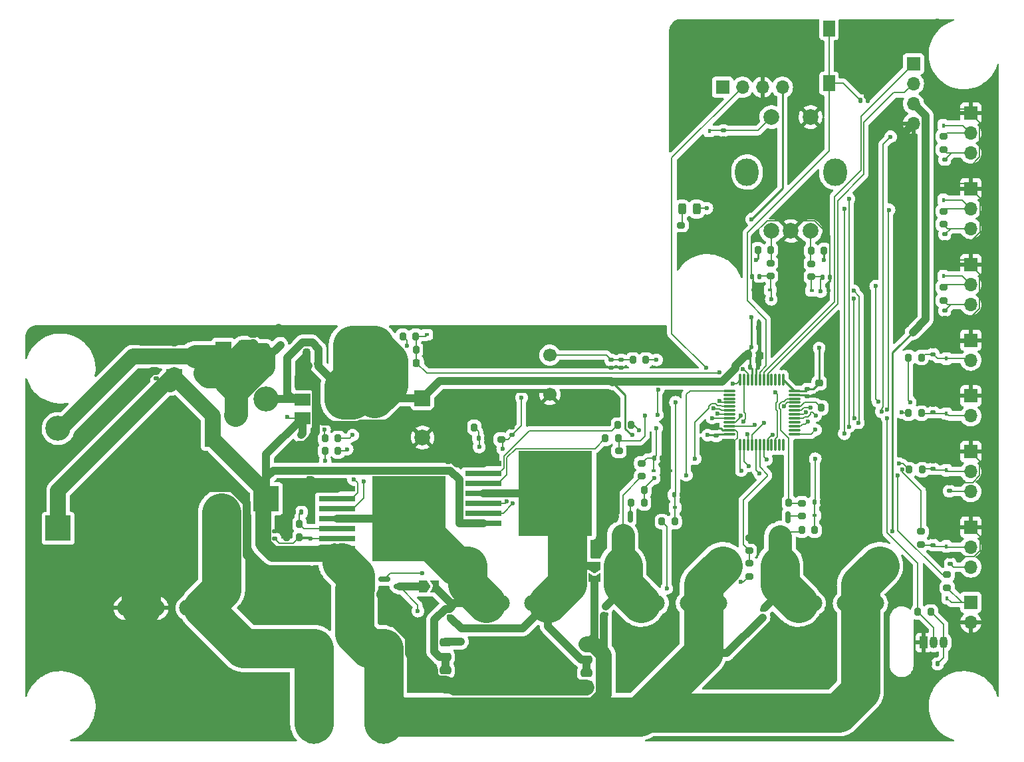
<source format=gtl>
%TF.GenerationSoftware,KiCad,Pcbnew,6.0.4-6f826c9f35~116~ubuntu20.04.1*%
%TF.CreationDate,2022-04-23T21:57:51-06:00*%
%TF.ProjectId,hvac-v2,68766163-2d76-4322-9e6b-696361645f70,rev?*%
%TF.SameCoordinates,Original*%
%TF.FileFunction,Copper,L1,Top*%
%TF.FilePolarity,Positive*%
%FSLAX46Y46*%
G04 Gerber Fmt 4.6, Leading zero omitted, Abs format (unit mm)*
G04 Created by KiCad (PCBNEW 6.0.4-6f826c9f35~116~ubuntu20.04.1) date 2022-04-23 21:57:51*
%MOMM*%
%LPD*%
G01*
G04 APERTURE LIST*
G04 Aperture macros list*
%AMRoundRect*
0 Rectangle with rounded corners*
0 $1 Rounding radius*
0 $2 $3 $4 $5 $6 $7 $8 $9 X,Y pos of 4 corners*
0 Add a 4 corners polygon primitive as box body*
4,1,4,$2,$3,$4,$5,$6,$7,$8,$9,$2,$3,0*
0 Add four circle primitives for the rounded corners*
1,1,$1+$1,$2,$3*
1,1,$1+$1,$4,$5*
1,1,$1+$1,$6,$7*
1,1,$1+$1,$8,$9*
0 Add four rect primitives between the rounded corners*
20,1,$1+$1,$2,$3,$4,$5,0*
20,1,$1+$1,$4,$5,$6,$7,0*
20,1,$1+$1,$6,$7,$8,$9,0*
20,1,$1+$1,$8,$9,$2,$3,0*%
%AMFreePoly0*
4,1,6,1.000000,0.000000,0.500000,-0.750000,-0.500000,-0.750000,-0.500000,0.750000,0.500000,0.750000,1.000000,0.000000,1.000000,0.000000,$1*%
%AMFreePoly1*
4,1,6,0.500000,-0.750000,-0.650000,-0.750000,-0.150000,0.000000,-0.650000,0.750000,0.500000,0.750000,0.500000,-0.750000,0.500000,-0.750000,$1*%
G04 Aperture macros list end*
%TA.AperFunction,ComponentPad*%
%ADD10R,1.700000X1.700000*%
%TD*%
%TA.AperFunction,ComponentPad*%
%ADD11O,1.700000X1.700000*%
%TD*%
%TA.AperFunction,ComponentPad*%
%ADD12C,1.700000*%
%TD*%
%TA.AperFunction,SMDPad,CuDef*%
%ADD13RoundRect,0.225000X-0.250000X0.225000X-0.250000X-0.225000X0.250000X-0.225000X0.250000X0.225000X0*%
%TD*%
%TA.AperFunction,SMDPad,CuDef*%
%ADD14RoundRect,0.140000X-0.140000X-0.170000X0.140000X-0.170000X0.140000X0.170000X-0.140000X0.170000X0*%
%TD*%
%TA.AperFunction,SMDPad,CuDef*%
%ADD15RoundRect,0.140000X0.170000X-0.140000X0.170000X0.140000X-0.170000X0.140000X-0.170000X-0.140000X0*%
%TD*%
%TA.AperFunction,SMDPad,CuDef*%
%ADD16RoundRect,0.140000X-0.170000X0.140000X-0.170000X-0.140000X0.170000X-0.140000X0.170000X0.140000X0*%
%TD*%
%TA.AperFunction,SMDPad,CuDef*%
%ADD17RoundRect,0.140000X0.140000X0.170000X-0.140000X0.170000X-0.140000X-0.170000X0.140000X-0.170000X0*%
%TD*%
%TA.AperFunction,SMDPad,CuDef*%
%ADD18RoundRect,0.225000X-0.225000X-0.250000X0.225000X-0.250000X0.225000X0.250000X-0.225000X0.250000X0*%
%TD*%
%TA.AperFunction,SMDPad,CuDef*%
%ADD19RoundRect,0.250000X-0.475000X0.250000X-0.475000X-0.250000X0.475000X-0.250000X0.475000X0.250000X0*%
%TD*%
%TA.AperFunction,SMDPad,CuDef*%
%ADD20RoundRect,0.250000X0.475000X-0.250000X0.475000X0.250000X-0.475000X0.250000X-0.475000X-0.250000X0*%
%TD*%
%TA.AperFunction,ComponentPad*%
%ADD21R,2.000000X2.000000*%
%TD*%
%TA.AperFunction,ComponentPad*%
%ADD22C,2.000000*%
%TD*%
%TA.AperFunction,SMDPad,CuDef*%
%ADD23RoundRect,0.225000X0.225000X0.250000X-0.225000X0.250000X-0.225000X-0.250000X0.225000X-0.250000X0*%
%TD*%
%TA.AperFunction,SMDPad,CuDef*%
%ADD24R,0.600000X0.450000*%
%TD*%
%TA.AperFunction,SMDPad,CuDef*%
%ADD25R,3.500000X2.300000*%
%TD*%
%TA.AperFunction,SMDPad,CuDef*%
%ADD26RoundRect,0.243750X-0.243750X-0.456250X0.243750X-0.456250X0.243750X0.456250X-0.243750X0.456250X0*%
%TD*%
%TA.AperFunction,SMDPad,CuDef*%
%ADD27R,0.450000X0.600000*%
%TD*%
%TA.AperFunction,ComponentPad*%
%ADD28R,3.200000X3.200000*%
%TD*%
%TA.AperFunction,ComponentPad*%
%ADD29O,3.200000X3.200000*%
%TD*%
%TA.AperFunction,ComponentPad*%
%ADD30C,2.625000*%
%TD*%
%TA.AperFunction,ComponentPad*%
%ADD31C,3.706000*%
%TD*%
%TA.AperFunction,ComponentPad*%
%ADD32O,6.030000X2.070000*%
%TD*%
%TA.AperFunction,SMDPad,CuDef*%
%ADD33FreePoly0,270.000000*%
%TD*%
%TA.AperFunction,SMDPad,CuDef*%
%ADD34FreePoly1,270.000000*%
%TD*%
%TA.AperFunction,SMDPad,CuDef*%
%ADD35FreePoly0,0.000000*%
%TD*%
%TA.AperFunction,SMDPad,CuDef*%
%ADD36FreePoly1,0.000000*%
%TD*%
%TA.AperFunction,SMDPad,CuDef*%
%ADD37RoundRect,0.150000X-0.587500X-0.150000X0.587500X-0.150000X0.587500X0.150000X-0.587500X0.150000X0*%
%TD*%
%TA.AperFunction,SMDPad,CuDef*%
%ADD38RoundRect,0.150000X-0.150000X0.587500X-0.150000X-0.587500X0.150000X-0.587500X0.150000X0.587500X0*%
%TD*%
%TA.AperFunction,SMDPad,CuDef*%
%ADD39RoundRect,0.200000X0.275000X-0.200000X0.275000X0.200000X-0.275000X0.200000X-0.275000X-0.200000X0*%
%TD*%
%TA.AperFunction,SMDPad,CuDef*%
%ADD40RoundRect,0.200000X-0.200000X-0.275000X0.200000X-0.275000X0.200000X0.275000X-0.200000X0.275000X0*%
%TD*%
%TA.AperFunction,SMDPad,CuDef*%
%ADD41RoundRect,0.200000X0.200000X0.275000X-0.200000X0.275000X-0.200000X-0.275000X0.200000X-0.275000X0*%
%TD*%
%TA.AperFunction,SMDPad,CuDef*%
%ADD42RoundRect,0.200000X-0.275000X0.200000X-0.275000X-0.200000X0.275000X-0.200000X0.275000X0.200000X0*%
%TD*%
%TA.AperFunction,SMDPad,CuDef*%
%ADD43R,1.500000X2.000000*%
%TD*%
%TA.AperFunction,ComponentPad*%
%ADD44O,3.000000X3.500000*%
%TD*%
%TA.AperFunction,SMDPad,CuDef*%
%ADD45RoundRect,0.075000X-0.075000X0.662500X-0.075000X-0.662500X0.075000X-0.662500X0.075000X0.662500X0*%
%TD*%
%TA.AperFunction,SMDPad,CuDef*%
%ADD46RoundRect,0.075000X-0.662500X0.075000X-0.662500X-0.075000X0.662500X-0.075000X0.662500X0.075000X0*%
%TD*%
%TA.AperFunction,SMDPad,CuDef*%
%ADD47R,4.600000X0.800000*%
%TD*%
%TA.AperFunction,SMDPad,CuDef*%
%ADD48R,9.400000X10.800000*%
%TD*%
%TA.AperFunction,SMDPad,CuDef*%
%ADD49R,2.000000X1.500000*%
%TD*%
%TA.AperFunction,SMDPad,CuDef*%
%ADD50R,2.000000X3.800000*%
%TD*%
%TA.AperFunction,ComponentPad*%
%ADD51R,1.050000X1.500000*%
%TD*%
%TA.AperFunction,ComponentPad*%
%ADD52O,1.050000X1.500000*%
%TD*%
%TA.AperFunction,SMDPad,CuDef*%
%ADD53RoundRect,0.225000X0.250000X-0.225000X0.250000X0.225000X-0.250000X0.225000X-0.250000X-0.225000X0*%
%TD*%
%TA.AperFunction,ViaPad*%
%ADD54C,0.600000*%
%TD*%
%TA.AperFunction,ViaPad*%
%ADD55C,1.000000*%
%TD*%
%TA.AperFunction,Conductor*%
%ADD56C,0.200000*%
%TD*%
%TA.AperFunction,Conductor*%
%ADD57C,2.000000*%
%TD*%
%TA.AperFunction,Conductor*%
%ADD58C,5.000000*%
%TD*%
%TA.AperFunction,Conductor*%
%ADD59C,1.000000*%
%TD*%
%TA.AperFunction,Conductor*%
%ADD60C,0.250000*%
%TD*%
%TA.AperFunction,Conductor*%
%ADD61C,0.500000*%
%TD*%
%TA.AperFunction,Conductor*%
%ADD62C,3.000000*%
%TD*%
G04 APERTURE END LIST*
D10*
%TO.P,J2,1,Pin_1*%
%TO.N,/SCL*%
X143600000Y-65200000D03*
D11*
%TO.P,J2,2,Pin_2*%
%TO.N,/SDA*%
X143600000Y-67740000D03*
%TO.P,J2,3,Pin_3*%
%TO.N,+5V*%
X143600000Y-70280000D03*
%TO.P,J2,4,Pin_4*%
%TO.N,GND*%
X143600000Y-72820000D03*
%TD*%
D10*
%TO.P,J14,1,Pin_1*%
%TO.N,/SWCLK*%
X119300000Y-68200000D03*
D11*
%TO.P,J14,2,Pin_2*%
%TO.N,/SWDIO*%
X121840000Y-68200000D03*
%TO.P,J14,3,Pin_3*%
%TO.N,GND*%
X124380000Y-68200000D03*
%TO.P,J14,4,Pin_4*%
%TO.N,VCC*%
X126920000Y-68200000D03*
%TD*%
D12*
%TO.P,BZ1,1,-*%
%TO.N,Net-(BZ1-Pad1)*%
X97300000Y-102300000D03*
%TO.P,BZ1,2,+*%
%TO.N,GND*%
X97300000Y-107300000D03*
%TD*%
D13*
%TO.P,C1,1*%
%TO.N,VCC*%
X131600000Y-105825000D03*
%TO.P,C1,2*%
%TO.N,GND*%
X131600000Y-107375000D03*
%TD*%
D14*
%TO.P,C2,1*%
%TO.N,/NRST*%
X136820000Y-69900000D03*
%TO.P,C2,2*%
%TO.N,GND*%
X137780000Y-69900000D03*
%TD*%
D15*
%TO.P,C3,1*%
%TO.N,/BRIDGE_SENSE_P*%
X92500000Y-112480000D03*
%TO.P,C3,2*%
%TO.N,GND*%
X92500000Y-111520000D03*
%TD*%
D16*
%TO.P,C5,1*%
%TO.N,VCC*%
X130100000Y-106620000D03*
%TO.P,C5,2*%
%TO.N,GND*%
X130100000Y-107580000D03*
%TD*%
D14*
%TO.P,C6,1*%
%TO.N,/FAN_SENSE*%
X113120000Y-120100000D03*
%TO.P,C6,2*%
%TO.N,GND*%
X114080000Y-120100000D03*
%TD*%
D17*
%TO.P,C7,1*%
%TO.N,GND*%
X89180000Y-112900000D03*
%TO.P,C7,2*%
%TO.N,Net-(C7-Pad2)*%
X88220000Y-112900000D03*
%TD*%
D14*
%TO.P,C8,1*%
%TO.N,VCC*%
X122820000Y-103800000D03*
%TO.P,C8,2*%
%TO.N,GND*%
X123780000Y-103800000D03*
%TD*%
D18*
%TO.P,C9,1*%
%TO.N,VCC*%
X122525000Y-102400000D03*
%TO.P,C9,2*%
%TO.N,GND*%
X124075000Y-102400000D03*
%TD*%
D19*
%TO.P,C10,1*%
%TO.N,+BATT*%
X102000000Y-139150000D03*
%TO.P,C10,2*%
%TO.N,/FAN_P*%
X102000000Y-141050000D03*
%TD*%
%TO.P,C11,1*%
%TO.N,/FAN_P*%
X102000000Y-142750000D03*
%TO.P,C11,2*%
%TO.N,GND*%
X102000000Y-144650000D03*
%TD*%
D15*
%TO.P,C12,1*%
%TO.N,+BATT*%
X84400000Y-116880000D03*
%TO.P,C12,2*%
%TO.N,GND*%
X84400000Y-115920000D03*
%TD*%
%TO.P,C13,1*%
%TO.N,GND*%
X66700000Y-117980000D03*
%TO.P,C13,2*%
%TO.N,+BATT*%
X66700000Y-117020000D03*
%TD*%
D18*
%TO.P,C14,1*%
%TO.N,/VBATT_DIV*%
X80325000Y-103300000D03*
%TO.P,C14,2*%
%TO.N,GND*%
X81875000Y-103300000D03*
%TD*%
D20*
%TO.P,C15,1*%
%TO.N,/FAN_N*%
X84000000Y-140750000D03*
%TO.P,C15,2*%
%TO.N,+BATT*%
X84000000Y-138850000D03*
%TD*%
%TO.P,C16,1*%
%TO.N,GND*%
X84000000Y-144350000D03*
%TO.P,C16,2*%
%TO.N,/FAN_N*%
X84000000Y-142450000D03*
%TD*%
D15*
%TO.P,C17,1*%
%TO.N,/FAN_P*%
X84500000Y-135580000D03*
%TO.P,C17,2*%
%TO.N,/FAN_N*%
X84500000Y-134620000D03*
%TD*%
D17*
%TO.P,C18,1*%
%TO.N,Net-(C18-Pad1)*%
X65680000Y-122300000D03*
%TO.P,C18,2*%
%TO.N,GND*%
X64720000Y-122300000D03*
%TD*%
D21*
%TO.P,C19,1*%
%TO.N,+BATT*%
X54400000Y-113000000D03*
D22*
%TO.P,C19,2*%
%TO.N,GND*%
X49400000Y-113000000D03*
%TD*%
D15*
%TO.P,C20,1*%
%TO.N,/BRIDGE_SENSE_N*%
X62300000Y-125680000D03*
%TO.P,C20,2*%
%TO.N,GND*%
X62300000Y-124720000D03*
%TD*%
D14*
%TO.P,C21,1*%
%TO.N,/ENC_A*%
X132020000Y-92400000D03*
%TO.P,C21,2*%
%TO.N,GND*%
X132980000Y-92400000D03*
%TD*%
D16*
%TO.P,C22,1*%
%TO.N,Net-(BZ1-Pad1)*%
X106400000Y-102920000D03*
%TO.P,C22,2*%
%TO.N,GND*%
X106400000Y-103880000D03*
%TD*%
%TO.P,C23,1*%
%TO.N,Net-(BZ1-Pad1)*%
X105100000Y-102920000D03*
%TO.P,C23,2*%
%TO.N,GND*%
X105100000Y-103880000D03*
%TD*%
%TO.P,C24,1*%
%TO.N,/BUTTON*%
X119400000Y-73720000D03*
%TO.P,C24,2*%
%TO.N,GND*%
X119400000Y-74680000D03*
%TD*%
D14*
%TO.P,C25,1*%
%TO.N,/PUMP_SENSE*%
X110620000Y-115400000D03*
%TO.P,C25,2*%
%TO.N,GND*%
X111580000Y-115400000D03*
%TD*%
%TO.P,C26,1*%
%TO.N,/ACC_SENSE*%
X131020000Y-121000000D03*
%TO.P,C26,2*%
%TO.N,GND*%
X131980000Y-121000000D03*
%TD*%
%TO.P,C27,1*%
%TO.N,GND*%
X123020000Y-92300000D03*
%TO.P,C27,2*%
%TO.N,/ENC_B*%
X123980000Y-92300000D03*
%TD*%
D15*
%TO.P,C28,1*%
%TO.N,Net-(C28-Pad1)*%
X146100000Y-116780000D03*
%TO.P,C28,2*%
%TO.N,GND*%
X146100000Y-115820000D03*
%TD*%
%TO.P,C29,1*%
%TO.N,Net-(C29-Pad1)*%
X146100000Y-126480000D03*
%TO.P,C29,2*%
%TO.N,GND*%
X146100000Y-125520000D03*
%TD*%
%TO.P,C30,1*%
%TO.N,GND*%
X65600000Y-113480000D03*
%TO.P,C30,2*%
%TO.N,+BATT*%
X65600000Y-112520000D03*
%TD*%
%TO.P,C31,1*%
%TO.N,Net-(C31-Pad1)*%
X146100000Y-102180000D03*
%TO.P,C31,2*%
%TO.N,GND*%
X146100000Y-101220000D03*
%TD*%
%TO.P,C32,1*%
%TO.N,Net-(C32-Pad1)*%
X146100000Y-109580000D03*
%TO.P,C32,2*%
%TO.N,GND*%
X146100000Y-108620000D03*
%TD*%
%TO.P,C33,1*%
%TO.N,+BATT*%
X104400000Y-135280000D03*
%TO.P,C33,2*%
%TO.N,/PUMP_OUT*%
X104400000Y-134320000D03*
%TD*%
%TO.P,C34,1*%
%TO.N,+BATT*%
X124400000Y-135680000D03*
%TO.P,C34,2*%
%TO.N,/ACC_OUT*%
X124400000Y-134720000D03*
%TD*%
D17*
%TO.P,C35,1*%
%TO.N,VCC*%
X67580000Y-103600000D03*
%TO.P,C35,2*%
%TO.N,GND*%
X66620000Y-103600000D03*
%TD*%
D15*
%TO.P,C36,1*%
%TO.N,VCC*%
X148200000Y-119600000D03*
%TO.P,C36,2*%
%TO.N,GND*%
X148200000Y-118640000D03*
%TD*%
%TO.P,C37,1*%
%TO.N,+5V*%
X148300000Y-128880000D03*
%TO.P,C37,2*%
%TO.N,GND*%
X148300000Y-127920000D03*
%TD*%
D23*
%TO.P,C38,1*%
%TO.N,VCC*%
X67875000Y-102000000D03*
%TO.P,C38,2*%
%TO.N,GND*%
X66325000Y-102000000D03*
%TD*%
D21*
%TO.P,C39,1*%
%TO.N,VCC*%
X81100000Y-107800000D03*
D22*
%TO.P,C39,2*%
%TO.N,GND*%
X81100000Y-112800000D03*
%TD*%
D17*
%TO.P,C40,1*%
%TO.N,VCC*%
X146680000Y-141600000D03*
%TO.P,C40,2*%
%TO.N,GND*%
X145720000Y-141600000D03*
%TD*%
D16*
%TO.P,C41,1*%
%TO.N,VCC*%
X147600000Y-77420000D03*
%TO.P,C41,2*%
%TO.N,GND*%
X147600000Y-78380000D03*
%TD*%
%TO.P,C42,1*%
%TO.N,VCC*%
X147600000Y-86920000D03*
%TO.P,C42,2*%
%TO.N,GND*%
X147600000Y-87880000D03*
%TD*%
%TO.P,C43,1*%
%TO.N,VCC*%
X147600000Y-96620000D03*
%TO.P,C43,2*%
%TO.N,GND*%
X147600000Y-97580000D03*
%TD*%
D24*
%TO.P,D1,1,A1*%
%TO.N,/FAN_SENSE*%
X113250000Y-121700000D03*
%TO.P,D1,2,A2*%
%TO.N,GND*%
X115350000Y-121700000D03*
%TD*%
%TO.P,D2,1,A1*%
%TO.N,/VBATT_DIV*%
X81650000Y-99700000D03*
%TO.P,D2,2,A2*%
%TO.N,GND*%
X83750000Y-99700000D03*
%TD*%
D25*
%TO.P,D4,1,A1*%
%TO.N,+BATT*%
X72500000Y-132000000D03*
%TO.P,D4,2,A2*%
%TO.N,GND*%
X67100000Y-132000000D03*
%TD*%
D26*
%TO.P,D5,1,K*%
%TO.N,Net-(D5-Pad1)*%
X114125000Y-83700000D03*
%TO.P,D5,2,A*%
%TO.N,/LED*%
X116000000Y-83700000D03*
%TD*%
D27*
%TO.P,D6,1,A1*%
%TO.N,GND*%
X147900000Y-135350000D03*
%TO.P,D6,2,A2*%
%TO.N,Net-(D6-Pad2)*%
X147900000Y-133250000D03*
%TD*%
D24*
%TO.P,D7,1,A1*%
%TO.N,GND*%
X132750000Y-94100000D03*
%TO.P,D7,2,A2*%
%TO.N,/ENC_A*%
X130650000Y-94100000D03*
%TD*%
D28*
%TO.P,D8,1,K*%
%TO.N,Net-(D8-Pad1)*%
X55500000Y-122400000D03*
D29*
%TO.P,D8,2,A*%
%TO.N,GND*%
X42800000Y-122400000D03*
%TD*%
D28*
%TO.P,D9,1,K*%
%TO.N,Net-(D8-Pad1)*%
X55500000Y-128700000D03*
D29*
%TO.P,D9,2,A*%
%TO.N,GND*%
X42800000Y-128700000D03*
%TD*%
D27*
%TO.P,D10,1,A1*%
%TO.N,/BUTTON*%
X117600000Y-73750000D03*
%TO.P,D10,2,A2*%
%TO.N,GND*%
X117600000Y-75850000D03*
%TD*%
D24*
%TO.P,D11,1,A1*%
%TO.N,/PUMP_SENSE*%
X110550000Y-117000000D03*
%TO.P,D11,2,A2*%
%TO.N,GND*%
X112650000Y-117000000D03*
%TD*%
%TO.P,D12,1,A1*%
%TO.N,/ACC_SENSE*%
X131050000Y-122700000D03*
%TO.P,D12,2,A2*%
%TO.N,GND*%
X133150000Y-122700000D03*
%TD*%
%TO.P,D13,1,A1*%
%TO.N,/ENC_B*%
X125350000Y-94000000D03*
%TO.P,D13,2,A2*%
%TO.N,GND*%
X123250000Y-94000000D03*
%TD*%
D27*
%TO.P,D14,1,A1*%
%TO.N,Net-(C28-Pad1)*%
X147800000Y-116950000D03*
%TO.P,D14,2,A2*%
%TO.N,GND*%
X147800000Y-114850000D03*
%TD*%
%TO.P,D15,1,A1*%
%TO.N,Net-(C29-Pad1)*%
X147800000Y-126650000D03*
%TO.P,D15,2,A2*%
%TO.N,GND*%
X147800000Y-124550000D03*
%TD*%
D28*
%TO.P,D16,1,K*%
%TO.N,+BATT*%
X61200000Y-120600000D03*
D29*
%TO.P,D16,2,A*%
%TO.N,VCC*%
X61200000Y-107900000D03*
%TD*%
D28*
%TO.P,D17,1,K*%
%TO.N,+BATT*%
X119300000Y-129100000D03*
D29*
%TO.P,D17,2,A*%
%TO.N,/PUMP_OUT*%
X106600000Y-129100000D03*
%TD*%
D28*
%TO.P,D18,1,K*%
%TO.N,+BATT*%
X139300000Y-129100000D03*
D29*
%TO.P,D18,2,A*%
%TO.N,/ACC_OUT*%
X126600000Y-129100000D03*
%TD*%
D27*
%TO.P,D19,1,A1*%
%TO.N,Net-(C31-Pad1)*%
X147800000Y-102750000D03*
%TO.P,D19,2,A2*%
%TO.N,GND*%
X147800000Y-100650000D03*
%TD*%
%TO.P,D20,1,A1*%
%TO.N,Net-(C32-Pad1)*%
X147800000Y-109750000D03*
%TO.P,D20,2,A2*%
%TO.N,GND*%
X147800000Y-107650000D03*
%TD*%
%TO.P,D21,1,A1*%
%TO.N,VCC*%
X74600000Y-109450000D03*
%TO.P,D21,2,A2*%
%TO.N,GND*%
X74600000Y-111550000D03*
%TD*%
%TO.P,D22,1,A1*%
%TO.N,/TEMP_INSIDE*%
X147400000Y-73050000D03*
%TO.P,D22,2,A2*%
%TO.N,GND*%
X147400000Y-70950000D03*
%TD*%
%TO.P,D23,1,A1*%
%TO.N,/TEMP_OUTSIDE*%
X147400000Y-82550000D03*
%TO.P,D23,2,A2*%
%TO.N,GND*%
X147400000Y-80450000D03*
%TD*%
%TO.P,D24,1,A1*%
%TO.N,/TEMP_AUX*%
X147400000Y-92250000D03*
%TO.P,D24,2,A2*%
%TO.N,GND*%
X147400000Y-90150000D03*
%TD*%
D30*
%TO.P,F1,1,IN*%
%TO.N,Net-(D8-Pad1)*%
X67250000Y-139650000D03*
D31*
X67250000Y-149950000D03*
%TO.P,F1,2,OUT*%
%TO.N,+BATT*%
X76150000Y-149950000D03*
D30*
X76150000Y-139650000D03*
%TD*%
D10*
%TO.P,J3,1,Pin_1*%
%TO.N,Net-(D6-Pad2)*%
X150900000Y-133800000D03*
D11*
%TO.P,J3,2,Pin_2*%
%TO.N,GND*%
X150900000Y-136340000D03*
%TD*%
D32*
%TO.P,J4,1*%
%TO.N,Net-(D8-Pad1)*%
X53150000Y-134500000D03*
%TO.P,J4,2*%
%TO.N,GND*%
X45250000Y-134500000D03*
%TD*%
D10*
%TO.P,J5,1,Pin_1*%
%TO.N,GND*%
X150900000Y-114600000D03*
D11*
%TO.P,J5,2,Pin_2*%
%TO.N,Net-(C28-Pad1)*%
X150900000Y-117140000D03*
%TO.P,J5,3,Pin_3*%
%TO.N,VCC*%
X150900000Y-119680000D03*
%TD*%
D10*
%TO.P,J6,1,Pin_1*%
%TO.N,GND*%
X150900000Y-124200000D03*
D11*
%TO.P,J6,2,Pin_2*%
%TO.N,Net-(C29-Pad1)*%
X150900000Y-126740000D03*
%TO.P,J6,3,Pin_3*%
%TO.N,+5V*%
X150900000Y-129280000D03*
%TD*%
D32*
%TO.P,J7,1*%
%TO.N,+BATT*%
X116850000Y-133900000D03*
%TO.P,J7,2*%
%TO.N,/PUMP_OUT*%
X108950000Y-133900000D03*
%TD*%
%TO.P,J8,1*%
%TO.N,+BATT*%
X136850000Y-133900000D03*
%TO.P,J8,2*%
%TO.N,/ACC_OUT*%
X128950000Y-133900000D03*
%TD*%
D10*
%TO.P,J9,1,Pin_1*%
%TO.N,GND*%
X150900000Y-100400000D03*
D11*
%TO.P,J9,2,Pin_2*%
%TO.N,Net-(C31-Pad1)*%
X150900000Y-102940000D03*
%TD*%
D10*
%TO.P,J10,1,Pin_1*%
%TO.N,GND*%
X150900000Y-107500000D03*
D11*
%TO.P,J10,2,Pin_2*%
%TO.N,Net-(C32-Pad1)*%
X150900000Y-110040000D03*
%TD*%
D10*
%TO.P,J12,1,Pin_1*%
%TO.N,GND*%
X150900000Y-81100000D03*
D11*
%TO.P,J12,2,Pin_2*%
%TO.N,/TEMP_OUTSIDE*%
X150900000Y-83640000D03*
%TO.P,J12,3,Pin_3*%
%TO.N,VCC*%
X150900000Y-86180000D03*
%TD*%
D10*
%TO.P,J13,1,Pin_1*%
%TO.N,GND*%
X150900000Y-90800000D03*
D11*
%TO.P,J13,2,Pin_2*%
%TO.N,/TEMP_AUX*%
X150900000Y-93340000D03*
%TO.P,J13,3,Pin_3*%
%TO.N,VCC*%
X150900000Y-95880000D03*
%TD*%
D33*
%TO.P,JP1,1,A*%
%TO.N,/FAN_P*%
X103000000Y-129175000D03*
D34*
%TO.P,JP1,2,B*%
%TO.N,+BATT*%
X103000000Y-130625000D03*
%TD*%
D35*
%TO.P,JP2,1,A*%
%TO.N,Net-(JP2-Pad1)*%
X81175000Y-131800000D03*
D36*
%TO.P,JP2,2,B*%
%TO.N,/FAN_N*%
X82625000Y-131800000D03*
%TD*%
D37*
%TO.P,Q1,1,G*%
%TO.N,Net-(Q1-Pad1)*%
X76262500Y-130850000D03*
%TO.P,Q1,2,S*%
%TO.N,GND*%
X76262500Y-132750000D03*
%TO.P,Q1,3,D*%
%TO.N,Net-(JP2-Pad1)*%
X78137500Y-131800000D03*
%TD*%
D38*
%TO.P,Q2,1,G*%
%TO.N,Net-(Q2-Pad1)*%
X107550000Y-122862500D03*
%TO.P,Q2,2,S*%
%TO.N,GND*%
X105650000Y-122862500D03*
%TO.P,Q2,3,D*%
%TO.N,/PUMP_OUT*%
X106600000Y-124737500D03*
%TD*%
%TO.P,Q3,1,G*%
%TO.N,Net-(Q3-Pad1)*%
X127650000Y-122962500D03*
%TO.P,Q3,2,S*%
%TO.N,GND*%
X125750000Y-122962500D03*
%TO.P,Q3,3,D*%
%TO.N,/ACC_OUT*%
X126700000Y-124837500D03*
%TD*%
D39*
%TO.P,R1,1*%
%TO.N,/BRIDGE_SENSE_P*%
X91100000Y-113025000D03*
%TO.P,R1,2*%
%TO.N,GND*%
X91100000Y-111375000D03*
%TD*%
D40*
%TO.P,R2,1*%
%TO.N,/BOOT0*%
X131875000Y-109000000D03*
%TO.P,R2,2*%
%TO.N,GND*%
X133525000Y-109000000D03*
%TD*%
D41*
%TO.P,R3,1*%
%TO.N,/BRIDGE_P*%
X107625000Y-111200000D03*
%TO.P,R3,2*%
%TO.N,Net-(R3-Pad2)*%
X105975000Y-111200000D03*
%TD*%
%TO.P,R4,1*%
%TO.N,/BRIDGE_ENABLE*%
X106025000Y-112900000D03*
%TO.P,R4,2*%
%TO.N,Net-(R4-Pad2)*%
X104375000Y-112900000D03*
%TD*%
D40*
%TO.P,R5,1*%
%TO.N,Net-(C7-Pad2)*%
X87675000Y-111500000D03*
%TO.P,R5,2*%
%TO.N,GND*%
X89325000Y-111500000D03*
%TD*%
%TO.P,R6,1*%
%TO.N,Net-(JP2-Pad1)*%
X111575000Y-123500000D03*
%TO.P,R6,2*%
%TO.N,/FAN_SENSE*%
X113225000Y-123500000D03*
%TD*%
D39*
%TO.P,R7,1*%
%TO.N,Net-(Q1-Pad1)*%
X122700000Y-130450000D03*
%TO.P,R7,2*%
%TO.N,/FAN_SIGNAL*%
X122700000Y-128800000D03*
%TD*%
D40*
%TO.P,R8,1*%
%TO.N,+BATT*%
X78575000Y-99900000D03*
%TO.P,R8,2*%
%TO.N,/VBATT_DIV*%
X80225000Y-99900000D03*
%TD*%
%TO.P,R9,1*%
%TO.N,/VBATT_DIV*%
X80275000Y-101600000D03*
%TO.P,R9,2*%
%TO.N,GND*%
X81925000Y-101600000D03*
%TD*%
D41*
%TO.P,R10,1*%
%TO.N,Net-(C18-Pad1)*%
X65425000Y-123800000D03*
%TO.P,R10,2*%
%TO.N,GND*%
X63775000Y-123800000D03*
%TD*%
D40*
%TO.P,R11,1*%
%TO.N,Net-(R11-Pad1)*%
X68675000Y-112900000D03*
%TO.P,R11,2*%
%TO.N,/BRIDGE_ENABLE*%
X70325000Y-112900000D03*
%TD*%
%TO.P,R12,1*%
%TO.N,Net-(R12-Pad1)*%
X68675000Y-114500000D03*
%TO.P,R12,2*%
%TO.N,/BRIDGE_N*%
X70325000Y-114500000D03*
%TD*%
D39*
%TO.P,R13,1*%
%TO.N,GND*%
X114000000Y-87425000D03*
%TO.P,R13,2*%
%TO.N,Net-(D5-Pad1)*%
X114000000Y-85775000D03*
%TD*%
D41*
%TO.P,R14,1*%
%TO.N,/BRIDGE_SENSE_N*%
X65425000Y-125500000D03*
%TO.P,R14,2*%
%TO.N,GND*%
X63775000Y-125500000D03*
%TD*%
D42*
%TO.P,R15,1*%
%TO.N,/PWM_OUT*%
X147900000Y-130275000D03*
%TO.P,R15,2*%
%TO.N,Net-(D6-Pad2)*%
X147900000Y-131925000D03*
%TD*%
D41*
%TO.P,R16,1*%
%TO.N,/BUZZER*%
X109525000Y-102900000D03*
%TO.P,R16,2*%
%TO.N,Net-(BZ1-Pad1)*%
X107875000Y-102900000D03*
%TD*%
%TO.P,R18,1*%
%TO.N,VCC*%
X132225000Y-89000000D03*
%TO.P,R18,2*%
%TO.N,Net-(R17-Pad1)*%
X130575000Y-89000000D03*
%TD*%
%TO.P,R19,1*%
%TO.N,Net-(R19-Pad1)*%
X125425000Y-88900000D03*
%TO.P,R19,2*%
%TO.N,VCC*%
X123775000Y-88900000D03*
%TD*%
D39*
%TO.P,R20,1*%
%TO.N,/ENC_B*%
X125400000Y-92225000D03*
%TO.P,R20,2*%
%TO.N,Net-(R19-Pad1)*%
X125400000Y-90575000D03*
%TD*%
%TO.P,R21,1*%
%TO.N,/PUMP_OUT*%
X109000000Y-117725000D03*
%TO.P,R21,2*%
%TO.N,/PUMP_SENSE*%
X109000000Y-116075000D03*
%TD*%
D40*
%TO.P,R22,1*%
%TO.N,/ACC_OUT*%
X129375000Y-124600000D03*
%TO.P,R22,2*%
%TO.N,/ACC_SENSE*%
X131025000Y-124600000D03*
%TD*%
%TO.P,R23,1*%
%TO.N,Net-(Q2-Pad1)*%
X107675000Y-121100000D03*
%TO.P,R23,2*%
%TO.N,/PUMP_SIGNAL*%
X109325000Y-121100000D03*
%TD*%
D39*
%TO.P,R24,1*%
%TO.N,Net-(Q3-Pad1)*%
X129400000Y-122825000D03*
%TO.P,R24,2*%
%TO.N,/ACC_SIGNAL*%
X129400000Y-121175000D03*
%TD*%
D41*
%TO.P,R25,1*%
%TO.N,VCC*%
X145825000Y-135000000D03*
%TO.P,R25,2*%
%TO.N,/TEMP_BUILTIN*%
X144175000Y-135000000D03*
%TD*%
D39*
%TO.P,R26,1*%
%TO.N,VCC*%
X147400000Y-76125000D03*
%TO.P,R26,2*%
%TO.N,/TEMP_INSIDE*%
X147400000Y-74475000D03*
%TD*%
%TO.P,R27,1*%
%TO.N,VCC*%
X147400000Y-85625000D03*
%TO.P,R27,2*%
%TO.N,/TEMP_OUTSIDE*%
X147400000Y-83975000D03*
%TD*%
%TO.P,R28,1*%
%TO.N,VCC*%
X147400000Y-95325000D03*
%TO.P,R28,2*%
%TO.N,/TEMP_AUX*%
X147400000Y-93675000D03*
%TD*%
D43*
%TO.P,SW1,1,1*%
%TO.N,/NRST*%
X132850000Y-60700000D03*
X132850000Y-67700000D03*
%TO.P,SW1,2,2*%
%TO.N,GND*%
X137350000Y-60700000D03*
X137350000Y-67700000D03*
%TD*%
D22*
%TO.P,SW2,A,A*%
%TO.N,Net-(R19-Pad1)*%
X125500000Y-86500000D03*
%TO.P,SW2,B,B*%
%TO.N,Net-(R17-Pad1)*%
X130500000Y-86500000D03*
%TO.P,SW2,C,C*%
%TO.N,GND*%
X128000000Y-86500000D03*
%TO.P,SW2,S1,S1*%
%TO.N,/BUTTON*%
X125500000Y-72000000D03*
%TO.P,SW2,S2,S2*%
%TO.N,GND*%
X130500000Y-72000000D03*
D44*
%TO.P,SW2,~*%
%TO.N,N/C*%
X133600000Y-79000000D03*
X122400000Y-79000000D03*
%TD*%
D45*
%TO.P,U1,1,VDD*%
%TO.N,VCC*%
X127050000Y-105437500D03*
%TO.P,U1,2,PC13*%
%TO.N,unconnected-(U1-Pad2)*%
X126550000Y-105437500D03*
%TO.P,U1,3,PC14*%
%TO.N,unconnected-(U1-Pad3)*%
X126050000Y-105437500D03*
%TO.P,U1,4,PC15*%
%TO.N,unconnected-(U1-Pad4)*%
X125550000Y-105437500D03*
%TO.P,U1,5,PF0*%
%TO.N,/SDA*%
X125050000Y-105437500D03*
%TO.P,U1,6,PF1*%
%TO.N,/SCL*%
X124550000Y-105437500D03*
%TO.P,U1,7,NRST*%
%TO.N,/NRST*%
X124050000Y-105437500D03*
%TO.P,U1,8,VSSA*%
%TO.N,GND*%
X123550000Y-105437500D03*
%TO.P,U1,9,VDDA*%
%TO.N,VCC*%
X123050000Y-105437500D03*
%TO.P,U1,10,PA0*%
%TO.N,/VBATT_DIV*%
X122550000Y-105437500D03*
%TO.P,U1,11,PA1*%
%TO.N,/PUMP_SENSE*%
X122050000Y-105437500D03*
%TO.P,U1,12,PA2*%
%TO.N,/BRIDGE_SENSE_P*%
X121550000Y-105437500D03*
D46*
%TO.P,U1,13,PA3*%
%TO.N,/BRIDGE_SENSE_N*%
X120137500Y-106850000D03*
%TO.P,U1,14,PA4*%
%TO.N,unconnected-(U1-Pad14)*%
X120137500Y-107350000D03*
%TO.P,U1,15,PA5*%
%TO.N,unconnected-(U1-Pad15)*%
X120137500Y-107850000D03*
%TO.P,U1,16,PA6*%
%TO.N,/FAN_SENSE*%
X120137500Y-108350000D03*
%TO.P,U1,17,PA7*%
%TO.N,/ACC_SENSE*%
X120137500Y-108850000D03*
%TO.P,U1,18,PB0*%
%TO.N,/BRIDGE_ENABLE*%
X120137500Y-109350000D03*
%TO.P,U1,19,PB1*%
%TO.N,/BUZZER*%
X120137500Y-109850000D03*
%TO.P,U1,20,PB2*%
%TO.N,/BRIDGE_N*%
X120137500Y-110350000D03*
%TO.P,U1,21,PB10*%
%TO.N,/SW_WATER*%
X120137500Y-110850000D03*
%TO.P,U1,22,PB11*%
%TO.N,/SW_1*%
X120137500Y-111350000D03*
%TO.P,U1,23,VSS*%
%TO.N,GND*%
X120137500Y-111850000D03*
%TO.P,U1,24,VDD*%
%TO.N,VCC*%
X120137500Y-112350000D03*
D45*
%TO.P,U1,25,PB12*%
%TO.N,/SW_3*%
X121550000Y-113762500D03*
%TO.P,U1,26,PB13*%
%TO.N,/SW_2*%
X122050000Y-113762500D03*
%TO.P,U1,27,PB14*%
%TO.N,/ENC_A*%
X122550000Y-113762500D03*
%TO.P,U1,28,PB15*%
%TO.N,/ENC_B*%
X123050000Y-113762500D03*
%TO.P,U1,29,PA8*%
%TO.N,/PWM_OUT*%
X123550000Y-113762500D03*
%TO.P,U1,30,PA9*%
%TO.N,/FAN_SIGNAL*%
X124050000Y-113762500D03*
%TO.P,U1,31,PA10*%
%TO.N,/PUMP_SIGNAL*%
X124550000Y-113762500D03*
%TO.P,U1,32,PA11*%
%TO.N,/LED*%
X125050000Y-113762500D03*
%TO.P,U1,33,PA12*%
%TO.N,unconnected-(U1-Pad33)*%
X125550000Y-113762500D03*
%TO.P,U1,34,PA13*%
%TO.N,/SWDIO*%
X126050000Y-113762500D03*
%TO.P,U1,35,PF6*%
%TO.N,unconnected-(U1-Pad35)*%
X126550000Y-113762500D03*
%TO.P,U1,36,PF7*%
%TO.N,unconnected-(U1-Pad36)*%
X127050000Y-113762500D03*
D46*
%TO.P,U1,37,PA14*%
%TO.N,/SWCLK*%
X128462500Y-112350000D03*
%TO.P,U1,38,PA15*%
%TO.N,unconnected-(U1-Pad38)*%
X128462500Y-111850000D03*
%TO.P,U1,39,PB3*%
%TO.N,/BRIDGE_P*%
X128462500Y-111350000D03*
%TO.P,U1,40,PB4*%
%TO.N,unconnected-(U1-Pad40)*%
X128462500Y-110850000D03*
%TO.P,U1,41,PB5*%
%TO.N,/TEMP_BUILTIN*%
X128462500Y-110350000D03*
%TO.P,U1,42,PB6*%
%TO.N,/TEMP_INSIDE*%
X128462500Y-109850000D03*
%TO.P,U1,43,PB7*%
%TO.N,/TEMP_OUTSIDE*%
X128462500Y-109350000D03*
%TO.P,U1,44,BOOT0*%
%TO.N,/BOOT0*%
X128462500Y-108850000D03*
%TO.P,U1,45,PB8*%
%TO.N,/TEMP_AUX*%
X128462500Y-108350000D03*
%TO.P,U1,46,PB9*%
%TO.N,/ACC_SIGNAL*%
X128462500Y-107850000D03*
%TO.P,U1,47,VSS*%
%TO.N,GND*%
X128462500Y-107350000D03*
%TO.P,U1,48,VDD*%
%TO.N,VCC*%
X128462500Y-106850000D03*
%TD*%
D47*
%TO.P,U2,1,GND*%
%TO.N,GND*%
X88850000Y-116090000D03*
%TO.P,U2,2,IN*%
%TO.N,Net-(R3-Pad2)*%
X88850000Y-117360000D03*
%TO.P,U2,3,INH*%
%TO.N,Net-(R4-Pad2)*%
X88850000Y-118630000D03*
%TO.P,U2,4,OUT*%
%TO.N,/FAN_P*%
X88850000Y-119900000D03*
%TO.P,U2,5,SR*%
%TO.N,Net-(C7-Pad2)*%
X88850000Y-121170000D03*
%TO.P,U2,6,IS*%
%TO.N,/BRIDGE_SENSE_P*%
X88850000Y-122440000D03*
%TO.P,U2,7,VS*%
%TO.N,+BATT*%
X88850000Y-123710000D03*
D48*
%TO.P,U2,8,OUT*%
%TO.N,/FAN_P*%
X98000000Y-119900000D03*
%TD*%
D47*
%TO.P,U3,1,GND*%
%TO.N,GND*%
X70225000Y-119290000D03*
%TO.P,U3,2,IN*%
%TO.N,Net-(R12-Pad1)*%
X70225000Y-120560000D03*
%TO.P,U3,3,INH*%
%TO.N,Net-(R11-Pad1)*%
X70225000Y-121830000D03*
%TO.P,U3,4,OUT*%
%TO.N,/FAN_N*%
X70225000Y-123100000D03*
%TO.P,U3,5,SR*%
%TO.N,Net-(C18-Pad1)*%
X70225000Y-124370000D03*
%TO.P,U3,6,IS*%
%TO.N,/BRIDGE_SENSE_N*%
X70225000Y-125640000D03*
%TO.P,U3,7,VS*%
%TO.N,+BATT*%
X70225000Y-126910000D03*
D48*
%TO.P,U3,8,OUT*%
%TO.N,/FAN_N*%
X79375000Y-123100000D03*
%TD*%
D49*
%TO.P,U4,1,GND*%
%TO.N,GND*%
X65850000Y-105700000D03*
D50*
%TO.P,U4,2,VO*%
%TO.N,VCC*%
X72150000Y-108000000D03*
D49*
X65850000Y-108000000D03*
%TO.P,U4,3,VI*%
%TO.N,+BATT*%
X65850000Y-110300000D03*
%TD*%
D51*
%TO.P,U5,1,GND*%
%TO.N,GND*%
X144900000Y-138900000D03*
D52*
%TO.P,U5,2,DQ*%
%TO.N,/TEMP_BUILTIN*%
X146170000Y-138900000D03*
%TO.P,U5,3,VDD*%
%TO.N,VCC*%
X147440000Y-138900000D03*
%TD*%
D32*
%TO.P,J1,1*%
%TO.N,/FAN_P*%
X97050000Y-133900000D03*
%TO.P,J1,2*%
%TO.N,/FAN_N*%
X89150000Y-133900000D03*
%TD*%
D42*
%TO.P,R29,1*%
%TO.N,/BRIDGE_ENABLE*%
X106100000Y-114500000D03*
%TO.P,R29,2*%
%TO.N,GND*%
X106100000Y-116150000D03*
%TD*%
D39*
%TO.P,R30,1*%
%TO.N,/FAN_SIGNAL*%
X122700000Y-127225000D03*
%TO.P,R30,2*%
%TO.N,GND*%
X122700000Y-125575000D03*
%TD*%
D40*
%TO.P,R32,1*%
%TO.N,/PUMP_SIGNAL*%
X109375000Y-119500000D03*
%TO.P,R32,2*%
%TO.N,GND*%
X111025000Y-119500000D03*
%TD*%
D41*
%TO.P,R33,1*%
%TO.N,/ACC_SIGNAL*%
X127725000Y-121100000D03*
%TO.P,R33,2*%
%TO.N,GND*%
X126075000Y-121100000D03*
%TD*%
D28*
%TO.P,D3,1,K*%
%TO.N,/FAN_P*%
X99500000Y-129100000D03*
D29*
%TO.P,D3,2,A*%
%TO.N,/FAN_N*%
X86800000Y-129100000D03*
%TD*%
D15*
%TO.P,C4,1*%
%TO.N,VCC*%
X118500000Y-112580000D03*
%TO.P,C4,2*%
%TO.N,GND*%
X118500000Y-111620000D03*
%TD*%
D10*
%TO.P,J11,1,Pin_1*%
%TO.N,GND*%
X150900000Y-71500000D03*
D11*
%TO.P,J11,2,Pin_2*%
%TO.N,/TEMP_INSIDE*%
X150900000Y-74040000D03*
%TO.P,J11,3,Pin_3*%
%TO.N,VCC*%
X150900000Y-76580000D03*
%TD*%
D42*
%TO.P,R17,1*%
%TO.N,Net-(R17-Pad1)*%
X130600000Y-90675000D03*
%TO.P,R17,2*%
%TO.N,/ENC_A*%
X130600000Y-92325000D03*
%TD*%
D41*
%TO.P,R34,1*%
%TO.N,Net-(C28-Pad1)*%
X144725000Y-116900000D03*
%TO.P,R34,2*%
%TO.N,/SW_2*%
X143075000Y-116900000D03*
%TD*%
D39*
%TO.P,R35,1*%
%TO.N,Net-(C29-Pad1)*%
X144600000Y-126425000D03*
%TO.P,R35,2*%
%TO.N,/SW_3*%
X144600000Y-124775000D03*
%TD*%
D41*
%TO.P,R36,1*%
%TO.N,Net-(C32-Pad1)*%
X144625000Y-109700000D03*
%TO.P,R36,2*%
%TO.N,/SW_1*%
X142975000Y-109700000D03*
%TD*%
%TO.P,R37,1*%
%TO.N,Net-(C31-Pad1)*%
X144625000Y-102600000D03*
%TO.P,R37,2*%
%TO.N,/SW_WATER*%
X142975000Y-102600000D03*
%TD*%
D16*
%TO.P,C44,1*%
%TO.N,GND*%
X47200000Y-104320000D03*
%TO.P,C44,2*%
%TO.N,+BATT*%
X47200000Y-105280000D03*
%TD*%
D49*
%TO.P,U6,1,GND*%
%TO.N,GND*%
X49450000Y-100200000D03*
D50*
%TO.P,U6,2,VO*%
%TO.N,+5V*%
X55750000Y-102500000D03*
D49*
X49450000Y-102500000D03*
%TO.P,U6,3,VI*%
%TO.N,+BATT*%
X49450000Y-104800000D03*
%TD*%
D15*
%TO.P,C45,1*%
%TO.N,+5V*%
X59500000Y-100780000D03*
%TO.P,C45,2*%
%TO.N,GND*%
X59500000Y-99820000D03*
%TD*%
D53*
%TO.P,C46,1*%
%TO.N,+5V*%
X58100000Y-100875000D03*
%TO.P,C46,2*%
%TO.N,GND*%
X58100000Y-99325000D03*
%TD*%
D27*
%TO.P,D26,1,A1*%
%TO.N,+5V*%
X61200000Y-101250000D03*
%TO.P,D26,2,A2*%
%TO.N,GND*%
X61200000Y-99150000D03*
%TD*%
D28*
%TO.P,D25,1,K*%
%TO.N,+BATT*%
X34700000Y-124350000D03*
D29*
%TO.P,D25,2,A*%
%TO.N,+5V*%
X34700000Y-111650000D03*
%TD*%
D54*
%TO.N,/FAN_N*%
X79600000Y-120000000D03*
X82800000Y-120800000D03*
X75200000Y-121200000D03*
X83400000Y-118600000D03*
X75200000Y-118400000D03*
%TO.N,/FAN_P*%
X98200000Y-116800000D03*
X101800000Y-118200000D03*
X94200000Y-118200000D03*
X102400000Y-121000000D03*
X94400000Y-121000000D03*
X94000000Y-115200000D03*
X101800000Y-115200000D03*
%TO.N,+BATT*%
X79100000Y-101100000D03*
X63900000Y-110200000D03*
X86000000Y-138800000D03*
%TO.N,GND*%
X133200000Y-135800000D03*
X31200000Y-110700000D03*
X112800000Y-136200000D03*
X129200000Y-91300000D03*
X129700000Y-126200000D03*
X94700000Y-109500000D03*
X120800000Y-119600000D03*
X129200000Y-94100000D03*
X127100000Y-91300000D03*
X138500000Y-111200000D03*
X104462500Y-122862500D03*
X115000000Y-103400000D03*
X113300000Y-74800000D03*
X109800000Y-124300000D03*
X125600000Y-80300000D03*
X121000000Y-126200000D03*
X83600000Y-103400000D03*
X106600000Y-144600000D03*
X30900000Y-120000000D03*
X31500000Y-132000000D03*
X142600000Y-98300000D03*
X133800000Y-97300000D03*
X129100000Y-105200000D03*
X105400000Y-109300000D03*
X112000000Y-108300000D03*
X59000000Y-134700000D03*
X114400000Y-78100000D03*
D55*
X85400000Y-115600000D03*
D54*
X31200000Y-143100000D03*
X52000000Y-150700000D03*
X132950479Y-98849521D03*
D55*
X64500000Y-114500000D03*
D54*
X123900000Y-95100000D03*
X83900000Y-109600000D03*
X113900000Y-60500000D03*
X103200000Y-103400000D03*
X118300000Y-144200000D03*
X40900000Y-99300000D03*
X133500000Y-106100000D03*
X62800000Y-98800000D03*
X51300000Y-120800000D03*
X37800000Y-136000000D03*
X132900000Y-144000000D03*
X85550479Y-98849521D03*
X121900000Y-82600000D03*
X64200000Y-129900000D03*
X126600000Y-94100000D03*
X31900000Y-99400000D03*
X129400000Y-102400000D03*
X92300000Y-107800000D03*
X45400000Y-105600000D03*
X119800000Y-113700000D03*
X48200000Y-144800000D03*
X129400000Y-119600000D03*
X110700000Y-129900000D03*
X137700000Y-102600000D03*
X73300000Y-115600000D03*
X131000000Y-59900000D03*
X111700000Y-121000000D03*
X63000000Y-150800000D03*
X59600000Y-130600000D03*
X95500000Y-103600000D03*
X131800000Y-75900000D03*
X113600000Y-129900000D03*
X131200000Y-96100000D03*
X139200000Y-125500000D03*
X128000000Y-79700000D03*
X125800000Y-136200000D03*
X63200000Y-143200000D03*
X67100000Y-135700000D03*
X46400000Y-110900000D03*
X49500000Y-136900000D03*
X117200000Y-113800000D03*
D55*
X66190000Y-119290000D03*
X77200000Y-134700000D03*
D54*
X115350000Y-122650000D03*
X126500000Y-96400000D03*
D55*
X123600000Y-121400000D03*
D54*
X104900000Y-107300000D03*
X39600000Y-150800000D03*
X106100000Y-136700000D03*
X127150479Y-98849521D03*
X37600000Y-112600000D03*
X121400000Y-85000000D03*
X38500000Y-119800000D03*
X131100000Y-79500000D03*
X45300000Y-100100000D03*
X131700000Y-65300000D03*
X129500000Y-114000000D03*
X146700000Y-59700000D03*
X125700000Y-74000000D03*
X137800000Y-106200000D03*
X53799999Y-116700001D03*
X123850479Y-98849521D03*
X153800000Y-68500000D03*
X133300000Y-102700000D03*
X111650479Y-98849521D03*
%TO.N,VCC*%
X77200000Y-107800000D03*
X132200000Y-90200000D03*
X72350000Y-105050000D03*
X76700000Y-103100000D03*
X107800000Y-112500000D03*
X131600000Y-101400000D03*
X74800000Y-107700000D03*
X123600000Y-90200000D03*
X123000000Y-97500000D03*
X123000000Y-85000000D03*
X123000000Y-101300000D03*
X76700000Y-105800000D03*
X72350000Y-102950000D03*
X117400000Y-112500000D03*
%TO.N,/BRIDGE_SENSE_P*%
X93700000Y-107700000D03*
X120600000Y-105900000D03*
X91300000Y-114200000D03*
X92600000Y-121200000D03*
%TO.N,/FAN_SENSE*%
X113300000Y-108300000D03*
X118866369Y-108101513D03*
%TO.N,Net-(C7-Pad2)*%
X88300000Y-114000000D03*
X91836200Y-120963751D03*
%TO.N,/VBATT_DIV*%
X118890159Y-104500500D03*
X121900000Y-104100000D03*
%TO.N,/BRIDGE_SENSE_N*%
X66840000Y-125640000D03*
X114700000Y-117600000D03*
%TO.N,/ENC_A*%
X136595406Y-110931092D03*
X131800000Y-94200000D03*
X136000000Y-94100000D03*
X122461762Y-112334343D03*
%TO.N,/PUMP_SENSE*%
X121932149Y-110727242D03*
X110900000Y-111600000D03*
%TO.N,/ACC_SENSE*%
X115800000Y-115500000D03*
X131100000Y-115500000D03*
%TO.N,/ENC_B*%
X125500000Y-95200000D03*
X136000000Y-95100000D03*
X124600000Y-110900000D03*
X136105837Y-110299011D03*
%TO.N,/SW_2*%
X141724500Y-116102667D03*
X122600000Y-116400000D03*
%TO.N,/SW_3*%
X121700000Y-117000000D03*
X142151339Y-116824161D03*
%TO.N,/SW_WATER*%
X121600000Y-110000000D03*
X143200000Y-108300000D03*
%TO.N,/SW_1*%
X142124500Y-109604736D03*
X123426089Y-111226089D03*
%TO.N,/LED*%
X117300000Y-83600000D03*
X134800000Y-112300000D03*
X134800000Y-83700000D03*
X125660520Y-112487302D03*
%TO.N,/TEMP_INSIDE*%
X140700000Y-74500000D03*
X129923710Y-109599011D03*
X139522668Y-109516404D03*
%TO.N,/TEMP_OUTSIDE*%
X140500000Y-83800000D03*
X140275500Y-109247241D03*
X130483458Y-108964365D03*
%TO.N,/TEMP_AUX*%
X139100000Y-108200000D03*
X138800000Y-93500000D03*
X127100000Y-108800000D03*
%TO.N,/SWDIO*%
X117200000Y-103900000D03*
X126000000Y-107000000D03*
%TO.N,/SWCLK*%
X131129446Y-111818302D03*
X135400000Y-82400000D03*
X135400000Y-111400000D03*
%TO.N,Net-(JP2-Pad1)*%
X112200000Y-132000000D03*
X80500000Y-134900000D03*
%TO.N,Net-(Q1-Pad1)*%
X121600000Y-131200000D03*
X81100000Y-130100000D03*
%TO.N,/BRIDGE_P*%
X108700000Y-111900000D03*
X130140323Y-110798012D03*
%TO.N,/BRIDGE_ENABLE*%
X109400498Y-110000559D03*
X72200000Y-112500000D03*
X118170709Y-109101499D03*
%TO.N,Net-(R11-Pad1)*%
X73600000Y-118400000D03*
X68614283Y-111749500D03*
%TO.N,/BRIDGE_N*%
X71500000Y-114300000D03*
X117958207Y-110300500D03*
%TO.N,Net-(R12-Pad1)*%
X68700000Y-115800000D03*
X72300000Y-118100000D03*
%TO.N,/PWM_OUT*%
X141624500Y-117624707D03*
X124000000Y-117400000D03*
%TO.N,/BUZZER*%
X110900000Y-102900000D03*
X111000000Y-109900000D03*
X118670174Y-109725790D03*
X111123911Y-106676089D03*
%TO.N,/PUMP_SIGNAL*%
X124900000Y-115600000D03*
X110600000Y-118000000D03*
%TO.N,/TEMP_BUILTIN*%
X140275500Y-110300000D03*
X131146103Y-109997154D03*
%TO.N,+5V*%
X63000000Y-101000000D03*
X143500000Y-99400000D03*
X140900000Y-124700000D03*
X143500000Y-99400000D03*
%TD*%
D56*
%TO.N,+BATT*%
X79100000Y-100425000D02*
X78575000Y-99900000D01*
D57*
X101411272Y-148350011D02*
X100949989Y-148350011D01*
X34700000Y-119550000D02*
X49000000Y-105250000D01*
X60789990Y-121010010D02*
X60789990Y-126375052D01*
D58*
X77750011Y-148350011D02*
X76150000Y-146750000D01*
D57*
X61200000Y-120600000D02*
X60789990Y-121010010D01*
D58*
X74293845Y-139650000D02*
X72424990Y-137781145D01*
D59*
X85790000Y-118154998D02*
X84635001Y-116999999D01*
D56*
X65850000Y-110300000D02*
X64000000Y-110300000D01*
D58*
X134049990Y-147850010D02*
X109249990Y-147850010D01*
D59*
X84050000Y-138800000D02*
X84000000Y-138850000D01*
X85790000Y-123710000D02*
X85790000Y-118154998D01*
X103000000Y-138150000D02*
X103000000Y-130875010D01*
D58*
X76150000Y-139650000D02*
X76150000Y-146750000D01*
X116850000Y-140250000D02*
X109249990Y-147850010D01*
D59*
X84635001Y-116999999D02*
X62100001Y-116999999D01*
X119830000Y-140250000D02*
X124379990Y-135700010D01*
X88850000Y-123710000D02*
X85790000Y-123710000D01*
D58*
X72500000Y-132000000D02*
X72500000Y-130400000D01*
D57*
X34700000Y-124350000D02*
X34700000Y-119550000D01*
X104200010Y-140474384D02*
X104200010Y-145561273D01*
D58*
X136850000Y-133900000D02*
X136850000Y-145050000D01*
D56*
X79100000Y-101100000D02*
X79100000Y-100425000D01*
D59*
X61200000Y-120600000D02*
X61200000Y-117900000D01*
X68210000Y-126910000D02*
X67020010Y-128099990D01*
X116850000Y-140250000D02*
X119830000Y-140250000D01*
X61200000Y-114950000D02*
X65850000Y-110300000D01*
D58*
X116850000Y-131550000D02*
X119300000Y-129100000D01*
D57*
X61200000Y-119800000D02*
X54400000Y-113000000D01*
X49450000Y-104800000D02*
X49000000Y-105250000D01*
X49000000Y-105250000D02*
X49000000Y-106000480D01*
D59*
X70225000Y-126910000D02*
X68210000Y-126910000D01*
D57*
X61200000Y-120600000D02*
X61200000Y-119800000D01*
D59*
X102000000Y-139150000D02*
X103000000Y-138150000D01*
D58*
X72424990Y-137781145D02*
X72424990Y-132075010D01*
D57*
X102000000Y-139150000D02*
X102875626Y-139150000D01*
X54400000Y-110000000D02*
X49450000Y-105050000D01*
D58*
X72500000Y-130400000D02*
X70840001Y-128740001D01*
X76150000Y-139650000D02*
X74293845Y-139650000D01*
D57*
X49450000Y-105050000D02*
X49450000Y-104800000D01*
D58*
X108749989Y-148350011D02*
X100949989Y-148350011D01*
X116850000Y-133900000D02*
X116850000Y-140250000D01*
X109249990Y-147850010D02*
X108749989Y-148350011D01*
X72424990Y-132075010D02*
X72500000Y-132000000D01*
X136850000Y-133900000D02*
X136850000Y-131550000D01*
D59*
X86000000Y-138800000D02*
X84050000Y-138800000D01*
D58*
X136850000Y-131550000D02*
X139300000Y-129100000D01*
D56*
X64000000Y-110300000D02*
X63900000Y-110200000D01*
D59*
X61200000Y-117900000D02*
X61200000Y-114950000D01*
D57*
X104200010Y-145561273D02*
X101411272Y-148350011D01*
X69560969Y-127574031D02*
X69894999Y-127240001D01*
D59*
X65850000Y-110300000D02*
X65850000Y-112270000D01*
D58*
X116850000Y-133900000D02*
X116850000Y-131550000D01*
X136850000Y-145050000D02*
X134049990Y-147850010D01*
D57*
X54400000Y-113000000D02*
X54400000Y-110000000D01*
X102875626Y-139150000D02*
X104200010Y-140474384D01*
D58*
X100949989Y-148350011D02*
X77750011Y-148350011D01*
D57*
X60789990Y-126375052D02*
X61988969Y-127574031D01*
X61988969Y-127574031D02*
X69560969Y-127574031D01*
D58*
X76150000Y-146750000D02*
X76150000Y-149224990D01*
D59*
X65850000Y-112270000D02*
X65620010Y-112499990D01*
X104200010Y-140474384D02*
X104200010Y-135499999D01*
X62100001Y-116999999D02*
X61200000Y-117900000D01*
%TO.N,GND*%
X85400000Y-115600000D02*
X85400000Y-115600000D01*
X123600000Y-121400000D02*
X123600000Y-121400000D01*
X64500000Y-114500000D02*
X64500000Y-114500000D01*
D56*
X152049511Y-91949511D02*
X150900000Y-90800000D01*
X106400000Y-103880000D02*
X105100000Y-103880000D01*
X114080000Y-120430000D02*
X115350000Y-121700000D01*
D57*
X77200000Y-134700000D02*
X77200000Y-135949990D01*
D59*
X61200000Y-99150000D02*
X62450000Y-99150000D01*
D56*
X64800000Y-120680000D02*
X66190000Y-119290000D01*
D60*
X132980000Y-92820000D02*
X132980000Y-92400000D01*
X119104994Y-111620000D02*
X119334994Y-111850000D01*
D59*
X142600000Y-73820000D02*
X143600000Y-72820000D01*
X45400000Y-105582740D02*
X46682260Y-104300480D01*
D57*
X79850010Y-138117406D02*
X79850010Y-140200010D01*
D58*
X42800000Y-128700000D02*
X42800000Y-122400000D01*
D59*
X61200000Y-99000000D02*
X60320000Y-99000000D01*
X67550001Y-110250001D02*
X67550001Y-112149999D01*
X66325000Y-103345020D02*
X66599990Y-103620010D01*
D56*
X148300000Y-127920000D02*
X151345655Y-127920000D01*
X152049511Y-77056144D02*
X152049511Y-72649511D01*
X63775000Y-123800000D02*
X63775000Y-125500000D01*
D61*
X84099022Y-107700000D02*
X84100000Y-107700000D01*
D59*
X65850000Y-105700000D02*
X66560002Y-105700000D01*
D56*
X117600000Y-75850000D02*
X118230000Y-75850000D01*
X150900000Y-136340000D02*
X148890000Y-136340000D01*
X147070000Y-107650000D02*
X146100000Y-108620000D01*
X147400000Y-80450000D02*
X150250000Y-80450000D01*
D59*
X66560002Y-105700000D02*
X67550001Y-106689999D01*
D56*
X152049511Y-117616144D02*
X152049511Y-115749511D01*
X121174520Y-112870829D02*
X120800000Y-113245349D01*
D60*
X132750000Y-93050000D02*
X132980000Y-92820000D01*
D61*
X80999022Y-110800000D02*
X84099022Y-107700000D01*
D56*
X106100000Y-116150000D02*
X106100000Y-122412500D01*
D60*
X130100000Y-107580000D02*
X131395000Y-107580000D01*
D59*
X67050010Y-112649990D02*
X67050009Y-112767061D01*
X58700010Y-127800010D02*
X58700010Y-121074513D01*
D56*
X67550001Y-110250001D02*
X68100000Y-110800000D01*
D59*
X58100000Y-99325000D02*
X50325000Y-99325000D01*
D56*
X151135166Y-118530489D02*
X152049511Y-117616144D01*
D61*
X72900000Y-111000000D02*
X73100000Y-110800000D01*
D56*
X137350000Y-67700000D02*
X137350000Y-60700000D01*
D59*
X58100000Y-99300000D02*
X58980000Y-99300000D01*
D56*
X89180000Y-112900000D02*
X89180000Y-111645000D01*
D59*
X58700010Y-121074513D02*
X56825487Y-119199990D01*
X85890000Y-116090000D02*
X85400000Y-115600000D01*
X58980000Y-99300000D02*
X59280000Y-99600000D01*
D56*
X111580000Y-115400000D02*
X112650000Y-116470000D01*
D60*
X119334994Y-111850000D02*
X120137500Y-111850000D01*
D56*
X148309511Y-118530489D02*
X151135166Y-118530489D01*
D59*
X66117071Y-113699999D02*
X65300001Y-113699999D01*
D56*
X150825655Y-87880000D02*
X152100000Y-86605655D01*
D59*
X125750000Y-122900000D02*
X125100000Y-122900000D01*
D56*
X147800000Y-100650000D02*
X146670000Y-100650000D01*
X115350000Y-122550000D02*
X115350000Y-122650000D01*
D60*
X123780000Y-103800000D02*
X123550000Y-104030000D01*
D56*
X148200000Y-118640000D02*
X148309511Y-118530489D01*
X152100000Y-82300000D02*
X150900000Y-81100000D01*
X152049511Y-72649511D02*
X150900000Y-71500000D01*
X81925000Y-103250000D02*
X81875000Y-103300000D01*
X132750000Y-94100000D02*
X132750000Y-93050000D01*
D60*
X131395000Y-107580000D02*
X131600000Y-107375000D01*
D59*
X142600000Y-98300000D02*
X142600000Y-73820000D01*
X88850000Y-116090000D02*
X85890000Y-116090000D01*
D60*
X124075000Y-103505000D02*
X123780000Y-103800000D01*
D57*
X82074990Y-143300616D02*
X82924374Y-144150000D01*
D56*
X112650000Y-116470000D02*
X112650000Y-117000000D01*
D59*
X84932073Y-115600000D02*
X84400000Y-115600000D01*
D56*
X150900000Y-124200000D02*
X148150000Y-124200000D01*
X147070000Y-114850000D02*
X146100000Y-115820000D01*
X150825655Y-97580000D02*
X152049511Y-96356144D01*
D59*
X62450000Y-99150000D02*
X62800000Y-98800000D01*
D57*
X79850010Y-140200010D02*
X82074990Y-142424990D01*
X85150000Y-144650000D02*
X102000000Y-144650000D01*
D56*
X148050000Y-114600000D02*
X147800000Y-114850000D01*
D57*
X82924374Y-144150000D02*
X84000000Y-144150000D01*
D61*
X79100000Y-110800000D02*
X73100000Y-110800000D01*
X84900000Y-106900000D02*
X96900000Y-106900000D01*
D56*
X147600000Y-97580000D02*
X150825655Y-97580000D01*
X73850000Y-111550000D02*
X74600000Y-111550000D01*
X83750000Y-99775000D02*
X81925000Y-101600000D01*
X62855000Y-124720000D02*
X63775000Y-123800000D01*
D60*
X129870000Y-107350000D02*
X130100000Y-107580000D01*
D56*
X147800000Y-100650000D02*
X150650000Y-100650000D01*
X64720000Y-122300000D02*
X64800000Y-122300000D01*
X114080000Y-120100000D02*
X114080000Y-120430000D01*
X81925000Y-101600000D02*
X81925000Y-103250000D01*
X146670000Y-100650000D02*
X146100000Y-101220000D01*
D60*
X118500000Y-111620000D02*
X119104994Y-111620000D01*
D56*
X122700000Y-125575000D02*
X122700000Y-122300000D01*
X137780000Y-69900000D02*
X137350000Y-69470000D01*
X137350000Y-69470000D02*
X137350000Y-67700000D01*
X106100000Y-122412500D02*
X105650000Y-122862500D01*
X151345655Y-127920000D02*
X152100000Y-127165655D01*
X120800000Y-113245349D02*
X120800000Y-119600000D01*
X68100000Y-110800000D02*
X73100000Y-110800000D01*
D60*
X128462500Y-107350000D02*
X129870000Y-107350000D01*
D56*
X115350000Y-121700000D02*
X115350000Y-122550000D01*
X121174520Y-112119869D02*
X121174520Y-112870829D01*
D59*
X70225000Y-119290000D02*
X66190000Y-119290000D01*
X58100000Y-99325000D02*
X58100000Y-99300000D01*
X65850000Y-105700000D02*
X65850000Y-104370000D01*
D57*
X84850000Y-144350000D02*
X85150000Y-144650000D01*
D59*
X67100000Y-132000000D02*
X62900000Y-132000000D01*
D56*
X118230000Y-75850000D02*
X119400000Y-74680000D01*
D58*
X45250000Y-134500000D02*
X45250000Y-131150000D01*
D59*
X67550001Y-112149999D02*
X67050010Y-112649990D01*
D57*
X84000000Y-144350000D02*
X84850000Y-144350000D01*
D56*
X123250000Y-92530000D02*
X123020000Y-92300000D01*
X152100000Y-86605655D02*
X152100000Y-82300000D01*
X152049511Y-115749511D02*
X150900000Y-114600000D01*
X150725655Y-78380000D02*
X152049511Y-77056144D01*
X120137500Y-111850000D02*
X120904651Y-111850000D01*
D59*
X85890000Y-116090000D02*
X85422073Y-116090000D01*
X105650000Y-122862500D02*
X104462500Y-122862500D01*
D56*
X64800000Y-122300000D02*
X64800000Y-120680000D01*
D61*
X84100000Y-107700000D02*
X84900000Y-106900000D01*
D59*
X125100000Y-122900000D02*
X123600000Y-121400000D01*
D60*
X123550000Y-104030000D02*
X123550000Y-105437500D01*
X124075000Y-102400000D02*
X124075000Y-103505000D01*
D56*
X148150000Y-124200000D02*
X147800000Y-124550000D01*
D59*
X67550001Y-106689999D02*
X67550001Y-110250001D01*
D56*
X152100000Y-127165655D02*
X152100000Y-125400000D01*
D59*
X65300001Y-113699999D02*
X64500000Y-114500000D01*
D56*
X132980000Y-87142213D02*
X132980000Y-92400000D01*
X147400000Y-70950000D02*
X150350000Y-70950000D01*
X147800000Y-107650000D02*
X147070000Y-107650000D01*
D61*
X96900000Y-106900000D02*
X97300000Y-107300000D01*
D56*
X123250000Y-94000000D02*
X123250000Y-92530000D01*
D59*
X66325000Y-102000000D02*
X66325000Y-103345020D01*
D56*
X62300000Y-124720000D02*
X62855000Y-124720000D01*
X147070000Y-124550000D02*
X146100000Y-125520000D01*
X152100000Y-125400000D02*
X150900000Y-124200000D01*
X111025000Y-119500000D02*
X111115000Y-119410000D01*
D57*
X123600000Y-121400000D02*
X124250000Y-121400000D01*
D59*
X60320000Y-99000000D02*
X59720000Y-99600000D01*
D56*
X89325000Y-111500000D02*
X92480000Y-111500000D01*
X150250000Y-90150000D02*
X150900000Y-90800000D01*
D57*
X77200000Y-134700000D02*
X77200000Y-133750000D01*
D58*
X45250000Y-131150000D02*
X42800000Y-128700000D01*
D56*
X152049511Y-96356144D02*
X152049511Y-91949511D01*
D61*
X67550001Y-110250001D02*
X68300000Y-111000000D01*
D56*
X148890000Y-136340000D02*
X147900000Y-135350000D01*
X128000000Y-86500000D02*
X129299511Y-85200489D01*
D61*
X81100000Y-112800000D02*
X79100000Y-110800000D01*
D56*
X131038276Y-85200489D02*
X132980000Y-87142213D01*
D59*
X67050009Y-112767061D02*
X66117071Y-113699999D01*
X56825487Y-119199990D02*
X46000010Y-119199990D01*
D56*
X147600000Y-87880000D02*
X150825655Y-87880000D01*
X147600000Y-78380000D02*
X150725655Y-78380000D01*
X63775000Y-123800000D02*
X63775000Y-123245000D01*
D60*
X123250000Y-94000000D02*
X123250000Y-94450000D01*
X123250000Y-94450000D02*
X123900000Y-95100000D01*
D59*
X50325000Y-99325000D02*
X49450000Y-100200000D01*
D57*
X82074990Y-142424990D02*
X82074990Y-143300616D01*
D56*
X147950000Y-107500000D02*
X147800000Y-107650000D01*
X120904651Y-111850000D02*
X121174520Y-112119869D01*
X150900000Y-114600000D02*
X148050000Y-114600000D01*
D59*
X104462500Y-122862500D02*
X104100000Y-122500000D01*
X45400000Y-105600000D02*
X45400000Y-105582740D01*
D56*
X150350000Y-70950000D02*
X150900000Y-71500000D01*
X129299511Y-85200489D02*
X131038276Y-85200489D01*
X92480000Y-111500000D02*
X92500000Y-111520000D01*
X150650000Y-100650000D02*
X150900000Y-100400000D01*
X150900000Y-107500000D02*
X147950000Y-107500000D01*
D59*
X61200000Y-99150000D02*
X61200000Y-99000000D01*
D56*
X122700000Y-122300000D02*
X123600000Y-121400000D01*
X124961724Y-85200489D02*
X126700489Y-85200489D01*
X150250000Y-80450000D02*
X150900000Y-81100000D01*
D61*
X68300000Y-111000000D02*
X72900000Y-111000000D01*
D56*
X147400000Y-90150000D02*
X150250000Y-90150000D01*
X147800000Y-114850000D02*
X147070000Y-114850000D01*
D57*
X49350000Y-100100000D02*
X49450000Y-100200000D01*
D58*
X42800000Y-119600000D02*
X49400000Y-113000000D01*
D56*
X147800000Y-124550000D02*
X147070000Y-124550000D01*
D57*
X77200000Y-133750000D02*
X76200000Y-132750000D01*
D56*
X126700489Y-85200489D02*
X128000000Y-86500000D01*
D59*
X68010000Y-119290000D02*
X66919519Y-118199519D01*
X66117071Y-113699999D02*
X65600000Y-113699999D01*
X65850000Y-104370000D02*
X66599990Y-103620010D01*
X62900000Y-132000000D02*
X58700010Y-127800010D01*
D57*
X77200000Y-135949990D02*
X77682594Y-135949990D01*
D59*
X46000010Y-119199990D02*
X42800000Y-122400000D01*
D61*
X79100000Y-110800000D02*
X80999022Y-110800000D01*
D58*
X42800000Y-122400000D02*
X42800000Y-119600000D01*
D56*
X83750000Y-99700000D02*
X83750000Y-99775000D01*
X123000499Y-87161714D02*
X124961724Y-85200489D01*
D57*
X124250000Y-121400000D02*
X125340805Y-122490806D01*
D56*
X123020000Y-92300000D02*
X123000499Y-92280499D01*
D57*
X45300000Y-100100000D02*
X49350000Y-100100000D01*
D56*
X144900000Y-140780000D02*
X144900000Y-138900000D01*
X89180000Y-111645000D02*
X89325000Y-111500000D01*
X123000499Y-92280499D02*
X123000499Y-87161714D01*
D59*
X70225000Y-119290000D02*
X68010000Y-119290000D01*
X46682260Y-104300480D02*
X47180480Y-104300480D01*
D56*
X112650000Y-117000000D02*
X112650000Y-118670000D01*
D57*
X77682594Y-135949990D02*
X79850010Y-138117406D01*
D56*
X145720000Y-141600000D02*
X144900000Y-140780000D01*
X73100000Y-110800000D02*
X73850000Y-111550000D01*
D59*
X85422073Y-116090000D02*
X84932073Y-115600000D01*
D56*
X63775000Y-123245000D02*
X64720000Y-122300000D01*
D58*
%TO.N,VCC*%
X74950000Y-101050000D02*
X74950000Y-101050000D01*
X72350000Y-101050000D02*
X74950000Y-101050000D01*
D59*
X77200000Y-107800000D02*
X75000000Y-107800000D01*
D58*
X76700000Y-103100000D02*
X76700000Y-106100000D01*
D59*
X119248412Y-105676588D02*
X120900499Y-104024501D01*
X67050000Y-100700000D02*
X67875000Y-101525000D01*
D58*
X71100000Y-108000000D02*
X71100000Y-106300000D01*
D60*
X106900480Y-107400480D02*
X105250489Y-105750489D01*
X107788217Y-112580000D02*
X106900480Y-111692263D01*
X132200000Y-90200000D02*
X132200000Y-89025000D01*
X123000000Y-97500000D02*
X123000000Y-101300000D01*
D58*
X76700000Y-103100000D02*
X76700000Y-103100000D01*
D60*
X132200000Y-89025000D02*
X132225000Y-89000000D01*
D56*
X145825000Y-135000000D02*
X147440000Y-136615000D01*
D59*
X120900499Y-103685992D02*
X122186491Y-102400000D01*
D56*
X150900000Y-119680000D02*
X148280000Y-119680000D01*
X147440000Y-136615000D02*
X147440000Y-138900000D01*
D60*
X118420000Y-112500000D02*
X118500000Y-112580000D01*
D59*
X67875000Y-102000000D02*
X67875000Y-103725000D01*
X61200000Y-107900000D02*
X64600000Y-107900000D01*
D56*
X147600000Y-77420000D02*
X148440000Y-76580000D01*
X148440000Y-76580000D02*
X150900000Y-76580000D01*
D59*
X105324390Y-105676588D02*
X119248412Y-105676588D01*
D58*
X72150000Y-108000000D02*
X72150000Y-101050000D01*
D56*
X147400000Y-95325000D02*
X147955000Y-95880000D01*
D58*
X74950000Y-101350000D02*
X76700000Y-103100000D01*
D56*
X147600000Y-96620000D02*
X148340000Y-95880000D01*
D59*
X67875000Y-103725000D02*
X72150000Y-108000000D01*
X63900000Y-102641836D02*
X65841836Y-100700000D01*
D60*
X123050000Y-105437500D02*
X123050000Y-104030000D01*
D59*
X120900499Y-104024501D02*
X120900499Y-103685992D01*
D56*
X148340000Y-95880000D02*
X150900000Y-95880000D01*
D60*
X130805000Y-106620000D02*
X131600000Y-105825000D01*
D58*
X76700000Y-106100000D02*
X75000000Y-107800000D01*
D59*
X64600000Y-107900000D02*
X63900000Y-107200000D01*
D60*
X129870000Y-106850000D02*
X130100000Y-106620000D01*
D59*
X65750000Y-107900000D02*
X65850000Y-108000000D01*
X83299501Y-105600499D02*
X105100499Y-105600499D01*
X63900000Y-107200000D02*
X63900000Y-102641836D01*
D58*
X74950000Y-101050000D02*
X74950000Y-101350000D01*
D56*
X147600000Y-86920000D02*
X148340000Y-86180000D01*
D58*
X72150000Y-108000000D02*
X71100000Y-108000000D01*
D59*
X64600000Y-107900000D02*
X65750000Y-107900000D01*
D60*
X123775000Y-88900000D02*
X123775000Y-90025000D01*
D59*
X67875000Y-101525000D02*
X67875000Y-102000000D01*
D56*
X147955000Y-95880000D02*
X150900000Y-95880000D01*
D60*
X123775000Y-90025000D02*
X123600000Y-90200000D01*
D59*
X67875000Y-103305000D02*
X67799999Y-103380001D01*
D60*
X122820000Y-103800000D02*
X122820000Y-102695000D01*
X128462500Y-106850000D02*
X127050000Y-105437500D01*
X126920000Y-68200000D02*
X126920000Y-81080000D01*
X126920000Y-81080000D02*
X123000000Y-85000000D01*
D56*
X147855000Y-76580000D02*
X150900000Y-76580000D01*
D59*
X65841836Y-100700000D02*
X67050000Y-100700000D01*
D60*
X118730000Y-112350000D02*
X120137500Y-112350000D01*
X106900480Y-111692263D02*
X106900480Y-107400480D01*
D56*
X148340000Y-86180000D02*
X150900000Y-86180000D01*
D59*
X81100000Y-107800000D02*
X77200000Y-107800000D01*
D60*
X131600000Y-101400000D02*
X131600000Y-105825000D01*
D59*
X122186491Y-102400000D02*
X122525000Y-102400000D01*
X67875000Y-102000000D02*
X67875000Y-103305000D01*
D60*
X122525000Y-101775000D02*
X123000000Y-101300000D01*
D59*
X105100499Y-105600499D02*
X105250489Y-105750489D01*
D60*
X107788217Y-112511783D02*
X107800000Y-112500000D01*
D59*
X105250489Y-105750489D02*
X105324390Y-105676588D01*
X81100000Y-107800000D02*
X83299501Y-105600499D01*
D56*
X146680000Y-141600000D02*
X147440000Y-140840000D01*
D60*
X107788217Y-112580000D02*
X107788217Y-112511783D01*
D56*
X147955000Y-86180000D02*
X150900000Y-86180000D01*
D58*
X72150000Y-101050000D02*
X72350000Y-101050000D01*
D60*
X122525000Y-102400000D02*
X122525000Y-101775000D01*
D56*
X148280000Y-119680000D02*
X148200000Y-119600000D01*
D59*
X122525000Y-102400000D02*
X122525000Y-102167532D01*
D60*
X128462500Y-106850000D02*
X129870000Y-106850000D01*
X130100000Y-106620000D02*
X130805000Y-106620000D01*
D58*
X71100000Y-106300000D02*
X72300000Y-105100000D01*
D56*
X147400000Y-85625000D02*
X147955000Y-86180000D01*
D60*
X122820000Y-102695000D02*
X122525000Y-102400000D01*
D58*
X72300000Y-105100000D02*
X75000000Y-107800000D01*
D60*
X123050000Y-104030000D02*
X122820000Y-103800000D01*
X118500000Y-112580000D02*
X118730000Y-112350000D01*
D56*
X147400000Y-76125000D02*
X147855000Y-76580000D01*
D60*
X117400000Y-112500000D02*
X118420000Y-112500000D01*
D56*
X147440000Y-140840000D02*
X147440000Y-138900000D01*
%TO.N,Net-(BZ1-Pad1)*%
X107875000Y-102900000D02*
X105120000Y-102900000D01*
X104480000Y-102300000D02*
X97300000Y-102300000D01*
X105120000Y-102900000D02*
X105100000Y-102920000D01*
X105100000Y-102920000D02*
X104480000Y-102300000D01*
%TO.N,/NRST*%
X136820000Y-69900000D02*
X134620000Y-67700000D01*
X124050000Y-104461575D02*
X124824520Y-103687055D01*
X124824520Y-103687055D02*
X124824520Y-97724520D01*
X124824520Y-97724520D02*
X124775480Y-97724520D01*
X132850000Y-67700000D02*
X132850000Y-60700000D01*
X134620000Y-67700000D02*
X132850000Y-67700000D01*
X124775480Y-97724520D02*
X122440480Y-95389520D01*
X122440480Y-95389520D02*
X122440480Y-86740480D01*
X122440480Y-86740480D02*
X132850000Y-76330960D01*
X132850000Y-76330960D02*
X132850000Y-67700000D01*
X124050000Y-105437500D02*
X124050000Y-104461575D01*
%TO.N,/BRIDGE_SENSE_P*%
X91360000Y-122440000D02*
X92600000Y-121200000D01*
X121087500Y-105900000D02*
X121550000Y-105437500D01*
X91300000Y-114200000D02*
X91300000Y-113225000D01*
X91100000Y-113025000D02*
X91955000Y-113025000D01*
X120600000Y-105900000D02*
X121087500Y-105900000D01*
X93700000Y-111280000D02*
X93700000Y-107700000D01*
X92500000Y-112480000D02*
X93700000Y-111280000D01*
X91955000Y-113025000D02*
X92500000Y-112480000D01*
X91300000Y-113225000D02*
X91100000Y-113025000D01*
X88850000Y-122440000D02*
X91360000Y-122440000D01*
%TO.N,/FAN_SENSE*%
X113250000Y-121700000D02*
X113250000Y-120230000D01*
X119092124Y-108327268D02*
X118866369Y-108101513D01*
X120114768Y-108327268D02*
X119092124Y-108327268D01*
X113120000Y-120100000D02*
X113300000Y-119920000D01*
X113225000Y-121725000D02*
X113250000Y-121700000D01*
X120137500Y-108350000D02*
X120114768Y-108327268D01*
X113250000Y-120230000D02*
X113120000Y-120100000D01*
X113225000Y-123500000D02*
X113225000Y-121725000D01*
X113300000Y-119920000D02*
X113300000Y-108300000D01*
%TO.N,Net-(C7-Pad2)*%
X88850000Y-121170000D02*
X91629951Y-121170000D01*
X91629951Y-121170000D02*
X91836200Y-120963751D01*
X88220000Y-112045000D02*
X87675000Y-111500000D01*
X88300000Y-114000000D02*
X88300000Y-112980000D01*
X88220000Y-112900000D02*
X88220000Y-112045000D01*
X88300000Y-112980000D02*
X88220000Y-112900000D01*
D59*
%TO.N,/FAN_P*%
X93850000Y-137100000D02*
X86020000Y-137100000D01*
X101275000Y-141050000D02*
X97050000Y-136825000D01*
D58*
X99500000Y-131450000D02*
X97050000Y-133900000D01*
D59*
X102000000Y-141050000D02*
X101275000Y-141050000D01*
X99575000Y-129175000D02*
X99500000Y-129100000D01*
X86020000Y-137100000D02*
X84719999Y-135799999D01*
D58*
X99500000Y-129100000D02*
X99500000Y-131450000D01*
X99500000Y-129100000D02*
X99500000Y-121400000D01*
D59*
X97050000Y-136825000D02*
X97050000Y-133900000D01*
D58*
X99500000Y-121400000D02*
X98000000Y-119900000D01*
D59*
X97050000Y-133900000D02*
X93850000Y-137100000D01*
X102000000Y-142750000D02*
X102000000Y-141050000D01*
X88850000Y-119900000D02*
X98000000Y-119900000D01*
X103000000Y-129175000D02*
X99575000Y-129175000D01*
D56*
%TO.N,/VBATT_DIV*%
X118790659Y-104600000D02*
X118890159Y-104500500D01*
X80225000Y-99900000D02*
X81450000Y-99900000D01*
X81625000Y-104600000D02*
X118790659Y-104600000D01*
X121979651Y-104100000D02*
X122550000Y-104670349D01*
X121900000Y-104100000D02*
X121979651Y-104100000D01*
X80325000Y-99925000D02*
X80325000Y-103300000D01*
X81450000Y-99900000D02*
X81650000Y-99700000D01*
X80325000Y-103300000D02*
X81625000Y-104600000D01*
X80300000Y-99900000D02*
X80325000Y-99925000D01*
X80225000Y-99900000D02*
X80300000Y-99900000D01*
X122550000Y-104670349D02*
X122550000Y-105437500D01*
D59*
%TO.N,/FAN_N*%
X84725000Y-133900000D02*
X82875010Y-132050010D01*
X82574990Y-140049990D02*
X82574990Y-136007054D01*
X89150000Y-133900000D02*
X84725000Y-133900000D01*
X89150000Y-133900000D02*
X85220000Y-133900000D01*
D58*
X85375000Y-129100000D02*
X79375000Y-123100000D01*
X86800000Y-129100000D02*
X86800000Y-131550000D01*
D59*
X82574990Y-136007054D02*
X83982054Y-134599990D01*
X84000000Y-140750000D02*
X83275000Y-140750000D01*
D58*
X86800000Y-131550000D02*
X89150000Y-133900000D01*
D59*
X83982054Y-134599990D02*
X84520010Y-134599990D01*
X84000000Y-142450000D02*
X84000000Y-140750000D01*
D58*
X86800000Y-129100000D02*
X85375000Y-129100000D01*
D59*
X83275000Y-140750000D02*
X82574990Y-140049990D01*
X70225000Y-123100000D02*
X79375000Y-123100000D01*
X85220000Y-133900000D02*
X84520010Y-134599990D01*
D56*
%TO.N,Net-(C18-Pad1)*%
X70225000Y-124370000D02*
X65995000Y-124370000D01*
X65995000Y-124370000D02*
X65425000Y-123800000D01*
X65425000Y-123800000D02*
X65425000Y-122555000D01*
X65425000Y-122555000D02*
X65680000Y-122300000D01*
%TO.N,/BRIDGE_SENSE_N*%
X62894520Y-126274520D02*
X62300000Y-125680000D01*
X66700000Y-125500000D02*
X66840000Y-125640000D01*
X65425000Y-125500000D02*
X66700000Y-125500000D01*
X65565000Y-125640000D02*
X65425000Y-125500000D01*
X114700000Y-117600000D02*
X114700000Y-107300000D01*
X114700000Y-107300000D02*
X115150000Y-106850000D01*
X65425000Y-125500000D02*
X64650480Y-126274520D01*
X64650480Y-126274520D02*
X62894520Y-126274520D01*
X120087500Y-106800000D02*
X120137500Y-106850000D01*
X115150000Y-106850000D02*
X120137500Y-106850000D01*
X70225000Y-125640000D02*
X66840000Y-125640000D01*
X66840000Y-125640000D02*
X65565000Y-125640000D01*
%TO.N,/ENC_A*%
X136705338Y-110821160D02*
X136595406Y-110931092D01*
X131945000Y-92325000D02*
X132020000Y-92400000D01*
X130600000Y-94050000D02*
X130650000Y-94100000D01*
X130600000Y-92325000D02*
X131945000Y-92325000D01*
X136705338Y-94805338D02*
X136705338Y-110821160D01*
X136000000Y-94100000D02*
X136705338Y-94805338D01*
X130600000Y-92325000D02*
X130600000Y-94050000D01*
X131800000Y-92620000D02*
X132020000Y-92400000D01*
X122550000Y-113762500D02*
X122550000Y-112422581D01*
X131800000Y-94200000D02*
X131800000Y-92620000D01*
X122550000Y-112422581D02*
X122461762Y-112334343D01*
%TO.N,/BUTTON*%
X119400000Y-73720000D02*
X123780000Y-73720000D01*
X123780000Y-73720000D02*
X125500000Y-72000000D01*
X119400000Y-73720000D02*
X117630000Y-73720000D01*
X117630000Y-73720000D02*
X117600000Y-73750000D01*
%TO.N,/PUMP_SENSE*%
X122050000Y-105437500D02*
X122050000Y-109602176D01*
X109675000Y-115400000D02*
X109000000Y-116075000D01*
X110550000Y-115470000D02*
X110620000Y-115400000D01*
X110900000Y-111600000D02*
X110900000Y-115120000D01*
X122050000Y-109602176D02*
X122199501Y-109751677D01*
X122199501Y-109751677D02*
X122199501Y-110459890D01*
X122199501Y-110459890D02*
X121932149Y-110727242D01*
X110900000Y-115120000D02*
X110620000Y-115400000D01*
X110620000Y-115400000D02*
X109675000Y-115400000D01*
X110550000Y-117000000D02*
X110550000Y-115470000D01*
%TO.N,/ACC_SENSE*%
X131100000Y-120920000D02*
X131100000Y-115500000D01*
X131025000Y-124600000D02*
X131025000Y-121005000D01*
X115800000Y-115500000D02*
X115800000Y-110823755D01*
X118753013Y-108726779D02*
X119083981Y-108726779D01*
X117571208Y-109052547D02*
X117571208Y-108853176D01*
X115800000Y-110823755D02*
X117571208Y-109052547D01*
X118643812Y-108726778D02*
X118753013Y-108726779D01*
X118419032Y-108501998D02*
X118643812Y-108726778D01*
X119083981Y-108726779D02*
X119207202Y-108850000D01*
X117571208Y-108853176D02*
X117922386Y-108501998D01*
X117922386Y-108501998D02*
X118419032Y-108501998D01*
X131025000Y-121005000D02*
X131020000Y-121000000D01*
X131020000Y-121000000D02*
X131100000Y-120920000D01*
X119207202Y-108850000D02*
X120137500Y-108850000D01*
%TO.N,/ENC_B*%
X125400000Y-92225000D02*
X124055000Y-92225000D01*
X125400000Y-92225000D02*
X125400000Y-93950000D01*
X136000000Y-110193174D02*
X136105837Y-110299011D01*
X123050000Y-112450000D02*
X124600000Y-110900000D01*
X125500000Y-95200000D02*
X125500000Y-94150000D01*
X136000000Y-95100000D02*
X136000000Y-110193174D01*
X125400000Y-93950000D02*
X125350000Y-94000000D01*
X124055000Y-92225000D02*
X123980000Y-92300000D01*
X125500000Y-94150000D02*
X125350000Y-94000000D01*
X123050000Y-113762500D02*
X123050000Y-112450000D01*
%TO.N,/SW_2*%
X142277667Y-116102667D02*
X141724500Y-116102667D01*
X143075000Y-116900000D02*
X142277667Y-116102667D01*
X122050000Y-115850000D02*
X122050000Y-113762500D01*
X122600000Y-116400000D02*
X122050000Y-115850000D01*
%TO.N,/SW_3*%
X144600000Y-119606427D02*
X142151339Y-117157766D01*
X142151339Y-117157766D02*
X142151339Y-116824161D01*
X144600000Y-124775000D02*
X144600000Y-119606427D01*
X121550000Y-116850000D02*
X121700000Y-117000000D01*
X121550000Y-113762500D02*
X121550000Y-116850000D01*
%TO.N,/SW_WATER*%
X121600000Y-110154651D02*
X120904651Y-110850000D01*
X142975000Y-102600000D02*
X142975000Y-108075000D01*
X120904651Y-110850000D02*
X120137500Y-110850000D01*
X121600000Y-110000000D02*
X121600000Y-110154651D01*
X142975000Y-108075000D02*
X143200000Y-108300000D01*
%TO.N,/SW_1*%
X142975000Y-109700000D02*
X142219764Y-109700000D01*
X120137500Y-111350000D02*
X123302178Y-111350000D01*
X142219764Y-109700000D02*
X142124500Y-109604736D01*
X123302178Y-111350000D02*
X123426089Y-111226089D01*
%TO.N,/PUMP_OUT*%
X109000000Y-117725000D02*
X106600000Y-120125000D01*
D58*
X106600000Y-131550000D02*
X108950000Y-133900000D01*
D59*
X106600000Y-129100000D02*
X106600000Y-132120000D01*
D56*
X109000000Y-117725000D02*
X109000000Y-117900000D01*
D59*
X106600000Y-132120000D02*
X104420010Y-134299990D01*
D62*
X106600000Y-129100000D02*
X106600000Y-125265616D01*
D58*
X106600000Y-129100000D02*
X106600000Y-131550000D01*
D56*
X106600000Y-120125000D02*
X106600000Y-124737500D01*
D59*
%TO.N,/ACC_OUT*%
X126600000Y-132520000D02*
X124619999Y-134500001D01*
X126600000Y-129100000D02*
X126600000Y-132520000D01*
D58*
X126600000Y-131550000D02*
X128950000Y-133900000D01*
D56*
X129137500Y-124837500D02*
X129375000Y-124600000D01*
D62*
X126600000Y-129100000D02*
X126600000Y-125399520D01*
D56*
X126700000Y-124837500D02*
X129137500Y-124837500D01*
X126600000Y-125050001D02*
X126600000Y-126190816D01*
D58*
X126600000Y-129100000D02*
X126600000Y-131550000D01*
D56*
%TO.N,/LED*%
X134800000Y-112300000D02*
X134800000Y-83700000D01*
X117300000Y-83600000D02*
X116100000Y-83600000D01*
X125050000Y-112995349D02*
X125558047Y-112487302D01*
X116100000Y-83600000D02*
X116000000Y-83700000D01*
X125050000Y-113762500D02*
X125050000Y-112995349D01*
X125558047Y-112487302D02*
X125660520Y-112487302D01*
%TO.N,Net-(D5-Pad1)*%
X114000000Y-85775000D02*
X114125000Y-85650000D01*
X114125000Y-85650000D02*
X114125000Y-83700000D01*
%TO.N,Net-(D6-Pad2)*%
X149775000Y-133800000D02*
X147900000Y-131925000D01*
X148450000Y-133800000D02*
X147900000Y-133250000D01*
X150900000Y-133800000D02*
X149775000Y-133800000D01*
X150900000Y-133800000D02*
X148450000Y-133800000D01*
D58*
%TO.N,Net-(D8-Pad1)*%
X67250000Y-139650000D02*
X67250000Y-149224990D01*
X55500000Y-128700000D02*
X55500000Y-132150000D01*
X58300000Y-139650000D02*
X67250000Y-139650000D01*
X55500000Y-132150000D02*
X53150000Y-134500000D01*
X53150000Y-134500000D02*
X58300000Y-139650000D01*
X55500000Y-122400000D02*
X55500000Y-128700000D01*
D56*
%TO.N,/TEMP_INSIDE*%
X139749948Y-75450052D02*
X139749948Y-108941112D01*
X139522668Y-109168392D02*
X139522668Y-109516404D01*
X149910000Y-73050000D02*
X150900000Y-74040000D01*
X129782705Y-109740016D02*
X129923710Y-109599011D01*
X147835000Y-74040000D02*
X150900000Y-74040000D01*
X129640449Y-109740016D02*
X129782705Y-109740016D01*
X140700000Y-74500000D02*
X139749948Y-75450052D01*
X129530464Y-109850000D02*
X129640449Y-109740016D01*
X128462500Y-109850000D02*
X129530464Y-109850000D01*
X139749948Y-108941112D02*
X139522668Y-109168392D01*
X147400000Y-74475000D02*
X147835000Y-74040000D01*
X147400000Y-73050000D02*
X149910000Y-73050000D01*
%TO.N,/TEMP_OUTSIDE*%
X149810000Y-82550000D02*
X150900000Y-83640000D01*
X129965482Y-108999511D02*
X130000628Y-108964365D01*
X140375489Y-109147252D02*
X140275500Y-109247241D01*
X140375489Y-83924511D02*
X140375489Y-109147252D01*
X129645134Y-108999511D02*
X129965482Y-108999511D01*
X128462500Y-109350000D02*
X129294645Y-109350000D01*
X140500000Y-83800000D02*
X140375489Y-83924511D01*
X130000628Y-108964365D02*
X130483458Y-108964365D01*
X147400000Y-82550000D02*
X149810000Y-82550000D01*
X129294645Y-109350000D02*
X129645134Y-108999511D01*
X147735000Y-83640000D02*
X150900000Y-83640000D01*
X147400000Y-83975000D02*
X147735000Y-83640000D01*
%TO.N,/TEMP_AUX*%
X138800000Y-107900000D02*
X138800000Y-93500000D01*
X147400000Y-92250000D02*
X149810000Y-92250000D01*
X139100000Y-108200000D02*
X138800000Y-107900000D01*
X147400000Y-93675000D02*
X147735000Y-93340000D01*
X127550000Y-108350000D02*
X127100000Y-108800000D01*
X128462500Y-108350000D02*
X127550000Y-108350000D01*
X149810000Y-92250000D02*
X150900000Y-93340000D01*
X147735000Y-93340000D02*
X150900000Y-93340000D01*
%TO.N,/SDA*%
X137300000Y-79300000D02*
X133959031Y-82640969D01*
X141110489Y-68889511D02*
X137300000Y-72700000D01*
X125050000Y-104670349D02*
X125050000Y-105437500D01*
X133959031Y-82640969D02*
X133959031Y-95761318D01*
X142450489Y-68889511D02*
X141110489Y-68889511D01*
X137300000Y-72700000D02*
X137300000Y-79300000D01*
X143600000Y-67740000D02*
X142450489Y-68889511D01*
X133959031Y-95761318D02*
X125050000Y-104670349D01*
%TO.N,/SCL*%
X136900489Y-78765482D02*
X136900489Y-71899511D01*
X133559520Y-95517049D02*
X133559520Y-82106451D01*
X124550000Y-104526569D02*
X133559520Y-95517049D01*
X124550000Y-105437500D02*
X124550000Y-104526569D01*
X136900489Y-71899511D02*
X143600000Y-65200000D01*
X133559520Y-82106451D02*
X136900489Y-78765482D01*
%TO.N,/SWDIO*%
X126050000Y-112945646D02*
X126260021Y-112735625D01*
X126050000Y-113762500D02*
X126050000Y-112945646D01*
X126260021Y-109372839D02*
X126100989Y-109213807D01*
X112850479Y-77189521D02*
X121840000Y-68200000D01*
X126100989Y-109213807D02*
X126100989Y-108386193D01*
X126260021Y-107260021D02*
X126000000Y-107000000D01*
X112850479Y-99550479D02*
X112850479Y-77189521D01*
X126260021Y-112735625D02*
X126260021Y-109372839D01*
X126100989Y-108386193D02*
X126260021Y-108227162D01*
X117200000Y-103900000D02*
X112850479Y-99550479D01*
X126260021Y-108227162D02*
X126260021Y-107260021D01*
%TO.N,/SWCLK*%
X135400000Y-111400000D02*
X135400000Y-82400000D01*
X130597748Y-112350000D02*
X131129446Y-111818302D01*
X128462500Y-112350000D02*
X130597748Y-112350000D01*
%TO.N,Net-(JP2-Pad1)*%
X112200000Y-124125000D02*
X111575000Y-123500000D01*
X78137500Y-131800000D02*
X80500000Y-134162500D01*
X112200000Y-132000000D02*
X112200000Y-124125000D01*
X80500000Y-134162500D02*
X80500000Y-134900000D01*
D59*
X78200000Y-131800000D02*
X81175000Y-131800000D01*
D56*
%TO.N,Net-(Q1-Pad1)*%
X76262500Y-130850000D02*
X77012500Y-130100000D01*
X121950000Y-131200000D02*
X122700000Y-130450000D01*
X77012500Y-130100000D02*
X81100000Y-130100000D01*
X121600000Y-131200000D02*
X121950000Y-131200000D01*
%TO.N,Net-(Q2-Pad1)*%
X107550000Y-121225000D02*
X107675000Y-121100000D01*
X107550000Y-122862500D02*
X107550000Y-121225000D01*
%TO.N,Net-(Q3-Pad1)*%
X127787500Y-122825000D02*
X127650000Y-122962500D01*
X129400000Y-122825000D02*
X127787500Y-122825000D01*
%TO.N,/BOOT0*%
X129229651Y-108850000D02*
X129779651Y-108300000D01*
X131175000Y-108300000D02*
X131875000Y-109000000D01*
X129779651Y-108300000D02*
X131175000Y-108300000D01*
X128462500Y-108850000D02*
X129229651Y-108850000D01*
%TO.N,Net-(R3-Pad2)*%
X91449511Y-116660489D02*
X91449511Y-115186474D01*
X94661465Y-111974520D02*
X105200480Y-111974520D01*
X91449511Y-115186474D02*
X94661465Y-111974520D01*
X105200480Y-111974520D02*
X105975000Y-111200000D01*
X88850000Y-117360000D02*
X90750000Y-117360000D01*
X90750000Y-117360000D02*
X91449511Y-116660489D01*
%TO.N,/BRIDGE_P*%
X129858204Y-111080131D02*
X130140323Y-110798012D01*
X107625000Y-111200000D02*
X108000000Y-111200000D01*
X129499520Y-111080131D02*
X129858204Y-111080131D01*
X129355140Y-111224511D02*
X129424511Y-111224511D01*
X128462500Y-111350000D02*
X129160341Y-111350000D01*
X108000000Y-111200000D02*
X108700000Y-111900000D01*
X129210821Y-111299520D02*
X129280131Y-111299520D01*
X129424511Y-111155140D02*
X129499520Y-111080131D01*
X129160341Y-111350000D02*
X129210821Y-111299520D01*
X129280131Y-111299520D02*
X129355140Y-111224511D01*
X129424511Y-111224511D02*
X129424511Y-111155140D01*
%TO.N,Net-(R4-Pad2)*%
X103074511Y-114200489D02*
X104375000Y-112900000D01*
X90750000Y-118630000D02*
X91849021Y-117530979D01*
X93000489Y-114200489D02*
X103074511Y-114200489D01*
X88850000Y-118630000D02*
X90750000Y-118630000D01*
X91849021Y-115351957D02*
X93000489Y-114200489D01*
X91849021Y-117530979D02*
X91849021Y-115351957D01*
%TO.N,/BRIDGE_ENABLE*%
X108800000Y-113200000D02*
X109400498Y-112599502D01*
X120137500Y-109350000D02*
X119142208Y-109350000D01*
X109400498Y-112599502D02*
X109400498Y-110000559D01*
X118918497Y-109126289D02*
X118421851Y-109126289D01*
X118421851Y-109126289D02*
X118397061Y-109101499D01*
X106325000Y-113200000D02*
X108800000Y-113200000D01*
X118397061Y-109101499D02*
X118170709Y-109101499D01*
X106025000Y-112900000D02*
X106325000Y-113200000D01*
X71800000Y-112900000D02*
X72200000Y-112500000D01*
X106100000Y-113025000D02*
X105975000Y-112900000D01*
X119142208Y-109350000D02*
X118918497Y-109126289D01*
X106100000Y-114500000D02*
X106100000Y-113025000D01*
X70325000Y-112900000D02*
X71800000Y-112900000D01*
%TO.N,/FAN_SIGNAL*%
X125000000Y-117700000D02*
X125000000Y-117500000D01*
X122800000Y-127325000D02*
X122700000Y-127225000D01*
X121925480Y-126450480D02*
X121925480Y-120774520D01*
X122700000Y-127225000D02*
X121925480Y-126450480D01*
X121925480Y-120774520D02*
X125000000Y-117700000D01*
X124050000Y-116550000D02*
X124050000Y-113762500D01*
X122700000Y-128800000D02*
X122700000Y-127225000D01*
X125000000Y-117500000D02*
X124050000Y-116550000D01*
%TO.N,Net-(R11-Pad1)*%
X72254022Y-121830000D02*
X73600000Y-120484022D01*
X68675000Y-112900000D02*
X68614283Y-112839283D01*
X68614283Y-112839283D02*
X68614283Y-111749500D01*
X70225000Y-121830000D02*
X72254022Y-121830000D01*
X73600000Y-120484022D02*
X73600000Y-118400000D01*
%TO.N,/BRIDGE_N*%
X118397060Y-110300500D02*
X117958207Y-110300500D01*
X118918497Y-110325291D02*
X118421851Y-110325291D01*
X120137500Y-110350000D02*
X118943206Y-110350000D01*
X118943206Y-110350000D02*
X118918497Y-110325291D01*
X71300000Y-114500000D02*
X71500000Y-114300000D01*
X70325000Y-114500000D02*
X71300000Y-114500000D01*
X118421851Y-110325291D02*
X118397060Y-110300500D01*
%TO.N,Net-(R12-Pad1)*%
X70225000Y-120560000D02*
X72125000Y-120560000D01*
X68700000Y-115800000D02*
X68700000Y-114525000D01*
X72824511Y-118590489D02*
X72334022Y-118100000D01*
X72824511Y-119860489D02*
X72824511Y-118590489D01*
X72125000Y-120560000D02*
X72824511Y-119860489D01*
X68700000Y-114525000D02*
X68675000Y-114500000D01*
X72334022Y-118100000D02*
X72300000Y-118100000D01*
%TO.N,/PWM_OUT*%
X123550000Y-113762500D02*
X123550000Y-116950000D01*
X123550000Y-116950000D02*
X124000000Y-117400000D01*
X141624500Y-124630927D02*
X141624500Y-117624707D01*
X147268573Y-130275000D02*
X141624500Y-124630927D01*
X147900000Y-130275000D02*
X147268573Y-130275000D01*
%TO.N,/BUZZER*%
X111000000Y-109900000D02*
X111000000Y-106800000D01*
X118794384Y-109850000D02*
X118670174Y-109725790D01*
X110900000Y-102900000D02*
X109525000Y-102900000D01*
X120137500Y-109850000D02*
X118794384Y-109850000D01*
X111000000Y-106800000D02*
X111123911Y-106676089D01*
%TO.N,Net-(R17-Pad1)*%
X130500000Y-90575000D02*
X130600000Y-90675000D01*
X130500000Y-86500000D02*
X130500000Y-90575000D01*
%TO.N,Net-(R19-Pad1)*%
X125500000Y-86500000D02*
X125500000Y-90475000D01*
X125500000Y-90475000D02*
X125400000Y-90575000D01*
%TO.N,/PUMP_SIGNAL*%
X109375000Y-119500000D02*
X109375000Y-119225000D01*
X109325000Y-121100000D02*
X109325000Y-119550000D01*
X124550000Y-113762500D02*
X124550000Y-115250000D01*
X109375000Y-119225000D02*
X110600000Y-118000000D01*
X109325000Y-119550000D02*
X109375000Y-119500000D01*
X124550000Y-115250000D02*
X124900000Y-115600000D01*
%TO.N,/ACC_SIGNAL*%
X126500499Y-108551677D02*
X126851677Y-108200499D01*
X127800000Y-121175000D02*
X127725000Y-121100000D01*
X126851677Y-108200499D02*
X127134507Y-108200499D01*
X127485006Y-107850000D02*
X128462500Y-107850000D01*
X127725000Y-112879651D02*
X126700490Y-111855141D01*
X126700490Y-111855141D02*
X126700490Y-109248314D01*
X127134507Y-108200499D02*
X127485006Y-107850000D01*
X126500499Y-109048323D02*
X126500499Y-108551677D01*
X129400000Y-121175000D02*
X127800000Y-121175000D01*
X126700490Y-109248314D02*
X126500499Y-109048323D01*
X127725000Y-121100000D02*
X127725000Y-112879651D01*
%TO.N,/TEMP_BUILTIN*%
X129595458Y-110350000D02*
X129746946Y-110198512D01*
X130749948Y-109600999D02*
X131146103Y-109997154D01*
X130524489Y-109827580D02*
X130524489Y-109600999D01*
X129746946Y-110198512D02*
X130172033Y-110198512D01*
X130523211Y-109847334D02*
X130523211Y-109828858D01*
X144175000Y-128822824D02*
X140275500Y-124923324D01*
X140275500Y-124923324D02*
X140275500Y-110300000D01*
X130523211Y-109828858D02*
X130524489Y-109827580D01*
X146170000Y-136995000D02*
X144175000Y-135000000D01*
X130524489Y-109600999D02*
X130749948Y-109600999D01*
X144175000Y-135000000D02*
X144175000Y-128822824D01*
X146170000Y-138900000D02*
X146170000Y-136995000D01*
X128462500Y-110350000D02*
X129595458Y-110350000D01*
X130172033Y-110198512D02*
X130523211Y-109847334D01*
%TO.N,Net-(C28-Pad1)*%
X147800000Y-116950000D02*
X146270000Y-116950000D01*
X150900000Y-117140000D02*
X147990000Y-117140000D01*
X144845000Y-116780000D02*
X144725000Y-116900000D01*
X146100000Y-116780000D02*
X144845000Y-116780000D01*
X146270000Y-116950000D02*
X146100000Y-116780000D01*
X147990000Y-117140000D02*
X147800000Y-116950000D01*
%TO.N,Net-(C29-Pad1)*%
X147800000Y-126650000D02*
X146270000Y-126650000D01*
X144655000Y-126480000D02*
X144600000Y-126425000D01*
X147890000Y-126740000D02*
X147800000Y-126650000D01*
X150900000Y-126740000D02*
X147890000Y-126740000D01*
X146100000Y-126480000D02*
X144655000Y-126480000D01*
X146270000Y-126650000D02*
X146100000Y-126480000D01*
%TO.N,Net-(C31-Pad1)*%
X150710000Y-102750000D02*
X150900000Y-102940000D01*
X145045000Y-102180000D02*
X144625000Y-102600000D01*
X146670000Y-102750000D02*
X146100000Y-102180000D01*
X147800000Y-102750000D02*
X150710000Y-102750000D01*
X146100000Y-102180000D02*
X145045000Y-102180000D01*
X147800000Y-102750000D02*
X146670000Y-102750000D01*
%TO.N,Net-(C32-Pad1)*%
X150900000Y-110040000D02*
X148090000Y-110040000D01*
X147800000Y-109750000D02*
X144675000Y-109750000D01*
X148090000Y-110040000D02*
X147800000Y-109750000D01*
X144675000Y-109750000D02*
X144625000Y-109700000D01*
D62*
%TO.N,+5V*%
X55750000Y-102500000D02*
X55500000Y-102500000D01*
D60*
X143500000Y-99400000D02*
X141700000Y-101200000D01*
D62*
X55500000Y-102500000D02*
X53400000Y-104600000D01*
X56100000Y-105866214D02*
X56100000Y-105000000D01*
D57*
X49450000Y-102500000D02*
X44206788Y-102500000D01*
D62*
X54100000Y-102500000D02*
X52149511Y-102500000D01*
D57*
X35056788Y-111650000D02*
X34700000Y-111650000D01*
D62*
X58600000Y-102500000D02*
X60800000Y-102500000D01*
X53400000Y-104600000D02*
X53800000Y-105000000D01*
D60*
X141200000Y-101700000D02*
X140900000Y-102000000D01*
D62*
X60733786Y-103700000D02*
X57333786Y-107100000D01*
D59*
X143500000Y-99400000D02*
X145149511Y-97750489D01*
D62*
X56100000Y-105000000D02*
X58600000Y-102500000D01*
D59*
X60800000Y-102500000D02*
X61500000Y-102500000D01*
D62*
X60800000Y-103700000D02*
X60733786Y-103700000D01*
D59*
X61500000Y-102500000D02*
X63000000Y-101000000D01*
X60800000Y-102500000D02*
X60800000Y-101650000D01*
D57*
X49450000Y-102500000D02*
X54100000Y-102500000D01*
D62*
X60800000Y-102500000D02*
X60800000Y-103700000D01*
D57*
X44206788Y-102500000D02*
X35056788Y-111650000D01*
D59*
X61200000Y-101250000D02*
X59970000Y-101250000D01*
X55750000Y-102500000D02*
X56475000Y-102500000D01*
D56*
X148700000Y-129280000D02*
X148300000Y-128880000D01*
D62*
X57333786Y-109866214D02*
X57300000Y-109900000D01*
X55750000Y-102500000D02*
X54100000Y-102500000D01*
D59*
X59405000Y-100875000D02*
X59480480Y-100799520D01*
D60*
X141700000Y-101200000D02*
X141200000Y-101700000D01*
D59*
X56475000Y-102500000D02*
X58100000Y-100875000D01*
X145149511Y-97750489D02*
X145149511Y-71829511D01*
D62*
X57333786Y-107100000D02*
X56100000Y-105866214D01*
D59*
X145149511Y-71829511D02*
X143600000Y-70280000D01*
X59970000Y-101250000D02*
X59519520Y-100799520D01*
X60800000Y-101650000D02*
X61200000Y-101250000D01*
D62*
X57333786Y-107100000D02*
X57333786Y-109866214D01*
D60*
X140900000Y-102000000D02*
X140900000Y-124700000D01*
D62*
X53800000Y-105000000D02*
X56100000Y-105000000D01*
D59*
X58100000Y-100875000D02*
X59405000Y-100875000D01*
D56*
X150900000Y-129280000D02*
X148700000Y-129280000D01*
%TO.N,unconnected-(U1-Pad14)*%
X120087500Y-107400000D02*
X120137500Y-107350000D01*
%TD*%
%TA.AperFunction,Conductor*%
%TO.N,GND*%
G36*
X148724088Y-59520185D02*
G01*
X148769843Y-59572989D01*
X148779787Y-59642147D01*
X148750762Y-59705703D01*
X148697215Y-59741815D01*
X148422603Y-59835836D01*
X148359804Y-59857337D01*
X147977224Y-60030079D01*
X147864662Y-60094283D01*
X147615140Y-60236607D01*
X147615130Y-60236613D01*
X147612599Y-60238057D01*
X147505424Y-60313381D01*
X147271551Y-60477749D01*
X147271546Y-60477753D01*
X147269164Y-60479427D01*
X146949968Y-60752046D01*
X146857474Y-60847493D01*
X146745764Y-60962769D01*
X146657845Y-61053494D01*
X146395387Y-61381095D01*
X146164923Y-61731942D01*
X145968501Y-62102920D01*
X145967384Y-62105617D01*
X145967382Y-62105621D01*
X145808977Y-62488045D01*
X145807862Y-62490737D01*
X145684432Y-62891951D01*
X145683842Y-62894801D01*
X145683841Y-62894804D01*
X145656247Y-63028053D01*
X145599308Y-63302999D01*
X145553245Y-63720234D01*
X145553199Y-63723149D01*
X145553199Y-63723152D01*
X145550236Y-63911770D01*
X145546652Y-64139952D01*
X145546881Y-64142860D01*
X145546881Y-64142864D01*
X145557655Y-64279766D01*
X145579586Y-64558428D01*
X145651757Y-64971947D01*
X145652527Y-64974761D01*
X145741088Y-65298485D01*
X145762523Y-65376840D01*
X145910901Y-65769511D01*
X146095574Y-66146476D01*
X146097102Y-66148969D01*
X146097105Y-66148975D01*
X146132142Y-66206149D01*
X146314904Y-66504389D01*
X146566942Y-66840073D01*
X146568901Y-66842225D01*
X146568906Y-66842232D01*
X146817512Y-67115445D01*
X146849453Y-67150547D01*
X146851607Y-67152507D01*
X147157768Y-67431094D01*
X147157775Y-67431099D01*
X147159927Y-67433058D01*
X147495611Y-67685096D01*
X147621014Y-67761943D01*
X147851025Y-67902895D01*
X147851031Y-67902898D01*
X147853524Y-67904426D01*
X148230489Y-68089099D01*
X148623160Y-68237477D01*
X148625981Y-68238249D01*
X148625988Y-68238251D01*
X148811537Y-68289011D01*
X149028053Y-68348243D01*
X149030912Y-68348742D01*
X149030921Y-68348744D01*
X149193051Y-68377040D01*
X149441572Y-68420414D01*
X149823860Y-68450500D01*
X150107021Y-68450500D01*
X150325211Y-68440210D01*
X150416382Y-68435911D01*
X150416386Y-68435911D01*
X150419304Y-68435773D01*
X150834886Y-68376627D01*
X150837732Y-68375944D01*
X150837736Y-68375943D01*
X151240211Y-68279318D01*
X151240221Y-68279315D01*
X151243058Y-68278634D01*
X151245824Y-68277687D01*
X151637437Y-68143608D01*
X151637444Y-68143605D01*
X151640196Y-68142663D01*
X152022776Y-67969921D01*
X152152928Y-67895684D01*
X152384860Y-67763393D01*
X152384870Y-67763387D01*
X152387401Y-67761943D01*
X152598377Y-67613667D01*
X152728449Y-67522251D01*
X152728454Y-67522247D01*
X152730836Y-67520573D01*
X153050032Y-67247954D01*
X153342155Y-66946506D01*
X153419871Y-66849501D01*
X153602785Y-66621187D01*
X153602787Y-66621184D01*
X153604613Y-66618905D01*
X153835077Y-66268058D01*
X154031499Y-65897080D01*
X154083251Y-65772141D01*
X154191023Y-65511955D01*
X154191023Y-65511954D01*
X154192138Y-65509263D01*
X154256982Y-65298485D01*
X154295508Y-65240197D01*
X154359432Y-65211991D01*
X154428457Y-65222823D01*
X154480668Y-65269253D01*
X154499500Y-65334946D01*
X154499500Y-145657765D01*
X154479815Y-145724804D01*
X154427011Y-145770559D01*
X154357853Y-145780503D01*
X154294297Y-145751478D01*
X154255895Y-145690485D01*
X154238251Y-145625988D01*
X154238249Y-145625981D01*
X154237477Y-145623160D01*
X154089099Y-145230489D01*
X153904426Y-144853524D01*
X153901967Y-144849510D01*
X153776217Y-144644307D01*
X153685096Y-144495611D01*
X153433058Y-144159927D01*
X153431099Y-144157775D01*
X153431094Y-144157768D01*
X153152507Y-143851607D01*
X153150547Y-143849453D01*
X153051398Y-143759234D01*
X152842232Y-143568906D01*
X152842225Y-143568901D01*
X152840073Y-143566942D01*
X152504389Y-143314904D01*
X152253173Y-143160958D01*
X152148975Y-143097105D01*
X152148969Y-143097102D01*
X152146476Y-143095574D01*
X151769511Y-142910901D01*
X151376840Y-142762523D01*
X151374019Y-142761751D01*
X151374012Y-142761749D01*
X151109868Y-142689488D01*
X150971947Y-142651757D01*
X150969088Y-142651258D01*
X150969079Y-142651256D01*
X150703166Y-142604847D01*
X150558428Y-142579586D01*
X150176140Y-142549500D01*
X149892979Y-142549500D01*
X149674789Y-142559790D01*
X149583618Y-142564089D01*
X149583614Y-142564089D01*
X149580696Y-142564227D01*
X149165114Y-142623373D01*
X149162268Y-142624056D01*
X149162264Y-142624057D01*
X148759789Y-142720682D01*
X148759779Y-142720685D01*
X148756942Y-142721366D01*
X148754176Y-142722313D01*
X148362563Y-142856392D01*
X148362556Y-142856395D01*
X148359804Y-142857337D01*
X147977224Y-143030079D01*
X147864662Y-143094283D01*
X147615140Y-143236607D01*
X147615130Y-143236613D01*
X147612599Y-143238057D01*
X147525853Y-143299023D01*
X147271551Y-143477749D01*
X147271546Y-143477753D01*
X147269164Y-143479427D01*
X147142164Y-143587895D01*
X146963370Y-143740600D01*
X146949968Y-143752046D01*
X146657845Y-144053494D01*
X146395387Y-144381095D01*
X146164923Y-144731942D01*
X145968501Y-145102920D01*
X145967384Y-145105617D01*
X145967382Y-145105621D01*
X145866360Y-145349511D01*
X145807862Y-145490737D01*
X145807004Y-145493526D01*
X145727847Y-145750830D01*
X145684432Y-145891951D01*
X145683842Y-145894801D01*
X145683841Y-145894804D01*
X145644371Y-146085400D01*
X145599308Y-146302999D01*
X145553245Y-146720234D01*
X145553199Y-146723149D01*
X145553199Y-146723152D01*
X145551049Y-146860048D01*
X145546652Y-147139952D01*
X145579586Y-147558428D01*
X145651757Y-147971947D01*
X145652527Y-147974761D01*
X145741088Y-148298485D01*
X145762523Y-148376840D01*
X145910901Y-148769511D01*
X146095574Y-149146476D01*
X146314904Y-149504389D01*
X146566942Y-149840073D01*
X146568901Y-149842225D01*
X146568906Y-149842232D01*
X146775034Y-150068762D01*
X146849453Y-150150547D01*
X146851607Y-150152507D01*
X147157768Y-150431094D01*
X147157775Y-150431099D01*
X147159927Y-150433058D01*
X147495611Y-150685096D01*
X147666335Y-150789716D01*
X147851025Y-150902895D01*
X147851031Y-150902898D01*
X147853524Y-150904426D01*
X148230489Y-151089099D01*
X148623160Y-151237477D01*
X148625981Y-151238249D01*
X148625988Y-151238251D01*
X148690485Y-151255895D01*
X148749954Y-151292572D01*
X148780154Y-151355578D01*
X148771496Y-151424909D01*
X148726729Y-151478553D01*
X148657765Y-151499500D01*
X109537633Y-151499500D01*
X109470594Y-151479815D01*
X109424839Y-151427011D01*
X109414895Y-151357853D01*
X109443920Y-151294297D01*
X109502416Y-151256606D01*
X109523766Y-151250282D01*
X109530035Y-151248602D01*
X109615225Y-151228149D01*
X109615224Y-151228149D01*
X109618699Y-151227315D01*
X109688955Y-151201605D01*
X109696346Y-151199161D01*
X109768095Y-151177908D01*
X109800317Y-151164164D01*
X109851982Y-151142127D01*
X109858019Y-151139737D01*
X109940298Y-151109628D01*
X109940304Y-151109626D01*
X109943650Y-151108401D01*
X110010496Y-151074781D01*
X110017556Y-151071504D01*
X110083083Y-151043555D01*
X110083091Y-151043551D01*
X110086378Y-151042149D01*
X110089482Y-151040378D01*
X110089487Y-151040376D01*
X110165599Y-150996962D01*
X110171321Y-150993894D01*
X110249590Y-150954529D01*
X110249591Y-150954528D01*
X110252781Y-150952924D01*
X110315312Y-150911849D01*
X110321952Y-150907780D01*
X110330516Y-150902895D01*
X110386948Y-150870707D01*
X110387440Y-150870345D01*
X110454401Y-150850510D01*
X133877117Y-150850510D01*
X133885568Y-150850975D01*
X133885572Y-150850897D01*
X133889136Y-150851084D01*
X133892690Y-150851476D01*
X134076777Y-150850512D01*
X134077426Y-150850510D01*
X134138179Y-150850510D01*
X134139965Y-150850407D01*
X134139970Y-150850407D01*
X134141047Y-150850345D01*
X134147524Y-150850142D01*
X134235129Y-150849683D01*
X134235133Y-150849683D01*
X134238713Y-150849664D01*
X134242266Y-150849234D01*
X134242267Y-150849234D01*
X134259650Y-150847130D01*
X134313009Y-150840673D01*
X134320753Y-150839983D01*
X134354330Y-150838047D01*
X134391875Y-150835882D01*
X134391880Y-150835881D01*
X134395443Y-150835676D01*
X134398958Y-150835062D01*
X134398971Y-150835061D01*
X134485271Y-150819999D01*
X134491690Y-150819051D01*
X134582234Y-150808094D01*
X134655001Y-150790623D01*
X134662620Y-150789046D01*
X134732798Y-150776799D01*
X134732809Y-150776796D01*
X134736318Y-150776184D01*
X134739738Y-150775171D01*
X134739742Y-150775170D01*
X134823766Y-150750281D01*
X134830036Y-150748601D01*
X134915226Y-150728148D01*
X134915225Y-150728148D01*
X134918700Y-150727314D01*
X134988956Y-150701604D01*
X134996347Y-150699160D01*
X135068096Y-150677907D01*
X135151983Y-150642126D01*
X135158020Y-150639736D01*
X135240299Y-150609627D01*
X135240305Y-150609625D01*
X135243651Y-150608400D01*
X135310497Y-150574780D01*
X135317557Y-150571503D01*
X135383084Y-150543554D01*
X135383092Y-150543550D01*
X135386379Y-150542148D01*
X135389483Y-150540377D01*
X135389488Y-150540375D01*
X135465600Y-150496961D01*
X135471322Y-150493893D01*
X135549591Y-150454528D01*
X135549592Y-150454527D01*
X135552782Y-150452923D01*
X135584172Y-150432304D01*
X135615313Y-150411848D01*
X135621953Y-150407779D01*
X135686949Y-150370706D01*
X135689823Y-150368595D01*
X135689832Y-150368589D01*
X135760463Y-150316704D01*
X135765795Y-150312999D01*
X135839007Y-150264908D01*
X135841994Y-150262946D01*
X135899401Y-150214946D01*
X135905491Y-150210170D01*
X135965822Y-150165853D01*
X136032624Y-150103777D01*
X136037478Y-150099498D01*
X136074238Y-150068762D01*
X136074253Y-150068748D01*
X136076369Y-150066979D01*
X136129223Y-150014125D01*
X136132495Y-150010971D01*
X136216679Y-149932743D01*
X136216684Y-149932738D01*
X136219302Y-149930305D01*
X136252780Y-149891107D01*
X136259379Y-149883969D01*
X138849430Y-147293918D01*
X138855737Y-147288268D01*
X138855685Y-147288210D01*
X138858337Y-147285822D01*
X138861129Y-147283585D01*
X138990711Y-147152639D01*
X138991169Y-147152179D01*
X139034033Y-147109315D01*
X139035940Y-147107175D01*
X139040384Y-147102443D01*
X139102010Y-147040169D01*
X139102015Y-147040164D01*
X139104523Y-147037629D01*
X139106723Y-147034823D01*
X139106732Y-147034813D01*
X139150699Y-146978739D01*
X139155673Y-146972789D01*
X139205457Y-146916913D01*
X139257895Y-146842300D01*
X139261759Y-146837098D01*
X139315828Y-146768143D01*
X139315838Y-146768129D01*
X139318034Y-146765328D01*
X139357130Y-146701528D01*
X139361384Y-146695050D01*
X139404425Y-146633810D01*
X139447942Y-146553663D01*
X139451187Y-146548042D01*
X139496965Y-146473338D01*
X139496966Y-146473336D01*
X139498832Y-146470291D01*
X139530329Y-146402437D01*
X139533828Y-146395480D01*
X139567829Y-146332858D01*
X139569535Y-146329716D01*
X139603555Y-146245088D01*
X139606134Y-146239129D01*
X139643017Y-146159673D01*
X139643019Y-146159668D01*
X139644522Y-146156430D01*
X139668013Y-146085400D01*
X139670690Y-146078085D01*
X139697269Y-146011968D01*
X139697270Y-146011965D01*
X139698599Y-146008659D01*
X139722661Y-145920703D01*
X139724537Y-145914488D01*
X139752051Y-145831292D01*
X139753172Y-145827903D01*
X139768345Y-145754636D01*
X139770164Y-145747062D01*
X139782624Y-145701515D01*
X139789906Y-145674897D01*
X139803699Y-145584760D01*
X139804848Y-145578372D01*
X139822616Y-145492570D01*
X139823342Y-145489065D01*
X139829994Y-145414530D01*
X139830928Y-145406810D01*
X139839697Y-145349511D01*
X139842246Y-145332851D01*
X139845589Y-145241699D01*
X139845996Y-145235232D01*
X139846176Y-145233223D01*
X139850500Y-145184767D01*
X139850500Y-145110038D01*
X139850583Y-145105494D01*
X139854795Y-144990624D01*
X139854926Y-144987056D01*
X139850882Y-144935674D01*
X139850500Y-144925946D01*
X139850500Y-135103371D01*
X139870185Y-135036332D01*
X139892497Y-135010357D01*
X139908048Y-134996647D01*
X139938139Y-134970118D01*
X140094976Y-134779181D01*
X140101583Y-134767830D01*
X140144544Y-134694015D01*
X140219268Y-134565626D01*
X140307818Y-134334946D01*
X140325013Y-134252639D01*
X140357330Y-134097948D01*
X140358348Y-134093075D01*
X140369557Y-133846237D01*
X140368185Y-133834374D01*
X140341730Y-133605735D01*
X140341157Y-133600783D01*
X140273878Y-133363027D01*
X140268199Y-133350847D01*
X140171559Y-133143601D01*
X140171558Y-133143599D01*
X140169453Y-133139085D01*
X140030566Y-132934720D01*
X140024120Y-132927903D01*
X139997055Y-132899283D01*
X139956944Y-132856867D01*
X139925185Y-132794635D01*
X139932113Y-132725110D01*
X139959359Y-132683989D01*
X141484033Y-131159315D01*
X141598984Y-131030297D01*
X141653083Y-130969578D01*
X141653086Y-130969574D01*
X141655457Y-130966913D01*
X141743144Y-130842147D01*
X141852371Y-130686733D01*
X141852373Y-130686729D01*
X141854425Y-130683810D01*
X142019535Y-130379716D01*
X142034106Y-130343471D01*
X142147269Y-130061968D01*
X142147270Y-130061965D01*
X142148599Y-130058659D01*
X142151318Y-130048722D01*
X142179308Y-129946406D01*
X142239906Y-129724897D01*
X142292246Y-129382851D01*
X142292553Y-129374501D01*
X142304795Y-129040624D01*
X142304926Y-129037056D01*
X142304463Y-129031166D01*
X142278056Y-128695652D01*
X142278056Y-128695650D01*
X142277776Y-128692096D01*
X142211158Y-128352542D01*
X142105956Y-128022895D01*
X142039706Y-127876168D01*
X142030059Y-127806969D01*
X142059355Y-127743538D01*
X142118295Y-127706015D01*
X142188164Y-127706314D01*
X142240401Y-127737460D01*
X143538181Y-129035240D01*
X143571666Y-129096563D01*
X143574500Y-129122921D01*
X143574500Y-134083433D01*
X143554815Y-134150472D01*
X143538181Y-134171114D01*
X143419703Y-134289592D01*
X143415830Y-134295987D01*
X143335746Y-134428221D01*
X143335744Y-134428225D01*
X143331873Y-134434617D01*
X143281171Y-134596406D01*
X143280625Y-134596235D01*
X143250247Y-134654127D01*
X143189487Y-134688622D01*
X143119722Y-134684792D01*
X143084277Y-134665223D01*
X142933210Y-134545918D01*
X142812001Y-134479007D01*
X142721653Y-134429132D01*
X142721650Y-134429131D01*
X142717198Y-134426673D01*
X142484610Y-134344309D01*
X142345833Y-134319589D01*
X142246702Y-134301931D01*
X142246701Y-134301931D01*
X142241694Y-134301039D01*
X142155090Y-134299981D01*
X142000062Y-134298087D01*
X142000060Y-134298087D01*
X141994972Y-134298025D01*
X141751070Y-134335347D01*
X141516540Y-134412003D01*
X141512026Y-134414353D01*
X141302194Y-134523584D01*
X141302188Y-134523588D01*
X141297679Y-134525935D01*
X141239082Y-134569931D01*
X141107125Y-134669007D01*
X141100364Y-134674083D01*
X141096848Y-134677762D01*
X141096846Y-134677764D01*
X141019617Y-134758580D01*
X140929896Y-134852468D01*
X140927032Y-134856667D01*
X140927030Y-134856669D01*
X140793722Y-135052091D01*
X140790851Y-135056300D01*
X140686965Y-135280104D01*
X140685605Y-135285008D01*
X140629814Y-135486184D01*
X140621026Y-135517871D01*
X140599500Y-135719292D01*
X140599500Y-141862554D01*
X140614575Y-142045911D01*
X140674684Y-142285217D01*
X140676713Y-142289884D01*
X140676714Y-142289886D01*
X140685162Y-142309315D01*
X140773072Y-142511493D01*
X140775833Y-142515760D01*
X140775833Y-142515761D01*
X140780853Y-142523521D01*
X140907095Y-142718661D01*
X140969797Y-142787569D01*
X141069722Y-142897387D01*
X141069726Y-142897391D01*
X141073154Y-142901158D01*
X141266790Y-143054082D01*
X141271242Y-143056539D01*
X141271241Y-143056539D01*
X141478347Y-143170868D01*
X141478350Y-143170869D01*
X141482802Y-143173327D01*
X141715390Y-143255691D01*
X141770025Y-143265423D01*
X141941442Y-143295957D01*
X141958306Y-143298961D01*
X142044910Y-143300019D01*
X142199938Y-143301913D01*
X142199940Y-143301913D01*
X142205028Y-143301975D01*
X142448930Y-143264653D01*
X142683460Y-143187997D01*
X142760735Y-143147770D01*
X142897806Y-143076416D01*
X142897812Y-143076412D01*
X142902321Y-143074065D01*
X143099636Y-142925917D01*
X143120277Y-142904318D01*
X143256518Y-142761749D01*
X143270104Y-142747532D01*
X143287308Y-142722313D01*
X143406278Y-142547909D01*
X143406279Y-142547907D01*
X143409149Y-142543700D01*
X143513035Y-142319896D01*
X143545627Y-142202373D01*
X143577615Y-142087030D01*
X143577615Y-142087028D01*
X143578974Y-142082129D01*
X143600500Y-141880708D01*
X143600500Y-139693972D01*
X143875000Y-139693972D01*
X143875363Y-139700669D01*
X143880803Y-139750744D01*
X143884371Y-139765753D01*
X143928817Y-139884311D01*
X143937212Y-139899646D01*
X144012516Y-140000124D01*
X144024876Y-140012484D01*
X144125354Y-140087788D01*
X144140689Y-140096183D01*
X144259247Y-140140629D01*
X144274256Y-140144197D01*
X144324331Y-140149637D01*
X144331028Y-140150000D01*
X144632170Y-140150000D01*
X144647169Y-140145596D01*
X144648356Y-140144226D01*
X144650000Y-140136668D01*
X144650000Y-139167830D01*
X144645596Y-139152831D01*
X144644226Y-139151644D01*
X144636668Y-139150000D01*
X143892830Y-139150000D01*
X143877831Y-139154404D01*
X143876644Y-139155774D01*
X143875000Y-139163332D01*
X143875000Y-139693972D01*
X143600500Y-139693972D01*
X143600500Y-138632170D01*
X143875000Y-138632170D01*
X143879404Y-138647169D01*
X143880774Y-138648356D01*
X143888332Y-138650000D01*
X144632170Y-138650000D01*
X144647169Y-138645596D01*
X144648356Y-138644226D01*
X144650000Y-138636668D01*
X144650000Y-137667830D01*
X144645596Y-137652831D01*
X144644226Y-137651644D01*
X144636668Y-137650000D01*
X144331028Y-137650000D01*
X144324331Y-137650363D01*
X144274256Y-137655803D01*
X144259247Y-137659371D01*
X144140689Y-137703817D01*
X144125354Y-137712212D01*
X144024876Y-137787516D01*
X144012516Y-137799876D01*
X143937212Y-137900354D01*
X143928817Y-137915689D01*
X143884371Y-138034247D01*
X143880803Y-138049256D01*
X143875363Y-138099331D01*
X143875000Y-138106028D01*
X143875000Y-138632170D01*
X143600500Y-138632170D01*
X143600500Y-136060572D01*
X143620185Y-135993533D01*
X143672989Y-135947778D01*
X143742147Y-135937834D01*
X143761576Y-135942245D01*
X143811382Y-135957853D01*
X143830024Y-135963695D01*
X143846406Y-135968829D01*
X143919007Y-135975500D01*
X143939036Y-135975500D01*
X144249902Y-135975499D01*
X144316941Y-135995183D01*
X144337583Y-136011818D01*
X145533181Y-137207416D01*
X145566666Y-137268739D01*
X145569500Y-137295097D01*
X145569500Y-137526000D01*
X145549815Y-137593039D01*
X145497011Y-137638794D01*
X145445500Y-137650000D01*
X145167830Y-137650000D01*
X145152831Y-137654404D01*
X145151644Y-137655774D01*
X145150000Y-137663332D01*
X145150000Y-138561304D01*
X145149227Y-138575126D01*
X145147612Y-138589528D01*
X145144500Y-138617268D01*
X145144500Y-139175606D01*
X145144796Y-139178621D01*
X145144796Y-139178629D01*
X145149408Y-139225661D01*
X145150000Y-139237761D01*
X145150000Y-140132170D01*
X145154404Y-140147169D01*
X145155774Y-140148356D01*
X145163332Y-140150000D01*
X145468972Y-140150000D01*
X145475669Y-140149637D01*
X145525744Y-140144197D01*
X145540753Y-140140629D01*
X145659304Y-140096186D01*
X145678260Y-140085808D01*
X145746517Y-140070881D01*
X145774475Y-140076120D01*
X145812169Y-140087788D01*
X145962797Y-140134415D01*
X146162806Y-140155437D01*
X146168839Y-140154888D01*
X146168843Y-140154888D01*
X146290259Y-140143838D01*
X146363089Y-140137210D01*
X146368902Y-140135499D01*
X146368903Y-140135499D01*
X146550198Y-140082141D01*
X146550199Y-140082141D01*
X146556018Y-140080428D01*
X146658052Y-140027086D01*
X146726581Y-140013471D01*
X146791593Y-140039068D01*
X146832446Y-140095750D01*
X146839500Y-140136975D01*
X146839500Y-140539903D01*
X146819815Y-140606942D01*
X146803181Y-140627584D01*
X146677584Y-140753181D01*
X146616261Y-140786666D01*
X146589903Y-140789500D01*
X146475310Y-140789500D01*
X146439007Y-140792357D01*
X146283605Y-140837506D01*
X146144313Y-140919883D01*
X146029883Y-141034313D01*
X145947506Y-141173605D01*
X145902357Y-141329007D01*
X145899500Y-141365310D01*
X145899500Y-141834690D01*
X145902357Y-141870993D01*
X145947506Y-142026395D01*
X145951476Y-142033109D01*
X145951477Y-142033110D01*
X145955756Y-142040345D01*
X146029883Y-142165687D01*
X146144313Y-142280117D01*
X146211576Y-142319896D01*
X146268416Y-142353511D01*
X146283605Y-142362494D01*
X146439007Y-142407643D01*
X146475310Y-142410500D01*
X146884690Y-142410500D01*
X146920993Y-142407643D01*
X147076395Y-142362494D01*
X147091585Y-142353511D01*
X147148424Y-142319896D01*
X147215687Y-142280117D01*
X147330117Y-142165687D01*
X147404244Y-142040345D01*
X147408523Y-142033110D01*
X147408524Y-142033109D01*
X147412494Y-142026395D01*
X147457643Y-141870993D01*
X147460500Y-141834690D01*
X147460500Y-141720097D01*
X147480185Y-141653058D01*
X147496819Y-141632416D01*
X147831035Y-141298200D01*
X147843230Y-141287505D01*
X147861835Y-141273229D01*
X147868282Y-141268282D01*
X147964536Y-141142841D01*
X148009554Y-141034158D01*
X148021934Y-141004271D01*
X148021935Y-141004269D01*
X148025044Y-140996762D01*
X148040500Y-140879361D01*
X148045682Y-140840000D01*
X148041561Y-140808698D01*
X148040500Y-140792513D01*
X148040500Y-140017514D01*
X148060185Y-139950475D01*
X148086801Y-139920877D01*
X148156244Y-139865043D01*
X148156252Y-139865036D01*
X148160976Y-139861237D01*
X148290248Y-139707177D01*
X148387134Y-139530942D01*
X148391341Y-139517679D01*
X148446111Y-139345024D01*
X148446111Y-139345022D01*
X148447944Y-139339245D01*
X148459304Y-139237972D01*
X148465113Y-139186185D01*
X148465113Y-139186179D01*
X148465500Y-139182732D01*
X148465500Y-138624394D01*
X148464802Y-138617268D01*
X148451429Y-138480885D01*
X148451429Y-138480883D01*
X148450837Y-138474849D01*
X148392710Y-138282321D01*
X148378070Y-138254786D01*
X148301143Y-138110109D01*
X148301143Y-138110108D01*
X148298294Y-138104751D01*
X148171186Y-137948901D01*
X148166519Y-137945040D01*
X148166513Y-137945034D01*
X148085459Y-137877980D01*
X148046352Y-137820080D01*
X148040500Y-137782437D01*
X148040500Y-136662487D01*
X148041561Y-136646302D01*
X148044621Y-136623059D01*
X148045682Y-136615000D01*
X148044013Y-136602326D01*
X149572667Y-136602326D01*
X149625168Y-136798264D01*
X149628857Y-136808397D01*
X149724110Y-137012667D01*
X149729508Y-137022017D01*
X149858784Y-137206643D01*
X149865719Y-137214907D01*
X150025091Y-137374279D01*
X150033357Y-137381215D01*
X150217992Y-137510498D01*
X150227324Y-137515886D01*
X150431603Y-137611143D01*
X150441736Y-137614832D01*
X150632779Y-137666022D01*
X150646653Y-137665691D01*
X150650000Y-137657875D01*
X150650000Y-137652806D01*
X151150000Y-137652806D01*
X151153910Y-137666123D01*
X151162326Y-137667333D01*
X151358264Y-137614832D01*
X151368397Y-137611143D01*
X151572676Y-137515886D01*
X151582008Y-137510498D01*
X151766643Y-137381215D01*
X151774909Y-137374279D01*
X151934281Y-137214907D01*
X151941216Y-137206643D01*
X152070492Y-137022017D01*
X152075890Y-137012667D01*
X152171143Y-136808397D01*
X152174832Y-136798264D01*
X152226022Y-136607221D01*
X152225691Y-136593347D01*
X152217875Y-136590000D01*
X151167830Y-136590000D01*
X151152831Y-136594404D01*
X151151644Y-136595774D01*
X151150000Y-136603332D01*
X151150000Y-137652806D01*
X150650000Y-137652806D01*
X150650000Y-136607830D01*
X150645596Y-136592831D01*
X150644226Y-136591644D01*
X150636668Y-136590000D01*
X149587194Y-136590000D01*
X149573877Y-136593910D01*
X149572667Y-136602326D01*
X148044013Y-136602326D01*
X148025044Y-136458238D01*
X148016100Y-136436644D01*
X147989136Y-136371549D01*
X147964536Y-136312159D01*
X147950631Y-136294038D01*
X147868282Y-136186718D01*
X147843230Y-136167495D01*
X147831035Y-136156800D01*
X146761819Y-135087584D01*
X146728334Y-135026261D01*
X146725500Y-134999903D01*
X146725499Y-134671850D01*
X146725499Y-134669008D01*
X146718829Y-134596406D01*
X146668127Y-134434617D01*
X146664256Y-134428225D01*
X146664254Y-134428221D01*
X146584170Y-134295987D01*
X146580297Y-134289592D01*
X146460408Y-134169703D01*
X146454013Y-134165830D01*
X146321779Y-134085746D01*
X146321775Y-134085744D01*
X146315383Y-134081873D01*
X146153594Y-134031171D01*
X146080993Y-134024500D01*
X145825091Y-134024500D01*
X145569008Y-134024501D01*
X145566178Y-134024761D01*
X145502958Y-134030569D01*
X145502957Y-134030569D01*
X145496406Y-134031171D01*
X145334617Y-134081873D01*
X145328225Y-134085744D01*
X145328221Y-134085746D01*
X145195987Y-134165830D01*
X145189592Y-134169703D01*
X145087681Y-134271614D01*
X145026358Y-134305099D01*
X144956666Y-134300115D01*
X144912319Y-134271614D01*
X144811819Y-134171114D01*
X144778334Y-134109791D01*
X144775500Y-134083433D01*
X144775500Y-128930524D01*
X144795185Y-128863485D01*
X144847989Y-128817730D01*
X144917147Y-128807786D01*
X144980703Y-128836811D01*
X144987181Y-128842843D01*
X146810373Y-130666035D01*
X146821068Y-130678230D01*
X146840291Y-130703282D01*
X146846738Y-130708229D01*
X146905109Y-130753018D01*
X146938440Y-130778594D01*
X146965732Y-130799536D01*
X146973240Y-130802646D01*
X146973242Y-130802647D01*
X146977336Y-130804343D01*
X146980258Y-130806698D01*
X146980279Y-130806710D01*
X146980277Y-130806713D01*
X147031739Y-130848185D01*
X147035945Y-130854666D01*
X147069703Y-130910408D01*
X147171614Y-131012319D01*
X147205099Y-131073642D01*
X147200115Y-131143334D01*
X147171614Y-131187681D01*
X147069703Y-131289592D01*
X147065830Y-131295987D01*
X146985746Y-131428221D01*
X146985744Y-131428225D01*
X146981873Y-131434617D01*
X146931171Y-131596406D01*
X146924500Y-131669007D01*
X146924501Y-132180992D01*
X146931171Y-132253594D01*
X146981873Y-132415383D01*
X146985744Y-132421775D01*
X146985746Y-132421779D01*
X147040247Y-132511770D01*
X147069703Y-132560408D01*
X147170930Y-132661635D01*
X147204415Y-132722958D01*
X147199359Y-132792842D01*
X147183877Y-132834141D01*
X147183876Y-132834146D01*
X147181149Y-132841420D01*
X147174500Y-132902623D01*
X147174501Y-133597376D01*
X147181149Y-133658580D01*
X147231474Y-133792824D01*
X147236769Y-133799889D01*
X147236770Y-133799891D01*
X147312159Y-133900481D01*
X147317454Y-133907546D01*
X147324519Y-133912841D01*
X147425109Y-133988230D01*
X147425111Y-133988231D01*
X147432176Y-133993526D01*
X147566420Y-134043851D01*
X147627623Y-134050500D01*
X147799902Y-134050500D01*
X147866941Y-134070185D01*
X147887583Y-134086819D01*
X147991803Y-134191039D01*
X148002498Y-134203234D01*
X148021718Y-134228282D01*
X148053213Y-134252449D01*
X148053214Y-134252450D01*
X148147159Y-134324536D01*
X148154667Y-134327646D01*
X148285729Y-134381934D01*
X148285731Y-134381935D01*
X148293238Y-134385044D01*
X148301297Y-134386105D01*
X148360643Y-134393918D01*
X148450000Y-134405682D01*
X148458059Y-134404621D01*
X148481302Y-134401561D01*
X148497487Y-134400500D01*
X149425501Y-134400500D01*
X149492540Y-134420185D01*
X149538295Y-134472989D01*
X149549501Y-134524500D01*
X149549501Y-134697376D01*
X149556149Y-134758580D01*
X149606474Y-134892824D01*
X149611769Y-134899889D01*
X149611770Y-134899891D01*
X149662128Y-134967082D01*
X149692454Y-135007546D01*
X149699519Y-135012841D01*
X149800109Y-135088230D01*
X149800111Y-135088231D01*
X149807176Y-135093526D01*
X149815446Y-135096626D01*
X149815451Y-135096629D01*
X149939671Y-135143197D01*
X149995535Y-135185161D01*
X150019843Y-135250666D01*
X150004877Y-135318914D01*
X149983825Y-135346987D01*
X149865719Y-135465093D01*
X149858784Y-135473357D01*
X149729508Y-135657983D01*
X149724110Y-135667333D01*
X149628857Y-135871603D01*
X149625168Y-135881736D01*
X149573978Y-136072779D01*
X149574309Y-136086653D01*
X149582125Y-136090000D01*
X152212806Y-136090000D01*
X152226123Y-136086090D01*
X152227333Y-136077674D01*
X152174832Y-135881736D01*
X152171143Y-135871603D01*
X152075890Y-135667333D01*
X152070492Y-135657983D01*
X151941216Y-135473357D01*
X151934281Y-135465093D01*
X151816175Y-135346987D01*
X151782690Y-135285664D01*
X151787674Y-135215972D01*
X151829546Y-135160039D01*
X151860329Y-135143197D01*
X151984549Y-135096629D01*
X151984554Y-135096626D01*
X151992824Y-135093526D01*
X151999889Y-135088231D01*
X151999891Y-135088230D01*
X152100481Y-135012841D01*
X152107546Y-135007546D01*
X152137872Y-134967082D01*
X152188230Y-134899891D01*
X152188231Y-134899889D01*
X152193526Y-134892824D01*
X152243851Y-134758580D01*
X152250500Y-134697377D01*
X152250499Y-132902624D01*
X152243851Y-132841420D01*
X152193526Y-132707176D01*
X152185622Y-132696629D01*
X152112841Y-132599519D01*
X152107546Y-132592454D01*
X152070492Y-132564683D01*
X151999891Y-132511770D01*
X151999889Y-132511769D01*
X151992824Y-132506474D01*
X151858580Y-132456149D01*
X151797377Y-132449500D01*
X150900134Y-132449500D01*
X150002624Y-132449501D01*
X149941420Y-132456149D01*
X149807176Y-132506474D01*
X149800111Y-132511769D01*
X149800109Y-132511770D01*
X149729508Y-132564683D01*
X149692454Y-132592454D01*
X149687159Y-132599519D01*
X149687157Y-132599521D01*
X149660092Y-132635634D01*
X149604136Y-132677475D01*
X149534441Y-132682421D01*
X149473185Y-132648950D01*
X148911819Y-132087584D01*
X148878334Y-132026261D01*
X148875500Y-131999903D01*
X148875499Y-131671850D01*
X148875499Y-131669008D01*
X148872466Y-131635990D01*
X148869431Y-131602958D01*
X148869431Y-131602957D01*
X148868829Y-131596406D01*
X148862801Y-131577169D01*
X148837311Y-131495832D01*
X148818127Y-131434617D01*
X148814256Y-131428225D01*
X148814254Y-131428221D01*
X148734170Y-131295987D01*
X148730297Y-131289592D01*
X148628386Y-131187681D01*
X148594901Y-131126358D01*
X148599885Y-131056666D01*
X148628386Y-131012319D01*
X148730297Y-130910408D01*
X148767382Y-130849173D01*
X148814254Y-130771779D01*
X148814256Y-130771775D01*
X148818127Y-130765383D01*
X148868829Y-130603594D01*
X148875500Y-130530993D01*
X148875499Y-130019008D01*
X148875209Y-130015855D01*
X148875221Y-130015794D01*
X148875109Y-130013342D01*
X148875708Y-130013315D01*
X148888671Y-129947296D01*
X148937063Y-129896897D01*
X148998688Y-129880500D01*
X149610909Y-129880500D01*
X149677948Y-129900185D01*
X149720271Y-129948636D01*
X149720970Y-129948233D01*
X149723019Y-129951781D01*
X149723290Y-129952092D01*
X149725965Y-129957829D01*
X149729072Y-129962266D01*
X149729073Y-129962268D01*
X149858399Y-130146966D01*
X149858403Y-130146970D01*
X149861505Y-130151401D01*
X150028599Y-130318495D01*
X150222170Y-130454035D01*
X150436337Y-130553903D01*
X150499361Y-130570790D01*
X150659366Y-130613663D01*
X150659369Y-130613664D01*
X150664592Y-130615063D01*
X150669979Y-130615534D01*
X150669983Y-130615535D01*
X150894605Y-130635187D01*
X150900000Y-130635659D01*
X150905395Y-130635187D01*
X151130017Y-130615535D01*
X151130021Y-130615534D01*
X151135408Y-130615063D01*
X151140631Y-130613664D01*
X151140634Y-130613663D01*
X151300639Y-130570790D01*
X151363663Y-130553903D01*
X151577830Y-130454035D01*
X151771401Y-130318495D01*
X151938495Y-130151401D01*
X151941597Y-130146970D01*
X151941601Y-130146966D01*
X152070927Y-129962268D01*
X152070928Y-129962266D01*
X152074035Y-129957829D01*
X152102448Y-129896897D01*
X152171614Y-129748573D01*
X152171616Y-129748567D01*
X152173903Y-129743663D01*
X152217646Y-129580411D01*
X152233663Y-129520634D01*
X152233664Y-129520631D01*
X152235063Y-129515408D01*
X152236153Y-129502957D01*
X152255187Y-129285395D01*
X152255659Y-129280000D01*
X152252216Y-129240647D01*
X152235535Y-129049983D01*
X152235534Y-129049979D01*
X152235063Y-129044592D01*
X152227245Y-129015412D01*
X152180467Y-128840834D01*
X152173903Y-128816337D01*
X152171616Y-128811433D01*
X152171614Y-128811427D01*
X152078317Y-128611354D01*
X152074035Y-128602171D01*
X152056540Y-128577185D01*
X151941601Y-128413034D01*
X151941597Y-128413030D01*
X151938495Y-128408599D01*
X151771401Y-128241505D01*
X151585842Y-128111575D01*
X151542218Y-128056998D01*
X151535025Y-127987499D01*
X151566547Y-127925145D01*
X151585842Y-127908425D01*
X151644604Y-127867279D01*
X151771401Y-127778495D01*
X151938495Y-127611401D01*
X151941597Y-127606970D01*
X151941601Y-127606966D01*
X152070927Y-127422268D01*
X152070928Y-127422266D01*
X152074035Y-127417829D01*
X152088083Y-127387703D01*
X152171614Y-127208573D01*
X152171616Y-127208567D01*
X152173903Y-127203663D01*
X152199044Y-127109833D01*
X152233663Y-126980634D01*
X152233664Y-126980631D01*
X152235063Y-126975408D01*
X152238747Y-126933308D01*
X152255187Y-126745395D01*
X152255659Y-126740000D01*
X152246104Y-126630789D01*
X152235535Y-126509983D01*
X152235534Y-126509979D01*
X152235063Y-126504592D01*
X152224719Y-126465985D01*
X152188816Y-126331994D01*
X152173903Y-126276337D01*
X152171616Y-126271433D01*
X152171614Y-126271427D01*
X152078317Y-126071354D01*
X152074035Y-126062171D01*
X152065163Y-126049500D01*
X151941601Y-125873034D01*
X151941597Y-125873030D01*
X151938495Y-125868599D01*
X151816301Y-125746405D01*
X151782816Y-125685082D01*
X151787800Y-125615390D01*
X151829672Y-125559457D01*
X151860454Y-125542615D01*
X151984313Y-125496182D01*
X151999646Y-125487788D01*
X152100124Y-125412484D01*
X152112484Y-125400124D01*
X152187788Y-125299646D01*
X152196183Y-125284311D01*
X152240629Y-125165753D01*
X152244197Y-125150744D01*
X152249637Y-125100669D01*
X152250000Y-125093972D01*
X152250000Y-124467830D01*
X152245596Y-124452831D01*
X152244226Y-124451644D01*
X152236668Y-124450000D01*
X149567830Y-124450000D01*
X149552831Y-124454404D01*
X149551644Y-124455774D01*
X149550000Y-124463332D01*
X149550000Y-125093972D01*
X149550363Y-125100669D01*
X149555803Y-125150744D01*
X149559371Y-125165753D01*
X149603817Y-125284311D01*
X149612212Y-125299646D01*
X149687516Y-125400124D01*
X149699876Y-125412484D01*
X149800354Y-125487788D01*
X149815687Y-125496182D01*
X149939546Y-125542615D01*
X149995409Y-125584579D01*
X150019717Y-125650085D01*
X150004751Y-125718333D01*
X149983699Y-125746405D01*
X149861505Y-125868599D01*
X149858403Y-125873030D01*
X149858399Y-125873034D01*
X149734837Y-126049500D01*
X149725965Y-126062171D01*
X149723676Y-126067080D01*
X149723290Y-126067908D01*
X149723023Y-126068211D01*
X149720970Y-126071767D01*
X149720255Y-126071354D01*
X149677116Y-126120346D01*
X149610909Y-126139500D01*
X148554779Y-126139500D01*
X148487740Y-126119815D01*
X148455554Y-126089866D01*
X148387845Y-125999523D01*
X148387840Y-125999518D01*
X148382546Y-125992454D01*
X148375480Y-125987158D01*
X148274891Y-125911770D01*
X148274889Y-125911769D01*
X148267824Y-125906474D01*
X148133580Y-125856149D01*
X148072377Y-125849500D01*
X147800041Y-125849500D01*
X147527624Y-125849501D01*
X147466420Y-125856149D01*
X147332176Y-125906474D01*
X147325111Y-125911769D01*
X147325109Y-125911770D01*
X147224520Y-125987158D01*
X147217454Y-125992454D01*
X147211898Y-125999868D01*
X147211554Y-126000125D01*
X147205912Y-126005767D01*
X147205097Y-126004952D01*
X147155943Y-126041706D01*
X147112674Y-126049500D01*
X146913053Y-126049500D01*
X146846014Y-126029815D01*
X146806321Y-125988622D01*
X146805455Y-125987158D01*
X146780117Y-125944313D01*
X146665687Y-125829883D01*
X146526395Y-125747506D01*
X146370993Y-125702357D01*
X146334690Y-125699500D01*
X145865310Y-125699500D01*
X145829007Y-125702357D01*
X145673605Y-125747506D01*
X145666891Y-125751476D01*
X145666890Y-125751477D01*
X145577059Y-125804603D01*
X145509335Y-125821786D01*
X145443073Y-125799626D01*
X145426257Y-125785552D01*
X145328386Y-125687681D01*
X145294901Y-125626358D01*
X145299885Y-125556666D01*
X145328386Y-125512319D01*
X145430297Y-125410408D01*
X145468470Y-125347377D01*
X145514254Y-125271779D01*
X145514256Y-125271775D01*
X145518127Y-125265383D01*
X145568829Y-125103594D01*
X145575500Y-125030993D01*
X145575499Y-124519008D01*
X145569469Y-124453375D01*
X145569431Y-124452958D01*
X145569431Y-124452957D01*
X145568829Y-124446406D01*
X145518127Y-124284617D01*
X145514256Y-124278225D01*
X145514254Y-124278221D01*
X145434170Y-124145987D01*
X145430297Y-124139592D01*
X145310408Y-124019703D01*
X145260264Y-123989335D01*
X145213119Y-123937772D01*
X145211822Y-123932170D01*
X149550000Y-123932170D01*
X149554404Y-123947169D01*
X149555774Y-123948356D01*
X149563332Y-123950000D01*
X150632170Y-123950000D01*
X150647169Y-123945596D01*
X150648356Y-123944226D01*
X150650000Y-123936668D01*
X150650000Y-123932170D01*
X151150000Y-123932170D01*
X151154404Y-123947169D01*
X151155774Y-123948356D01*
X151163332Y-123950000D01*
X152232170Y-123950000D01*
X152247169Y-123945596D01*
X152248356Y-123944226D01*
X152250000Y-123936668D01*
X152250000Y-123306028D01*
X152249637Y-123299331D01*
X152244197Y-123249256D01*
X152240629Y-123234247D01*
X152196183Y-123115689D01*
X152187788Y-123100354D01*
X152112484Y-122999876D01*
X152100124Y-122987516D01*
X151999646Y-122912212D01*
X151984311Y-122903817D01*
X151865753Y-122859371D01*
X151850744Y-122855803D01*
X151800669Y-122850363D01*
X151793972Y-122850000D01*
X151167830Y-122850000D01*
X151152831Y-122854404D01*
X151151644Y-122855774D01*
X151150000Y-122863332D01*
X151150000Y-123932170D01*
X150650000Y-123932170D01*
X150650000Y-122867830D01*
X150645596Y-122852831D01*
X150644226Y-122851644D01*
X150636668Y-122850000D01*
X150006028Y-122850000D01*
X149999331Y-122850363D01*
X149949256Y-122855803D01*
X149934247Y-122859371D01*
X149815689Y-122903817D01*
X149800354Y-122912212D01*
X149699876Y-122987516D01*
X149687516Y-122999876D01*
X149612212Y-123100354D01*
X149603817Y-123115689D01*
X149559371Y-123234247D01*
X149555803Y-123249256D01*
X149550363Y-123299331D01*
X149550000Y-123306028D01*
X149550000Y-123932170D01*
X145211822Y-123932170D01*
X145200500Y-123883271D01*
X145200500Y-119653914D01*
X145201561Y-119637729D01*
X145204621Y-119614486D01*
X145205682Y-119606427D01*
X145185044Y-119449665D01*
X145178897Y-119434825D01*
X145127647Y-119311095D01*
X145127645Y-119311091D01*
X145124536Y-119303586D01*
X145115920Y-119292357D01*
X145028282Y-119178145D01*
X145003230Y-119158922D01*
X144991035Y-119148227D01*
X143729438Y-117886630D01*
X143695953Y-117825307D01*
X143700937Y-117755615D01*
X143729437Y-117711268D01*
X143812320Y-117628385D01*
X143873641Y-117594901D01*
X143943333Y-117599885D01*
X143987681Y-117628386D01*
X144089592Y-117730297D01*
X144095987Y-117734170D01*
X144228221Y-117814254D01*
X144228225Y-117814256D01*
X144234617Y-117818127D01*
X144372772Y-117861423D01*
X144381862Y-117864271D01*
X144396406Y-117868829D01*
X144469007Y-117875500D01*
X144724909Y-117875500D01*
X144980992Y-117875499D01*
X144989150Y-117874750D01*
X145047042Y-117869431D01*
X145047043Y-117869431D01*
X145053594Y-117868829D01*
X145068139Y-117864271D01*
X145093822Y-117856222D01*
X145215383Y-117818127D01*
X145221775Y-117814256D01*
X145221779Y-117814254D01*
X145354013Y-117734170D01*
X145360408Y-117730297D01*
X145480297Y-117610408D01*
X145511899Y-117558228D01*
X145563463Y-117511082D01*
X145632332Y-117499298D01*
X145667053Y-117508619D01*
X145673605Y-117512494D01*
X145681092Y-117514669D01*
X145681094Y-117514670D01*
X145737230Y-117530979D01*
X145829007Y-117557643D01*
X145865310Y-117560500D01*
X146334690Y-117560500D01*
X146370993Y-117557643D01*
X146378636Y-117555422D01*
X146382794Y-117554831D01*
X146383307Y-117554737D01*
X146383311Y-117554757D01*
X146413226Y-117550500D01*
X147112674Y-117550500D01*
X147179713Y-117570185D01*
X147205741Y-117594404D01*
X147205912Y-117594233D01*
X147210646Y-117598967D01*
X147211897Y-117600131D01*
X147217454Y-117607546D01*
X147224519Y-117612841D01*
X147224520Y-117612842D01*
X147325109Y-117688230D01*
X147325111Y-117688231D01*
X147332176Y-117693526D01*
X147340444Y-117696626D01*
X147340445Y-117696626D01*
X147370943Y-117708059D01*
X147466420Y-117743851D01*
X147527623Y-117750500D01*
X147799959Y-117750500D01*
X148072376Y-117750499D01*
X148133580Y-117743851D01*
X148135466Y-117743144D01*
X148158015Y-117740500D01*
X149610909Y-117740500D01*
X149677948Y-117760185D01*
X149720271Y-117808636D01*
X149720970Y-117808233D01*
X149723019Y-117811781D01*
X149723290Y-117812092D01*
X149725965Y-117817829D01*
X149729072Y-117822266D01*
X149729073Y-117822268D01*
X149858399Y-118006966D01*
X149858403Y-118006970D01*
X149861505Y-118011401D01*
X150028599Y-118178495D01*
X150069050Y-118206819D01*
X150214159Y-118308426D01*
X150257783Y-118363003D01*
X150264976Y-118432502D01*
X150233454Y-118494856D01*
X150214160Y-118511575D01*
X150183248Y-118533219D01*
X150033034Y-118638399D01*
X150033033Y-118638400D01*
X150028599Y-118641505D01*
X149861505Y-118808599D01*
X149858403Y-118813030D01*
X149858399Y-118813034D01*
X149754128Y-118961950D01*
X149725965Y-119002171D01*
X149723676Y-119007080D01*
X149723290Y-119007908D01*
X149723023Y-119008211D01*
X149720970Y-119011767D01*
X149720255Y-119011354D01*
X149677116Y-119060346D01*
X149610909Y-119079500D01*
X148946666Y-119079500D01*
X148879627Y-119059815D01*
X148858985Y-119043181D01*
X148765687Y-118949883D01*
X148661546Y-118888294D01*
X148633110Y-118871477D01*
X148633109Y-118871476D01*
X148626395Y-118867506D01*
X148470993Y-118822357D01*
X148434690Y-118819500D01*
X147965310Y-118819500D01*
X147929007Y-118822357D01*
X147773605Y-118867506D01*
X147766891Y-118871476D01*
X147766890Y-118871477D01*
X147738454Y-118888294D01*
X147634313Y-118949883D01*
X147519883Y-119064313D01*
X147437506Y-119203605D01*
X147392357Y-119359007D01*
X147389500Y-119395310D01*
X147389500Y-119804690D01*
X147392357Y-119840993D01*
X147437506Y-119996395D01*
X147519883Y-120135687D01*
X147634313Y-120250117D01*
X147718973Y-120300185D01*
X147764341Y-120327015D01*
X147773605Y-120332494D01*
X147781098Y-120334671D01*
X147784798Y-120335746D01*
X147929007Y-120377643D01*
X147965310Y-120380500D01*
X148434690Y-120380500D01*
X148470993Y-120377643D01*
X148615202Y-120335746D01*
X148618902Y-120334671D01*
X148626395Y-120332494D01*
X148685115Y-120297767D01*
X148748234Y-120280500D01*
X149610909Y-120280500D01*
X149677948Y-120300185D01*
X149720271Y-120348636D01*
X149720970Y-120348233D01*
X149723019Y-120351781D01*
X149723290Y-120352092D01*
X149725965Y-120357829D01*
X149729072Y-120362266D01*
X149729073Y-120362268D01*
X149858399Y-120546966D01*
X149858403Y-120546970D01*
X149861505Y-120551401D01*
X150028599Y-120718495D01*
X150222170Y-120854035D01*
X150436337Y-120953903D01*
X150498047Y-120970438D01*
X150659366Y-121013663D01*
X150659369Y-121013664D01*
X150664592Y-121015063D01*
X150669979Y-121015534D01*
X150669983Y-121015535D01*
X150894605Y-121035187D01*
X150900000Y-121035659D01*
X150905395Y-121035187D01*
X151130017Y-121015535D01*
X151130021Y-121015534D01*
X151135408Y-121015063D01*
X151140631Y-121013664D01*
X151140634Y-121013663D01*
X151301953Y-120970438D01*
X151363663Y-120953903D01*
X151577830Y-120854035D01*
X151771401Y-120718495D01*
X151938495Y-120551401D01*
X151941597Y-120546970D01*
X151941601Y-120546966D01*
X152070927Y-120362268D01*
X152070928Y-120362266D01*
X152074035Y-120357829D01*
X152108864Y-120283138D01*
X152171614Y-120148573D01*
X152171616Y-120148567D01*
X152173903Y-120143663D01*
X152210177Y-120008285D01*
X152233663Y-119920634D01*
X152233664Y-119920631D01*
X152235063Y-119915408D01*
X152235548Y-119909874D01*
X152255187Y-119685395D01*
X152255659Y-119680000D01*
X152255187Y-119674605D01*
X152235535Y-119449983D01*
X152235534Y-119449979D01*
X152235063Y-119444592D01*
X152231738Y-119432180D01*
X152175305Y-119221570D01*
X152173903Y-119216337D01*
X152171616Y-119211433D01*
X152171614Y-119211427D01*
X152078317Y-119011354D01*
X152074035Y-119002171D01*
X152045872Y-118961950D01*
X151941601Y-118813034D01*
X151941597Y-118813030D01*
X151938495Y-118808599D01*
X151771401Y-118641505D01*
X151594742Y-118517807D01*
X151585842Y-118511575D01*
X151542218Y-118456998D01*
X151535025Y-118387499D01*
X151566547Y-118325145D01*
X151585842Y-118308425D01*
X151681196Y-118241657D01*
X151771401Y-118178495D01*
X151938495Y-118011401D01*
X151941597Y-118006970D01*
X151941601Y-118006966D01*
X152070927Y-117822268D01*
X152070928Y-117822266D01*
X152074035Y-117817829D01*
X152109804Y-117741123D01*
X152171614Y-117608573D01*
X152171616Y-117608567D01*
X152173903Y-117603663D01*
X152203310Y-117493913D01*
X152233663Y-117380634D01*
X152233664Y-117380631D01*
X152235063Y-117375408D01*
X152237173Y-117351297D01*
X152255187Y-117145395D01*
X152255659Y-117140000D01*
X152247570Y-117047548D01*
X152235535Y-116909983D01*
X152235534Y-116909979D01*
X152235063Y-116904592D01*
X152211715Y-116817453D01*
X152175305Y-116681570D01*
X152173903Y-116676337D01*
X152171616Y-116671433D01*
X152171614Y-116671427D01*
X152077162Y-116468876D01*
X152074035Y-116462171D01*
X152041944Y-116416340D01*
X151941601Y-116273034D01*
X151941597Y-116273030D01*
X151938495Y-116268599D01*
X151816301Y-116146405D01*
X151782816Y-116085082D01*
X151787800Y-116015390D01*
X151829672Y-115959457D01*
X151860454Y-115942615D01*
X151984313Y-115896182D01*
X151999646Y-115887788D01*
X152100124Y-115812484D01*
X152112484Y-115800124D01*
X152187788Y-115699646D01*
X152196183Y-115684311D01*
X152240629Y-115565753D01*
X152244197Y-115550744D01*
X152249637Y-115500669D01*
X152250000Y-115493972D01*
X152250000Y-114867830D01*
X152245596Y-114852831D01*
X152244226Y-114851644D01*
X152236668Y-114850000D01*
X149567830Y-114850000D01*
X149552831Y-114854404D01*
X149551644Y-114855774D01*
X149550000Y-114863332D01*
X149550000Y-115493972D01*
X149550363Y-115500669D01*
X149555803Y-115550744D01*
X149559371Y-115565753D01*
X149603817Y-115684311D01*
X149612212Y-115699646D01*
X149687516Y-115800124D01*
X149699876Y-115812484D01*
X149800354Y-115887788D01*
X149815687Y-115896182D01*
X149939546Y-115942615D01*
X149995409Y-115984579D01*
X150019717Y-116050085D01*
X150004751Y-116118333D01*
X149983699Y-116146405D01*
X149861505Y-116268599D01*
X149858403Y-116273030D01*
X149858399Y-116273034D01*
X149758056Y-116416340D01*
X149725965Y-116462171D01*
X149723676Y-116467080D01*
X149723290Y-116467908D01*
X149723023Y-116468211D01*
X149720970Y-116471767D01*
X149720255Y-116471354D01*
X149677116Y-116520346D01*
X149610909Y-116539500D01*
X148604074Y-116539500D01*
X148537035Y-116519815D01*
X148491280Y-116467011D01*
X148487965Y-116459027D01*
X148471629Y-116415451D01*
X148471626Y-116415446D01*
X148468526Y-116407176D01*
X148455459Y-116389740D01*
X148387841Y-116299519D01*
X148387840Y-116299518D01*
X148382546Y-116292454D01*
X148345608Y-116264770D01*
X148274891Y-116211770D01*
X148274889Y-116211769D01*
X148267824Y-116206474D01*
X148254471Y-116201468D01*
X148222791Y-116189592D01*
X148133580Y-116156149D01*
X148072377Y-116149500D01*
X147800041Y-116149500D01*
X147527624Y-116149501D01*
X147466420Y-116156149D01*
X147365856Y-116193848D01*
X147345530Y-116201468D01*
X147332176Y-116206474D01*
X147325111Y-116211769D01*
X147325109Y-116211770D01*
X147234439Y-116279724D01*
X147217454Y-116292454D01*
X147211898Y-116299868D01*
X147211554Y-116300125D01*
X147205912Y-116305767D01*
X147205097Y-116304952D01*
X147155943Y-116341706D01*
X147112674Y-116349500D01*
X146913053Y-116349500D01*
X146846014Y-116329815D01*
X146806321Y-116288622D01*
X146802731Y-116282552D01*
X146780117Y-116244313D01*
X146665687Y-116129883D01*
X146557379Y-116065830D01*
X146533110Y-116051477D01*
X146533109Y-116051476D01*
X146526395Y-116047506D01*
X146370993Y-116002357D01*
X146334690Y-115999500D01*
X145865310Y-115999500D01*
X145829007Y-116002357D01*
X145673605Y-116047506D01*
X145666891Y-116051476D01*
X145666890Y-116051477D01*
X145545640Y-116123184D01*
X145477916Y-116140367D01*
X145411653Y-116118207D01*
X145394838Y-116104133D01*
X145360408Y-116069703D01*
X145341563Y-116058290D01*
X145221779Y-115985746D01*
X145221775Y-115985744D01*
X145215383Y-115981873D01*
X145053594Y-115931171D01*
X144980993Y-115924500D01*
X144725091Y-115924500D01*
X144469008Y-115924501D01*
X144466178Y-115924761D01*
X144402958Y-115930569D01*
X144402957Y-115930569D01*
X144396406Y-115931171D01*
X144234617Y-115981873D01*
X144228225Y-115985744D01*
X144228221Y-115985746D01*
X144108437Y-116058290D01*
X144089592Y-116069703D01*
X143987681Y-116171614D01*
X143926358Y-116205099D01*
X143856666Y-116200115D01*
X143812319Y-116171614D01*
X143710408Y-116069703D01*
X143691563Y-116058290D01*
X143571779Y-115985746D01*
X143571775Y-115985744D01*
X143565383Y-115981873D01*
X143403594Y-115931171D01*
X143330993Y-115924500D01*
X143310964Y-115924500D01*
X143000098Y-115924501D01*
X142933059Y-115904817D01*
X142912417Y-115888182D01*
X142735867Y-115711632D01*
X142725172Y-115699437D01*
X142710896Y-115680832D01*
X142705949Y-115674385D01*
X142580508Y-115578131D01*
X142550625Y-115565753D01*
X142441938Y-115520733D01*
X142441936Y-115520732D01*
X142434429Y-115517623D01*
X142366796Y-115508719D01*
X142285667Y-115498038D01*
X142229737Y-115474124D01*
X142229270Y-115474860D01*
X142224751Y-115471992D01*
X142224750Y-115471992D01*
X142077636Y-115378630D01*
X142069246Y-115375642D01*
X141914979Y-115320710D01*
X141914975Y-115320709D01*
X141908451Y-115318386D01*
X141730124Y-115297122D01*
X141723235Y-115297846D01*
X141723233Y-115297846D01*
X141704226Y-115299844D01*
X141662460Y-115304234D01*
X141593732Y-115291665D01*
X141542708Y-115243933D01*
X141525500Y-115180913D01*
X141525500Y-114332170D01*
X149550000Y-114332170D01*
X149554404Y-114347169D01*
X149555774Y-114348356D01*
X149563332Y-114350000D01*
X150632170Y-114350000D01*
X150647169Y-114345596D01*
X150648356Y-114344226D01*
X150650000Y-114336668D01*
X150650000Y-114332170D01*
X151150000Y-114332170D01*
X151154404Y-114347169D01*
X151155774Y-114348356D01*
X151163332Y-114350000D01*
X152232170Y-114350000D01*
X152247169Y-114345596D01*
X152248356Y-114344226D01*
X152250000Y-114336668D01*
X152250000Y-113706028D01*
X152249637Y-113699331D01*
X152244197Y-113649256D01*
X152240629Y-113634247D01*
X152196183Y-113515689D01*
X152187788Y-113500354D01*
X152112484Y-113399876D01*
X152100124Y-113387516D01*
X151999646Y-113312212D01*
X151984311Y-113303817D01*
X151865753Y-113259371D01*
X151850744Y-113255803D01*
X151800669Y-113250363D01*
X151793972Y-113250000D01*
X151167830Y-113250000D01*
X151152831Y-113254404D01*
X151151644Y-113255774D01*
X151150000Y-113263332D01*
X151150000Y-114332170D01*
X150650000Y-114332170D01*
X150650000Y-113267830D01*
X150645596Y-113252831D01*
X150644226Y-113251644D01*
X150636668Y-113250000D01*
X150006028Y-113250000D01*
X149999331Y-113250363D01*
X149949256Y-113255803D01*
X149934247Y-113259371D01*
X149815689Y-113303817D01*
X149800354Y-113312212D01*
X149699876Y-113387516D01*
X149687516Y-113399876D01*
X149612212Y-113500354D01*
X149603817Y-113515689D01*
X149559371Y-113634247D01*
X149555803Y-113649256D01*
X149550363Y-113699331D01*
X149550000Y-113706028D01*
X149550000Y-114332170D01*
X141525500Y-114332170D01*
X141525500Y-110398810D01*
X141545185Y-110331771D01*
X141597989Y-110286016D01*
X141667147Y-110276072D01*
X141717397Y-110295051D01*
X141755485Y-110319975D01*
X141755492Y-110319978D01*
X141761289Y-110323772D01*
X141767784Y-110326187D01*
X141767785Y-110326188D01*
X141815312Y-110343863D01*
X141929616Y-110386372D01*
X142107630Y-110410124D01*
X142114532Y-110409496D01*
X142114535Y-110409496D01*
X142152251Y-110406064D01*
X142220798Y-110419593D01*
X142251168Y-110441873D01*
X142339592Y-110530297D01*
X142345987Y-110534170D01*
X142478221Y-110614254D01*
X142478225Y-110614256D01*
X142484617Y-110618127D01*
X142646406Y-110668829D01*
X142719007Y-110675500D01*
X142974909Y-110675500D01*
X143230992Y-110675499D01*
X143239150Y-110674750D01*
X143297042Y-110669431D01*
X143297043Y-110669431D01*
X143303594Y-110668829D01*
X143465383Y-110618127D01*
X143471775Y-110614256D01*
X143471779Y-110614254D01*
X143604013Y-110534170D01*
X143610408Y-110530297D01*
X143712319Y-110428386D01*
X143773642Y-110394901D01*
X143843334Y-110399885D01*
X143887681Y-110428386D01*
X143989592Y-110530297D01*
X143995987Y-110534170D01*
X144128221Y-110614254D01*
X144128225Y-110614256D01*
X144134617Y-110618127D01*
X144296406Y-110668829D01*
X144369007Y-110675500D01*
X144624909Y-110675500D01*
X144880992Y-110675499D01*
X144889150Y-110674750D01*
X144947042Y-110669431D01*
X144947043Y-110669431D01*
X144953594Y-110668829D01*
X145115383Y-110618127D01*
X145121775Y-110614256D01*
X145121779Y-110614254D01*
X145254013Y-110534170D01*
X145260408Y-110530297D01*
X145380297Y-110410408D01*
X145384168Y-110404015D01*
X145388785Y-110398128D01*
X145391376Y-110400160D01*
X145432176Y-110363009D01*
X145486450Y-110350500D01*
X145786774Y-110350500D01*
X145816689Y-110354757D01*
X145816693Y-110354737D01*
X145817206Y-110354831D01*
X145821364Y-110355422D01*
X145829007Y-110357643D01*
X145865310Y-110360500D01*
X146334690Y-110360500D01*
X146370993Y-110357643D01*
X146378636Y-110355422D01*
X146382794Y-110354831D01*
X146383307Y-110354737D01*
X146383311Y-110354757D01*
X146413226Y-110350500D01*
X147112674Y-110350500D01*
X147179713Y-110370185D01*
X147205741Y-110394404D01*
X147205912Y-110394233D01*
X147210646Y-110398967D01*
X147211897Y-110400131D01*
X147217454Y-110407546D01*
X147224519Y-110412841D01*
X147224520Y-110412842D01*
X147325109Y-110488230D01*
X147325111Y-110488231D01*
X147332176Y-110493526D01*
X147340444Y-110496626D01*
X147340445Y-110496626D01*
X147370327Y-110507828D01*
X147466420Y-110543851D01*
X147527623Y-110550500D01*
X147731743Y-110550500D01*
X147786857Y-110565266D01*
X147787159Y-110564536D01*
X147845431Y-110588673D01*
X147925729Y-110621934D01*
X147925731Y-110621935D01*
X147933238Y-110625044D01*
X147941297Y-110626105D01*
X147985436Y-110631916D01*
X148090000Y-110645682D01*
X148098059Y-110644621D01*
X148121302Y-110641561D01*
X148137487Y-110640500D01*
X149610909Y-110640500D01*
X149677948Y-110660185D01*
X149720271Y-110708636D01*
X149720970Y-110708233D01*
X149723019Y-110711781D01*
X149723290Y-110712092D01*
X149725965Y-110717829D01*
X149729072Y-110722266D01*
X149729073Y-110722268D01*
X149858399Y-110906966D01*
X149858403Y-110906970D01*
X149861505Y-110911401D01*
X150028599Y-111078495D01*
X150222170Y-111214035D01*
X150436337Y-111313903D01*
X150504836Y-111332257D01*
X150659366Y-111373663D01*
X150659369Y-111373664D01*
X150664592Y-111375063D01*
X150669979Y-111375534D01*
X150669983Y-111375535D01*
X150894605Y-111395187D01*
X150900000Y-111395659D01*
X150905395Y-111395187D01*
X151130017Y-111375535D01*
X151130021Y-111375534D01*
X151135408Y-111375063D01*
X151140631Y-111373664D01*
X151140634Y-111373663D01*
X151295164Y-111332257D01*
X151363663Y-111313903D01*
X151577830Y-111214035D01*
X151771401Y-111078495D01*
X151938495Y-110911401D01*
X151941597Y-110906970D01*
X151941601Y-110906966D01*
X152070927Y-110722268D01*
X152070928Y-110722266D01*
X152074035Y-110717829D01*
X152093506Y-110676074D01*
X152171614Y-110508573D01*
X152171616Y-110508567D01*
X152173903Y-110503663D01*
X152203277Y-110394038D01*
X152233663Y-110280634D01*
X152233664Y-110280631D01*
X152235063Y-110275408D01*
X152236207Y-110262339D01*
X152255187Y-110045395D01*
X152255659Y-110040000D01*
X152253085Y-110010578D01*
X152235535Y-109809983D01*
X152235534Y-109809979D01*
X152235063Y-109804592D01*
X152231432Y-109791038D01*
X152186917Y-109624905D01*
X152173903Y-109576337D01*
X152171616Y-109571433D01*
X152171614Y-109571427D01*
X152078317Y-109371354D01*
X152074035Y-109362171D01*
X152070927Y-109357732D01*
X151941601Y-109173034D01*
X151941597Y-109173030D01*
X151938495Y-109168599D01*
X151816301Y-109046405D01*
X151782816Y-108985082D01*
X151787800Y-108915390D01*
X151829672Y-108859457D01*
X151860454Y-108842615D01*
X151984313Y-108796182D01*
X151999646Y-108787788D01*
X152100124Y-108712484D01*
X152112484Y-108700124D01*
X152187788Y-108599646D01*
X152196183Y-108584311D01*
X152240629Y-108465753D01*
X152244197Y-108450744D01*
X152249637Y-108400669D01*
X152250000Y-108393972D01*
X152250000Y-107767830D01*
X152245596Y-107752831D01*
X152244226Y-107751644D01*
X152236668Y-107750000D01*
X149567830Y-107750000D01*
X149552831Y-107754404D01*
X149551644Y-107755774D01*
X149550000Y-107763332D01*
X149550000Y-108393972D01*
X149550363Y-108400669D01*
X149555803Y-108450744D01*
X149559371Y-108465753D01*
X149603817Y-108584311D01*
X149612212Y-108599646D01*
X149687516Y-108700124D01*
X149699876Y-108712484D01*
X149800354Y-108787788D01*
X149815687Y-108796182D01*
X149939546Y-108842615D01*
X149995409Y-108884579D01*
X150019717Y-108950085D01*
X150004751Y-109018333D01*
X149983699Y-109046405D01*
X149861505Y-109168599D01*
X149858403Y-109173030D01*
X149858399Y-109173034D01*
X149729073Y-109357732D01*
X149725965Y-109362171D01*
X149723676Y-109367080D01*
X149723290Y-109367908D01*
X149723023Y-109368211D01*
X149720970Y-109371767D01*
X149720255Y-109371354D01*
X149677116Y-109420346D01*
X149610909Y-109439500D01*
X148639147Y-109439500D01*
X148572108Y-109419815D01*
X148526353Y-109367011D01*
X148519447Y-109346909D01*
X148518851Y-109341420D01*
X148471938Y-109216278D01*
X148471626Y-109215445D01*
X148471626Y-109215444D01*
X148468526Y-109207176D01*
X148460027Y-109195835D01*
X148387841Y-109099519D01*
X148387840Y-109099518D01*
X148382546Y-109092454D01*
X148355069Y-109071861D01*
X148274891Y-109011770D01*
X148274889Y-109011769D01*
X148267824Y-109006474D01*
X148133580Y-108956149D01*
X148072377Y-108949500D01*
X147800041Y-108949500D01*
X147527624Y-108949501D01*
X147466420Y-108956149D01*
X147332176Y-109006474D01*
X147325111Y-109011769D01*
X147325109Y-109011770D01*
X147239356Y-109076039D01*
X147217454Y-109092454D01*
X147211898Y-109099868D01*
X147211554Y-109100125D01*
X147205912Y-109105767D01*
X147205097Y-109104952D01*
X147155943Y-109141706D01*
X147112674Y-109149500D01*
X146913053Y-109149500D01*
X146846014Y-109129815D01*
X146806321Y-109088622D01*
X146801427Y-109080347D01*
X146780117Y-109044313D01*
X146665687Y-108929883D01*
X146570529Y-108873607D01*
X146533110Y-108851477D01*
X146533109Y-108851476D01*
X146526395Y-108847506D01*
X146370993Y-108802357D01*
X146334690Y-108799500D01*
X145865310Y-108799500D01*
X145829007Y-108802357D01*
X145673605Y-108847506D01*
X145666891Y-108851476D01*
X145666890Y-108851477D01*
X145629471Y-108873607D01*
X145534313Y-108929883D01*
X145515131Y-108949065D01*
X145453812Y-108982550D01*
X145384120Y-108977567D01*
X145339770Y-108949065D01*
X145260408Y-108869703D01*
X145242042Y-108858580D01*
X145121779Y-108785746D01*
X145121775Y-108785744D01*
X145115383Y-108781873D01*
X144953594Y-108731171D01*
X144880993Y-108724500D01*
X144625091Y-108724500D01*
X144369008Y-108724501D01*
X144366178Y-108724761D01*
X144302958Y-108730569D01*
X144302957Y-108730569D01*
X144296406Y-108731171D01*
X144134617Y-108781873D01*
X144128225Y-108785744D01*
X144128221Y-108785746D01*
X144103269Y-108800858D01*
X144035729Y-108818749D01*
X143969238Y-108797285D01*
X143924907Y-108743280D01*
X143916810Y-108673881D01*
X143923116Y-108650760D01*
X143925499Y-108644488D01*
X143980257Y-108500336D01*
X143999500Y-108363414D01*
X144004709Y-108326350D01*
X144004709Y-108326349D01*
X144005251Y-108322493D01*
X144005565Y-108300000D01*
X143985546Y-108121528D01*
X143926485Y-107951927D01*
X143831316Y-107799625D01*
X143731887Y-107699500D01*
X143709651Y-107677108D01*
X143709650Y-107677107D01*
X143704770Y-107672193D01*
X143633056Y-107626682D01*
X143587002Y-107574141D01*
X143575500Y-107521986D01*
X143575500Y-107232170D01*
X149550000Y-107232170D01*
X149554404Y-107247169D01*
X149555774Y-107248356D01*
X149563332Y-107250000D01*
X150632170Y-107250000D01*
X150647169Y-107245596D01*
X150648356Y-107244226D01*
X150650000Y-107236668D01*
X150650000Y-107232170D01*
X151150000Y-107232170D01*
X151154404Y-107247169D01*
X151155774Y-107248356D01*
X151163332Y-107250000D01*
X152232170Y-107250000D01*
X152247169Y-107245596D01*
X152248356Y-107244226D01*
X152250000Y-107236668D01*
X152250000Y-106606028D01*
X152249637Y-106599331D01*
X152244197Y-106549256D01*
X152240629Y-106534247D01*
X152196183Y-106415689D01*
X152187788Y-106400354D01*
X152112484Y-106299876D01*
X152100124Y-106287516D01*
X151999646Y-106212212D01*
X151984311Y-106203817D01*
X151865753Y-106159371D01*
X151850744Y-106155803D01*
X151800669Y-106150363D01*
X151793972Y-106150000D01*
X151167830Y-106150000D01*
X151152831Y-106154404D01*
X151151644Y-106155774D01*
X151150000Y-106163332D01*
X151150000Y-107232170D01*
X150650000Y-107232170D01*
X150650000Y-106167830D01*
X150645596Y-106152831D01*
X150644226Y-106151644D01*
X150636668Y-106150000D01*
X150006028Y-106150000D01*
X149999331Y-106150363D01*
X149949256Y-106155803D01*
X149934247Y-106159371D01*
X149815689Y-106203817D01*
X149800354Y-106212212D01*
X149699876Y-106287516D01*
X149687516Y-106299876D01*
X149612212Y-106400354D01*
X149603817Y-106415689D01*
X149559371Y-106534247D01*
X149555803Y-106549256D01*
X149550363Y-106599331D01*
X149550000Y-106606028D01*
X149550000Y-107232170D01*
X143575500Y-107232170D01*
X143575500Y-103516567D01*
X143595185Y-103449528D01*
X143611819Y-103428886D01*
X143712319Y-103328386D01*
X143773642Y-103294901D01*
X143843334Y-103299885D01*
X143887681Y-103328386D01*
X143989592Y-103430297D01*
X143995987Y-103434170D01*
X144128221Y-103514254D01*
X144128225Y-103514256D01*
X144134617Y-103518127D01*
X144296406Y-103568829D01*
X144369007Y-103575500D01*
X144624909Y-103575500D01*
X144880992Y-103575499D01*
X144923291Y-103571613D01*
X144947042Y-103569431D01*
X144947043Y-103569431D01*
X144953594Y-103568829D01*
X145115383Y-103518127D01*
X145121775Y-103514256D01*
X145121779Y-103514254D01*
X145254013Y-103434170D01*
X145260408Y-103430297D01*
X145380297Y-103310408D01*
X145405018Y-103269589D01*
X145464254Y-103171779D01*
X145464256Y-103171775D01*
X145468127Y-103165383D01*
X145518829Y-103003594D01*
X145519226Y-103003718D01*
X145549861Y-102945339D01*
X145610621Y-102910844D01*
X145673088Y-102914273D01*
X145673605Y-102912494D01*
X145829007Y-102957643D01*
X145865310Y-102960500D01*
X145979903Y-102960500D01*
X146046942Y-102980185D01*
X146067584Y-102996819D01*
X146211800Y-103141035D01*
X146222495Y-103153230D01*
X146241718Y-103178282D01*
X146248165Y-103183229D01*
X146271501Y-103201135D01*
X146355000Y-103265206D01*
X146367159Y-103274536D01*
X146374667Y-103277646D01*
X146505729Y-103331934D01*
X146505731Y-103331935D01*
X146513238Y-103335044D01*
X146670000Y-103355682D01*
X146678059Y-103354621D01*
X146701302Y-103351561D01*
X146717487Y-103350500D01*
X147112674Y-103350500D01*
X147179713Y-103370185D01*
X147205741Y-103394404D01*
X147205912Y-103394233D01*
X147210646Y-103398967D01*
X147211897Y-103400131D01*
X147217454Y-103407546D01*
X147224519Y-103412841D01*
X147224520Y-103412842D01*
X147325109Y-103488230D01*
X147325111Y-103488231D01*
X147332176Y-103493526D01*
X147340444Y-103496626D01*
X147340445Y-103496626D01*
X147370533Y-103507905D01*
X147466420Y-103543851D01*
X147527623Y-103550500D01*
X147799959Y-103550500D01*
X148072376Y-103550499D01*
X148133580Y-103543851D01*
X148234144Y-103506152D01*
X148259555Y-103496626D01*
X148259556Y-103496626D01*
X148267824Y-103493526D01*
X148274889Y-103488231D01*
X148274891Y-103488230D01*
X148375480Y-103412842D01*
X148375481Y-103412841D01*
X148382546Y-103407546D01*
X148388102Y-103400132D01*
X148388446Y-103399875D01*
X148394088Y-103394233D01*
X148394903Y-103395048D01*
X148444057Y-103358294D01*
X148487326Y-103350500D01*
X149522310Y-103350500D01*
X149589349Y-103370185D01*
X149634692Y-103422095D01*
X149725965Y-103617829D01*
X149729072Y-103622266D01*
X149729073Y-103622268D01*
X149858399Y-103806966D01*
X149858403Y-103806970D01*
X149861505Y-103811401D01*
X150028599Y-103978495D01*
X150222170Y-104114035D01*
X150436337Y-104213903D01*
X150518663Y-104235962D01*
X150659366Y-104273663D01*
X150659369Y-104273664D01*
X150664592Y-104275063D01*
X150669979Y-104275534D01*
X150669983Y-104275535D01*
X150894605Y-104295187D01*
X150900000Y-104295659D01*
X150905395Y-104295187D01*
X151130017Y-104275535D01*
X151130021Y-104275534D01*
X151135408Y-104275063D01*
X151140631Y-104273664D01*
X151140634Y-104273663D01*
X151281337Y-104235962D01*
X151363663Y-104213903D01*
X151577830Y-104114035D01*
X151771401Y-103978495D01*
X151938495Y-103811401D01*
X151941597Y-103806970D01*
X151941601Y-103806966D01*
X152070927Y-103622268D01*
X152070928Y-103622266D01*
X152074035Y-103617829D01*
X152089539Y-103584580D01*
X152171614Y-103408573D01*
X152171616Y-103408567D01*
X152173903Y-103403663D01*
X152214866Y-103250785D01*
X152233663Y-103180634D01*
X152233664Y-103180631D01*
X152235063Y-103175408D01*
X152236325Y-103160993D01*
X152255187Y-102945395D01*
X152255659Y-102940000D01*
X152253408Y-102914273D01*
X152235535Y-102709983D01*
X152235534Y-102709979D01*
X152235063Y-102704592D01*
X152233277Y-102697924D01*
X152179401Y-102496856D01*
X152173903Y-102476337D01*
X152171616Y-102471433D01*
X152171614Y-102471427D01*
X152076325Y-102267082D01*
X152074035Y-102262171D01*
X152067669Y-102253079D01*
X151941601Y-102073034D01*
X151941597Y-102073030D01*
X151938495Y-102068599D01*
X151816301Y-101946405D01*
X151782816Y-101885082D01*
X151787800Y-101815390D01*
X151829672Y-101759457D01*
X151860454Y-101742615D01*
X151984313Y-101696182D01*
X151999646Y-101687788D01*
X152100124Y-101612484D01*
X152112484Y-101600124D01*
X152187788Y-101499646D01*
X152196183Y-101484311D01*
X152240629Y-101365753D01*
X152244197Y-101350744D01*
X152249637Y-101300669D01*
X152250000Y-101293972D01*
X152250000Y-100667830D01*
X152245596Y-100652831D01*
X152244226Y-100651644D01*
X152236668Y-100650000D01*
X149567830Y-100650000D01*
X149552831Y-100654404D01*
X149551644Y-100655774D01*
X149550000Y-100663332D01*
X149550000Y-101293972D01*
X149550363Y-101300669D01*
X149555803Y-101350744D01*
X149559371Y-101365753D01*
X149603817Y-101484311D01*
X149612212Y-101499646D01*
X149687516Y-101600124D01*
X149699876Y-101612484D01*
X149800354Y-101687788D01*
X149815687Y-101696182D01*
X149939546Y-101742615D01*
X149995409Y-101784579D01*
X150019717Y-101850085D01*
X150004751Y-101918333D01*
X149983699Y-101946405D01*
X149861505Y-102068599D01*
X149841882Y-102096623D01*
X149787308Y-102140248D01*
X149740308Y-102149500D01*
X148487326Y-102149500D01*
X148420287Y-102129815D01*
X148394259Y-102105596D01*
X148394088Y-102105767D01*
X148389354Y-102101033D01*
X148388103Y-102099869D01*
X148382546Y-102092454D01*
X148359244Y-102074990D01*
X148274891Y-102011770D01*
X148274889Y-102011769D01*
X148267824Y-102006474D01*
X148242659Y-101997040D01*
X148202200Y-101981873D01*
X148133580Y-101956149D01*
X148072377Y-101949500D01*
X147800041Y-101949500D01*
X147527624Y-101949501D01*
X147466420Y-101956149D01*
X147391745Y-101984143D01*
X147357342Y-101997040D01*
X147332176Y-102006474D01*
X147325111Y-102011769D01*
X147325109Y-102011770D01*
X147240756Y-102074990D01*
X147217454Y-102092454D01*
X147211898Y-102099868D01*
X147211554Y-102100125D01*
X147205912Y-102105767D01*
X147205097Y-102104952D01*
X147155943Y-102141706D01*
X147112674Y-102149500D01*
X147034500Y-102149500D01*
X146967461Y-102129815D01*
X146921706Y-102077011D01*
X146910500Y-102025500D01*
X146910500Y-101975310D01*
X146907643Y-101939007D01*
X146862494Y-101783605D01*
X146857680Y-101775464D01*
X146830502Y-101729510D01*
X146780117Y-101644313D01*
X146665687Y-101529883D01*
X146573992Y-101475655D01*
X146533110Y-101451477D01*
X146533109Y-101451476D01*
X146526395Y-101447506D01*
X146370993Y-101402357D01*
X146334690Y-101399500D01*
X145865310Y-101399500D01*
X145829007Y-101402357D01*
X145673605Y-101447506D01*
X145666891Y-101451476D01*
X145666890Y-101451477D01*
X145626008Y-101475655D01*
X145534313Y-101529883D01*
X145521015Y-101543181D01*
X145459692Y-101576666D01*
X145433334Y-101579500D01*
X145092487Y-101579500D01*
X145076302Y-101578439D01*
X145053059Y-101575379D01*
X145045000Y-101574318D01*
X144959844Y-101585529D01*
X144888238Y-101594956D01*
X144839699Y-101615061D01*
X144792248Y-101624500D01*
X144415287Y-101624501D01*
X144369008Y-101624501D01*
X144366178Y-101624761D01*
X144302958Y-101630569D01*
X144302957Y-101630569D01*
X144296406Y-101631171D01*
X144134617Y-101681873D01*
X144128225Y-101685744D01*
X144128221Y-101685746D01*
X144032312Y-101743831D01*
X143989592Y-101769703D01*
X143887681Y-101871614D01*
X143826358Y-101905099D01*
X143756666Y-101900115D01*
X143712319Y-101871614D01*
X143610408Y-101769703D01*
X143567688Y-101743831D01*
X143471779Y-101685746D01*
X143471775Y-101685744D01*
X143465383Y-101681873D01*
X143303594Y-101631171D01*
X143230993Y-101624500D01*
X142975091Y-101624500D01*
X142719008Y-101624501D01*
X142716178Y-101624761D01*
X142652958Y-101630569D01*
X142652957Y-101630569D01*
X142646406Y-101631171D01*
X142484617Y-101681873D01*
X142478225Y-101685744D01*
X142478221Y-101685746D01*
X142392731Y-101737521D01*
X142325191Y-101755412D01*
X142258700Y-101733948D01*
X142214369Y-101679943D01*
X142206272Y-101610544D01*
X142240815Y-101543775D01*
X143349087Y-100435503D01*
X143410410Y-100402018D01*
X143440228Y-100399232D01*
X143502367Y-100400968D01*
X143567374Y-100402785D01*
X143567378Y-100402785D01*
X143573653Y-100402960D01*
X143579840Y-100401869D01*
X143579841Y-100401869D01*
X143657852Y-100388113D01*
X143773821Y-100367664D01*
X143779659Y-100365353D01*
X143779661Y-100365352D01*
X143956958Y-100295155D01*
X143962805Y-100292840D01*
X143968061Y-100289400D01*
X143968064Y-100289399D01*
X144093284Y-100207457D01*
X144132882Y-100181545D01*
X144137838Y-100177083D01*
X144182751Y-100132170D01*
X149550000Y-100132170D01*
X149554404Y-100147169D01*
X149555774Y-100148356D01*
X149563332Y-100150000D01*
X150632170Y-100150000D01*
X150647169Y-100145596D01*
X150648356Y-100144226D01*
X150650000Y-100136668D01*
X150650000Y-100132170D01*
X151150000Y-100132170D01*
X151154404Y-100147169D01*
X151155774Y-100148356D01*
X151163332Y-100150000D01*
X152232170Y-100150000D01*
X152247169Y-100145596D01*
X152248356Y-100144226D01*
X152250000Y-100136668D01*
X152250000Y-99506028D01*
X152249637Y-99499331D01*
X152244197Y-99449256D01*
X152240629Y-99434247D01*
X152196183Y-99315689D01*
X152187788Y-99300354D01*
X152112484Y-99199876D01*
X152100124Y-99187516D01*
X151999646Y-99112212D01*
X151984311Y-99103817D01*
X151865753Y-99059371D01*
X151850744Y-99055803D01*
X151800669Y-99050363D01*
X151793972Y-99050000D01*
X151167830Y-99050000D01*
X151152831Y-99054404D01*
X151151644Y-99055774D01*
X151150000Y-99063332D01*
X151150000Y-100132170D01*
X150650000Y-100132170D01*
X150650000Y-99067830D01*
X150645596Y-99052831D01*
X150644226Y-99051644D01*
X150636668Y-99050000D01*
X150006028Y-99050000D01*
X149999331Y-99050363D01*
X149949256Y-99055803D01*
X149934247Y-99059371D01*
X149815689Y-99103817D01*
X149800354Y-99112212D01*
X149699876Y-99187516D01*
X149687516Y-99199876D01*
X149612212Y-99300354D01*
X149603817Y-99315689D01*
X149559371Y-99434247D01*
X149555803Y-99449256D01*
X149550363Y-99499331D01*
X149550000Y-99506028D01*
X149550000Y-100132170D01*
X144182751Y-100132170D01*
X145845546Y-98469374D01*
X145848028Y-98466960D01*
X145906224Y-98411927D01*
X145906225Y-98411926D01*
X145910791Y-98407608D01*
X145914394Y-98402463D01*
X145914397Y-98402459D01*
X145929990Y-98380189D01*
X145945439Y-98358125D01*
X145950914Y-98350886D01*
X145951286Y-98350431D01*
X145989084Y-98304086D01*
X145991993Y-98298522D01*
X145991996Y-98298517D01*
X146002480Y-98278462D01*
X146010790Y-98264794D01*
X146027374Y-98241110D01*
X146051355Y-98185692D01*
X146055266Y-98177492D01*
X146080346Y-98129519D01*
X146083253Y-98123959D01*
X146091225Y-98096156D01*
X146096616Y-98081102D01*
X146105600Y-98060340D01*
X146108097Y-98054570D01*
X146110585Y-98042663D01*
X146120447Y-97995452D01*
X146122631Y-97986630D01*
X146137546Y-97934616D01*
X146137548Y-97934608D01*
X146139277Y-97928576D01*
X146139759Y-97922317D01*
X146139760Y-97922309D01*
X146141496Y-97899753D01*
X146143750Y-97883910D01*
X146148688Y-97860274D01*
X146148689Y-97860267D01*
X146149662Y-97855609D01*
X146150011Y-97848950D01*
X146150011Y-97793848D01*
X146150376Y-97784335D01*
X146153203Y-97747598D01*
X146154871Y-97725918D01*
X146154084Y-97719690D01*
X146154084Y-97719683D01*
X146150989Y-97695188D01*
X146150011Y-97679647D01*
X146150011Y-95069007D01*
X146424500Y-95069007D01*
X146424501Y-95580992D01*
X146431171Y-95653594D01*
X146481873Y-95815383D01*
X146485744Y-95821775D01*
X146485746Y-95821779D01*
X146554774Y-95935758D01*
X146569703Y-95960408D01*
X146689592Y-96080297D01*
X146695987Y-96084170D01*
X146769393Y-96128626D01*
X146816539Y-96180191D01*
X146828323Y-96249060D01*
X146824234Y-96269286D01*
X146792357Y-96379007D01*
X146789500Y-96415310D01*
X146789500Y-96824690D01*
X146792357Y-96860993D01*
X146837506Y-97016395D01*
X146841476Y-97023109D01*
X146841477Y-97023110D01*
X146859766Y-97054035D01*
X146919883Y-97155687D01*
X147034313Y-97270117D01*
X147089383Y-97302685D01*
X147143705Y-97334811D01*
X147173605Y-97352494D01*
X147329007Y-97397643D01*
X147365310Y-97400500D01*
X147834690Y-97400500D01*
X147870993Y-97397643D01*
X148026395Y-97352494D01*
X148056296Y-97334811D01*
X148110617Y-97302685D01*
X148165687Y-97270117D01*
X148280117Y-97155687D01*
X148340234Y-97054035D01*
X148358523Y-97023110D01*
X148358524Y-97023109D01*
X148362494Y-97016395D01*
X148407643Y-96860993D01*
X148410500Y-96824690D01*
X148410500Y-96710097D01*
X148430185Y-96643058D01*
X148446819Y-96622416D01*
X148552416Y-96516819D01*
X148613739Y-96483334D01*
X148640097Y-96480500D01*
X149610909Y-96480500D01*
X149677948Y-96500185D01*
X149720271Y-96548636D01*
X149720970Y-96548233D01*
X149723019Y-96551781D01*
X149723290Y-96552092D01*
X149725965Y-96557829D01*
X149729072Y-96562266D01*
X149729073Y-96562268D01*
X149858399Y-96746966D01*
X149858403Y-96746970D01*
X149861505Y-96751401D01*
X150028599Y-96918495D01*
X150222170Y-97054035D01*
X150436337Y-97153903D01*
X150471490Y-97163322D01*
X150659366Y-97213663D01*
X150659369Y-97213664D01*
X150664592Y-97215063D01*
X150669979Y-97215534D01*
X150669983Y-97215535D01*
X150894605Y-97235187D01*
X150900000Y-97235659D01*
X150905395Y-97235187D01*
X151130017Y-97215535D01*
X151130021Y-97215534D01*
X151135408Y-97215063D01*
X151140631Y-97213664D01*
X151140634Y-97213663D01*
X151328510Y-97163322D01*
X151363663Y-97153903D01*
X151577830Y-97054035D01*
X151771401Y-96918495D01*
X151938495Y-96751401D01*
X151941597Y-96746970D01*
X151941601Y-96746966D01*
X152070927Y-96562268D01*
X152070928Y-96562266D01*
X152074035Y-96557829D01*
X152108773Y-96483334D01*
X152171614Y-96348573D01*
X152171616Y-96348567D01*
X152173903Y-96343663D01*
X152196357Y-96259863D01*
X152233663Y-96120634D01*
X152233664Y-96120631D01*
X152235063Y-96115408D01*
X152238598Y-96075010D01*
X152255187Y-95885395D01*
X152255659Y-95880000D01*
X152249382Y-95808250D01*
X152235535Y-95649983D01*
X152235534Y-95649979D01*
X152235063Y-95644592D01*
X152208065Y-95543831D01*
X152175305Y-95421570D01*
X152173903Y-95416337D01*
X152171616Y-95411433D01*
X152171614Y-95411427D01*
X152078317Y-95211354D01*
X152074035Y-95202171D01*
X152069800Y-95196123D01*
X151941601Y-95013034D01*
X151941597Y-95013030D01*
X151938495Y-95008599D01*
X151771401Y-94841505D01*
X151594742Y-94717807D01*
X151585842Y-94711575D01*
X151542218Y-94656998D01*
X151535025Y-94587499D01*
X151566547Y-94525145D01*
X151585842Y-94508425D01*
X151635517Y-94473642D01*
X151771401Y-94378495D01*
X151938495Y-94211401D01*
X151941597Y-94206970D01*
X151941601Y-94206966D01*
X152070927Y-94022268D01*
X152070928Y-94022266D01*
X152074035Y-94017829D01*
X152109645Y-93941463D01*
X152171614Y-93808573D01*
X152171616Y-93808567D01*
X152173903Y-93803663D01*
X152208628Y-93674066D01*
X152233663Y-93580634D01*
X152233664Y-93580631D01*
X152235063Y-93575408D01*
X152238846Y-93532176D01*
X152255187Y-93345395D01*
X152255659Y-93340000D01*
X152249990Y-93275200D01*
X152235535Y-93109983D01*
X152235534Y-93109979D01*
X152235063Y-93104592D01*
X152229591Y-93084168D01*
X152175305Y-92881570D01*
X152173903Y-92876337D01*
X152171616Y-92871433D01*
X152171614Y-92871427D01*
X152076325Y-92667082D01*
X152074035Y-92662171D01*
X152070927Y-92657732D01*
X151941601Y-92473034D01*
X151941597Y-92473030D01*
X151938495Y-92468599D01*
X151816301Y-92346405D01*
X151782816Y-92285082D01*
X151787800Y-92215390D01*
X151829672Y-92159457D01*
X151860454Y-92142615D01*
X151984313Y-92096182D01*
X151999646Y-92087788D01*
X152100124Y-92012484D01*
X152112484Y-92000124D01*
X152187788Y-91899646D01*
X152196183Y-91884311D01*
X152240629Y-91765753D01*
X152244197Y-91750744D01*
X152249637Y-91700669D01*
X152250000Y-91693972D01*
X152250000Y-91067830D01*
X152245596Y-91052831D01*
X152244226Y-91051644D01*
X152236668Y-91050000D01*
X149567830Y-91050000D01*
X149552831Y-91054404D01*
X149551644Y-91055774D01*
X149550000Y-91063332D01*
X149550000Y-91525500D01*
X149530315Y-91592539D01*
X149477511Y-91638294D01*
X149426000Y-91649500D01*
X148087326Y-91649500D01*
X148020287Y-91629815D01*
X147994259Y-91605596D01*
X147994088Y-91605767D01*
X147989354Y-91601033D01*
X147988103Y-91599869D01*
X147982546Y-91592454D01*
X147971673Y-91584305D01*
X147874891Y-91511770D01*
X147874889Y-91511769D01*
X147867824Y-91506474D01*
X147850555Y-91500000D01*
X147817693Y-91487681D01*
X147733580Y-91456149D01*
X147672377Y-91449500D01*
X147400041Y-91449500D01*
X147127624Y-91449501D01*
X147066420Y-91456149D01*
X146969834Y-91492357D01*
X146949446Y-91500000D01*
X146932176Y-91506474D01*
X146925111Y-91511769D01*
X146925109Y-91511770D01*
X146905645Y-91526358D01*
X146817454Y-91592454D01*
X146812160Y-91599518D01*
X146812159Y-91599519D01*
X146739160Y-91696921D01*
X146731474Y-91707176D01*
X146681149Y-91841420D01*
X146674500Y-91902623D01*
X146674501Y-92597376D01*
X146681149Y-92658580D01*
X146683874Y-92665850D01*
X146683877Y-92665861D01*
X146727163Y-92781326D01*
X146732264Y-92851009D01*
X146698881Y-92912388D01*
X146692893Y-92917704D01*
X146689592Y-92919703D01*
X146569703Y-93039592D01*
X146565830Y-93045987D01*
X146485746Y-93178221D01*
X146485744Y-93178225D01*
X146481873Y-93184617D01*
X146438577Y-93322772D01*
X146433179Y-93340000D01*
X146431171Y-93346406D01*
X146424500Y-93419007D01*
X146424501Y-93930992D01*
X146431171Y-94003594D01*
X146481873Y-94165383D01*
X146485744Y-94171775D01*
X146485746Y-94171779D01*
X146548693Y-94275717D01*
X146569703Y-94310408D01*
X146671614Y-94412319D01*
X146705099Y-94473642D01*
X146700115Y-94543334D01*
X146671614Y-94587681D01*
X146569703Y-94689592D01*
X146565830Y-94695987D01*
X146485746Y-94828221D01*
X146485744Y-94828225D01*
X146481873Y-94834617D01*
X146431171Y-94996406D01*
X146424500Y-95069007D01*
X146150011Y-95069007D01*
X146150011Y-90532170D01*
X149550000Y-90532170D01*
X149554404Y-90547169D01*
X149555774Y-90548356D01*
X149563332Y-90550000D01*
X150632170Y-90550000D01*
X150647169Y-90545596D01*
X150648356Y-90544226D01*
X150650000Y-90536668D01*
X150650000Y-90532170D01*
X151150000Y-90532170D01*
X151154404Y-90547169D01*
X151155774Y-90548356D01*
X151163332Y-90550000D01*
X152232170Y-90550000D01*
X152247169Y-90545596D01*
X152248356Y-90544226D01*
X152250000Y-90536668D01*
X152250000Y-89906028D01*
X152249637Y-89899331D01*
X152244197Y-89849256D01*
X152240629Y-89834247D01*
X152196183Y-89715689D01*
X152187788Y-89700354D01*
X152112484Y-89599876D01*
X152100124Y-89587516D01*
X151999646Y-89512212D01*
X151984311Y-89503817D01*
X151865753Y-89459371D01*
X151850744Y-89455803D01*
X151800669Y-89450363D01*
X151793972Y-89450000D01*
X151167830Y-89450000D01*
X151152831Y-89454404D01*
X151151644Y-89455774D01*
X151150000Y-89463332D01*
X151150000Y-90532170D01*
X150650000Y-90532170D01*
X150650000Y-89467830D01*
X150645596Y-89452831D01*
X150644226Y-89451644D01*
X150636668Y-89450000D01*
X150006028Y-89450000D01*
X149999331Y-89450363D01*
X149949256Y-89455803D01*
X149934247Y-89459371D01*
X149815689Y-89503817D01*
X149800354Y-89512212D01*
X149699876Y-89587516D01*
X149687516Y-89599876D01*
X149612212Y-89700354D01*
X149603817Y-89715689D01*
X149559371Y-89834247D01*
X149555803Y-89849256D01*
X149550363Y-89899331D01*
X149550000Y-89906028D01*
X149550000Y-90532170D01*
X146150011Y-90532170D01*
X146150011Y-85369007D01*
X146424500Y-85369007D01*
X146424501Y-85880992D01*
X146431171Y-85953594D01*
X146481873Y-86115383D01*
X146485744Y-86121775D01*
X146485746Y-86121779D01*
X146535534Y-86203988D01*
X146569703Y-86260408D01*
X146689592Y-86380297D01*
X146695987Y-86384170D01*
X146769393Y-86428626D01*
X146816539Y-86480191D01*
X146828323Y-86549060D01*
X146824234Y-86569286D01*
X146792357Y-86679007D01*
X146789500Y-86715310D01*
X146789500Y-87124690D01*
X146792357Y-87160993D01*
X146837506Y-87316395D01*
X146919883Y-87455687D01*
X147034313Y-87570117D01*
X147173605Y-87652494D01*
X147329007Y-87697643D01*
X147365310Y-87700500D01*
X147834690Y-87700500D01*
X147870993Y-87697643D01*
X148026395Y-87652494D01*
X148165687Y-87570117D01*
X148280117Y-87455687D01*
X148362494Y-87316395D01*
X148407643Y-87160993D01*
X148410500Y-87124690D01*
X148410500Y-87010097D01*
X148430185Y-86943058D01*
X148446819Y-86922416D01*
X148552416Y-86816819D01*
X148613739Y-86783334D01*
X148640097Y-86780500D01*
X149610909Y-86780500D01*
X149677948Y-86800185D01*
X149720271Y-86848636D01*
X149720970Y-86848233D01*
X149723019Y-86851781D01*
X149723290Y-86852092D01*
X149725965Y-86857829D01*
X149729072Y-86862266D01*
X149729073Y-86862268D01*
X149858399Y-87046966D01*
X149858403Y-87046970D01*
X149861505Y-87051401D01*
X150028599Y-87218495D01*
X150222170Y-87354035D01*
X150436337Y-87453903D01*
X150502750Y-87471698D01*
X150659366Y-87513663D01*
X150659369Y-87513664D01*
X150664592Y-87515063D01*
X150669979Y-87515534D01*
X150669983Y-87515535D01*
X150894605Y-87535187D01*
X150900000Y-87535659D01*
X150905395Y-87535187D01*
X151130017Y-87515535D01*
X151130021Y-87515534D01*
X151135408Y-87515063D01*
X151140631Y-87513664D01*
X151140634Y-87513663D01*
X151297250Y-87471698D01*
X151363663Y-87453903D01*
X151577830Y-87354035D01*
X151771401Y-87218495D01*
X151938495Y-87051401D01*
X151941597Y-87046970D01*
X151941601Y-87046966D01*
X152070927Y-86862268D01*
X152070928Y-86862266D01*
X152074035Y-86857829D01*
X152105529Y-86790290D01*
X152171614Y-86648573D01*
X152171616Y-86648567D01*
X152173903Y-86643663D01*
X152196357Y-86559863D01*
X152233663Y-86420634D01*
X152233664Y-86420631D01*
X152235063Y-86415408D01*
X152238598Y-86375010D01*
X152255187Y-86185395D01*
X152255659Y-86180000D01*
X152251899Y-86137021D01*
X152235535Y-85949983D01*
X152235534Y-85949979D01*
X152235063Y-85944592D01*
X152173903Y-85716337D01*
X152171616Y-85711433D01*
X152171614Y-85711427D01*
X152078317Y-85511354D01*
X152074035Y-85502171D01*
X151986925Y-85377764D01*
X151941601Y-85313034D01*
X151941597Y-85313030D01*
X151938495Y-85308599D01*
X151771401Y-85141505D01*
X151585842Y-85011575D01*
X151542218Y-84956998D01*
X151535025Y-84887499D01*
X151566547Y-84825145D01*
X151585842Y-84808425D01*
X151635517Y-84773642D01*
X151771401Y-84678495D01*
X151938495Y-84511401D01*
X151941597Y-84506970D01*
X151941601Y-84506966D01*
X152070927Y-84322268D01*
X152070928Y-84322266D01*
X152074035Y-84317829D01*
X152109645Y-84241463D01*
X152171614Y-84108573D01*
X152171616Y-84108567D01*
X152173903Y-84103663D01*
X152235063Y-83875408D01*
X152241320Y-83803899D01*
X152255187Y-83645395D01*
X152255659Y-83640000D01*
X152253470Y-83614982D01*
X152235535Y-83409983D01*
X152235534Y-83409979D01*
X152235063Y-83404592D01*
X152173903Y-83176337D01*
X152171616Y-83171433D01*
X152171614Y-83171427D01*
X152076325Y-82967082D01*
X152074035Y-82962171D01*
X152055851Y-82936201D01*
X151941601Y-82773034D01*
X151941597Y-82773030D01*
X151938495Y-82768599D01*
X151816301Y-82646405D01*
X151782816Y-82585082D01*
X151787800Y-82515390D01*
X151829672Y-82459457D01*
X151860454Y-82442615D01*
X151984313Y-82396182D01*
X151999646Y-82387788D01*
X152100124Y-82312484D01*
X152112484Y-82300124D01*
X152187788Y-82199646D01*
X152196183Y-82184311D01*
X152240629Y-82065753D01*
X152244197Y-82050744D01*
X152249637Y-82000669D01*
X152250000Y-81993972D01*
X152250000Y-81367830D01*
X152245596Y-81352831D01*
X152244226Y-81351644D01*
X152236668Y-81350000D01*
X149567830Y-81350000D01*
X149552831Y-81354404D01*
X149551644Y-81355774D01*
X149550000Y-81363332D01*
X149550000Y-81825500D01*
X149530315Y-81892539D01*
X149477511Y-81938294D01*
X149426000Y-81949500D01*
X148087326Y-81949500D01*
X148020287Y-81929815D01*
X147994259Y-81905596D01*
X147994088Y-81905767D01*
X147989354Y-81901033D01*
X147988103Y-81899869D01*
X147982546Y-81892454D01*
X147975480Y-81887158D01*
X147874891Y-81811770D01*
X147874889Y-81811769D01*
X147867824Y-81806474D01*
X147733580Y-81756149D01*
X147672377Y-81749500D01*
X147400041Y-81749500D01*
X147127624Y-81749501D01*
X147066420Y-81756149D01*
X146932176Y-81806474D01*
X146925111Y-81811769D01*
X146925109Y-81811770D01*
X146824520Y-81887158D01*
X146817454Y-81892454D01*
X146812160Y-81899518D01*
X146812159Y-81899519D01*
X146741370Y-81993972D01*
X146731474Y-82007176D01*
X146681149Y-82141420D01*
X146674500Y-82202623D01*
X146674501Y-82897376D01*
X146681149Y-82958580D01*
X146683874Y-82965850D01*
X146683877Y-82965861D01*
X146727163Y-83081326D01*
X146732264Y-83151009D01*
X146698881Y-83212388D01*
X146692893Y-83217704D01*
X146689592Y-83219703D01*
X146569703Y-83339592D01*
X146565830Y-83345987D01*
X146485746Y-83478221D01*
X146485744Y-83478225D01*
X146481873Y-83484617D01*
X146479638Y-83491750D01*
X146433179Y-83640000D01*
X146431171Y-83646406D01*
X146424500Y-83719007D01*
X146424501Y-84230992D01*
X146431171Y-84303594D01*
X146481873Y-84465383D01*
X146485744Y-84471775D01*
X146485746Y-84471779D01*
X146547391Y-84573566D01*
X146569703Y-84610408D01*
X146671614Y-84712319D01*
X146705099Y-84773642D01*
X146700115Y-84843334D01*
X146671614Y-84887681D01*
X146569703Y-84989592D01*
X146565830Y-84995987D01*
X146485746Y-85128221D01*
X146485744Y-85128225D01*
X146481873Y-85134617D01*
X146431171Y-85296406D01*
X146424500Y-85369007D01*
X146150011Y-85369007D01*
X146150011Y-80832170D01*
X149550000Y-80832170D01*
X149554404Y-80847169D01*
X149555774Y-80848356D01*
X149563332Y-80850000D01*
X150632170Y-80850000D01*
X150647169Y-80845596D01*
X150648356Y-80844226D01*
X150650000Y-80836668D01*
X150650000Y-80832170D01*
X151150000Y-80832170D01*
X151154404Y-80847169D01*
X151155774Y-80848356D01*
X151163332Y-80850000D01*
X152232170Y-80850000D01*
X152247169Y-80845596D01*
X152248356Y-80844226D01*
X152250000Y-80836668D01*
X152250000Y-80206028D01*
X152249637Y-80199331D01*
X152244197Y-80149256D01*
X152240629Y-80134247D01*
X152196183Y-80015689D01*
X152187788Y-80000354D01*
X152112484Y-79899876D01*
X152100124Y-79887516D01*
X151999646Y-79812212D01*
X151984311Y-79803817D01*
X151865753Y-79759371D01*
X151850744Y-79755803D01*
X151800669Y-79750363D01*
X151793972Y-79750000D01*
X151167830Y-79750000D01*
X151152831Y-79754404D01*
X151151644Y-79755774D01*
X151150000Y-79763332D01*
X151150000Y-80832170D01*
X150650000Y-80832170D01*
X150650000Y-79767830D01*
X150645596Y-79752831D01*
X150644226Y-79751644D01*
X150636668Y-79750000D01*
X150006028Y-79750000D01*
X149999331Y-79750363D01*
X149949256Y-79755803D01*
X149934247Y-79759371D01*
X149815689Y-79803817D01*
X149800354Y-79812212D01*
X149699876Y-79887516D01*
X149687516Y-79899876D01*
X149612212Y-80000354D01*
X149603817Y-80015689D01*
X149559371Y-80134247D01*
X149555803Y-80149256D01*
X149550363Y-80199331D01*
X149550000Y-80206028D01*
X149550000Y-80832170D01*
X146150011Y-80832170D01*
X146150011Y-75869007D01*
X146424500Y-75869007D01*
X146424501Y-76380992D01*
X146431171Y-76453594D01*
X146481873Y-76615383D01*
X146485744Y-76621775D01*
X146485746Y-76621779D01*
X146560152Y-76744637D01*
X146569703Y-76760408D01*
X146689592Y-76880297D01*
X146695987Y-76884170D01*
X146769393Y-76928626D01*
X146816539Y-76980191D01*
X146828323Y-77049060D01*
X146824234Y-77069286D01*
X146792357Y-77179007D01*
X146789500Y-77215310D01*
X146789500Y-77624690D01*
X146792357Y-77660993D01*
X146837506Y-77816395D01*
X146919883Y-77955687D01*
X147034313Y-78070117D01*
X147173605Y-78152494D01*
X147329007Y-78197643D01*
X147365310Y-78200500D01*
X147834690Y-78200500D01*
X147870993Y-78197643D01*
X148026395Y-78152494D01*
X148165687Y-78070117D01*
X148280117Y-77955687D01*
X148362494Y-77816395D01*
X148407643Y-77660993D01*
X148410500Y-77624690D01*
X148410500Y-77510097D01*
X148430185Y-77443058D01*
X148446819Y-77422416D01*
X148652416Y-77216819D01*
X148713739Y-77183334D01*
X148740097Y-77180500D01*
X149610909Y-77180500D01*
X149677948Y-77200185D01*
X149720271Y-77248636D01*
X149720970Y-77248233D01*
X149723019Y-77251781D01*
X149723290Y-77252092D01*
X149725965Y-77257829D01*
X149729072Y-77262266D01*
X149729073Y-77262268D01*
X149858399Y-77446966D01*
X149858403Y-77446970D01*
X149861505Y-77451401D01*
X150028599Y-77618495D01*
X150222170Y-77754035D01*
X150436337Y-77853903D01*
X150473531Y-77863869D01*
X150659366Y-77913663D01*
X150659369Y-77913664D01*
X150664592Y-77915063D01*
X150669979Y-77915534D01*
X150669983Y-77915535D01*
X150894605Y-77935187D01*
X150900000Y-77935659D01*
X150905395Y-77935187D01*
X151130017Y-77915535D01*
X151130021Y-77915534D01*
X151135408Y-77915063D01*
X151140631Y-77913664D01*
X151140634Y-77913663D01*
X151326469Y-77863869D01*
X151363663Y-77853903D01*
X151577830Y-77754035D01*
X151771401Y-77618495D01*
X151938495Y-77451401D01*
X151941597Y-77446970D01*
X151941601Y-77446966D01*
X152070927Y-77262268D01*
X152070928Y-77262266D01*
X152074035Y-77257829D01*
X152097420Y-77207680D01*
X152171614Y-77048573D01*
X152171616Y-77048567D01*
X152173903Y-77043663D01*
X152202373Y-76937411D01*
X152233663Y-76820634D01*
X152233664Y-76820631D01*
X152235063Y-76815408D01*
X152239413Y-76765695D01*
X152255187Y-76585395D01*
X152255659Y-76580000D01*
X152247586Y-76487722D01*
X152235535Y-76349983D01*
X152235534Y-76349979D01*
X152235063Y-76344592D01*
X152231411Y-76330960D01*
X152175305Y-76121570D01*
X152173903Y-76116337D01*
X152171616Y-76111433D01*
X152171614Y-76111427D01*
X152078317Y-75911354D01*
X152074035Y-75902171D01*
X152050814Y-75869008D01*
X151941601Y-75713034D01*
X151941597Y-75713030D01*
X151938495Y-75708599D01*
X151771401Y-75541505D01*
X151585842Y-75411575D01*
X151542218Y-75356998D01*
X151535025Y-75287499D01*
X151566547Y-75225145D01*
X151585842Y-75208425D01*
X151681196Y-75141657D01*
X151771401Y-75078495D01*
X151938495Y-74911401D01*
X151941597Y-74906970D01*
X151941601Y-74906966D01*
X152070927Y-74722268D01*
X152070928Y-74722266D01*
X152074035Y-74717829D01*
X152106847Y-74647465D01*
X152171614Y-74508573D01*
X152171616Y-74508567D01*
X152173903Y-74503663D01*
X152220859Y-74328419D01*
X152233663Y-74280634D01*
X152233664Y-74280631D01*
X152235063Y-74275408D01*
X152245285Y-74158580D01*
X152255187Y-74045395D01*
X152255659Y-74040000D01*
X152255187Y-74034605D01*
X152235535Y-73809983D01*
X152235534Y-73809979D01*
X152235063Y-73804592D01*
X152228388Y-73779678D01*
X152193911Y-73651009D01*
X152173903Y-73576337D01*
X152171616Y-73571433D01*
X152171614Y-73571427D01*
X152076325Y-73367082D01*
X152074035Y-73362171D01*
X152070700Y-73357408D01*
X151941601Y-73173034D01*
X151941597Y-73173030D01*
X151938495Y-73168599D01*
X151816301Y-73046405D01*
X151782816Y-72985082D01*
X151787800Y-72915390D01*
X151829672Y-72859457D01*
X151860454Y-72842615D01*
X151984313Y-72796182D01*
X151999646Y-72787788D01*
X152100124Y-72712484D01*
X152112484Y-72700124D01*
X152187788Y-72599646D01*
X152196183Y-72584311D01*
X152240629Y-72465753D01*
X152244197Y-72450744D01*
X152249637Y-72400669D01*
X152250000Y-72393972D01*
X152250000Y-71767830D01*
X152245596Y-71752831D01*
X152244226Y-71751644D01*
X152236668Y-71750000D01*
X149567830Y-71750000D01*
X149552831Y-71754404D01*
X149551644Y-71755774D01*
X149550000Y-71763332D01*
X149550000Y-72325500D01*
X149530315Y-72392539D01*
X149477511Y-72438294D01*
X149426000Y-72449500D01*
X148087326Y-72449500D01*
X148020287Y-72429815D01*
X147994259Y-72405596D01*
X147994088Y-72405767D01*
X147989354Y-72401033D01*
X147988103Y-72399869D01*
X147982546Y-72392454D01*
X147975480Y-72387158D01*
X147874891Y-72311770D01*
X147874889Y-72311769D01*
X147867824Y-72306474D01*
X147733580Y-72256149D01*
X147672377Y-72249500D01*
X147400041Y-72249500D01*
X147127624Y-72249501D01*
X147066420Y-72256149D01*
X146932176Y-72306474D01*
X146925111Y-72311769D01*
X146925109Y-72311770D01*
X146856782Y-72362979D01*
X146817454Y-72392454D01*
X146812160Y-72399518D01*
X146812159Y-72399519D01*
X146773768Y-72450744D01*
X146731474Y-72507176D01*
X146681149Y-72641420D01*
X146674500Y-72702623D01*
X146674501Y-73397376D01*
X146681149Y-73458580D01*
X146683874Y-73465850D01*
X146683877Y-73465861D01*
X146727163Y-73581326D01*
X146732264Y-73651009D01*
X146698881Y-73712388D01*
X146692893Y-73717704D01*
X146689592Y-73719703D01*
X146569703Y-73839592D01*
X146565830Y-73845987D01*
X146485746Y-73978221D01*
X146485744Y-73978225D01*
X146481873Y-73984617D01*
X146431171Y-74146406D01*
X146424500Y-74219007D01*
X146424501Y-74730992D01*
X146431171Y-74803594D01*
X146481873Y-74965383D01*
X146485744Y-74971775D01*
X146485746Y-74971779D01*
X146548056Y-75074664D01*
X146569703Y-75110408D01*
X146671614Y-75212319D01*
X146705099Y-75273642D01*
X146700115Y-75343334D01*
X146671614Y-75387681D01*
X146569703Y-75489592D01*
X146565830Y-75495987D01*
X146485746Y-75628221D01*
X146485744Y-75628225D01*
X146481873Y-75634617D01*
X146431171Y-75796406D01*
X146424500Y-75869007D01*
X146150011Y-75869007D01*
X146150011Y-71845639D01*
X146150059Y-71842177D01*
X146152295Y-71762137D01*
X146152295Y-71762133D01*
X146152470Y-71755858D01*
X146150159Y-71742749D01*
X146141984Y-71696387D01*
X146140735Y-71687386D01*
X146135266Y-71633549D01*
X146134631Y-71627295D01*
X146125983Y-71599698D01*
X146122194Y-71584154D01*
X146118266Y-71561878D01*
X146117175Y-71555689D01*
X146094941Y-71499531D01*
X146091914Y-71490984D01*
X146088504Y-71480104D01*
X146073849Y-71433339D01*
X146070804Y-71427845D01*
X146059832Y-71408050D01*
X146052995Y-71393587D01*
X146044666Y-71372552D01*
X146044665Y-71372549D01*
X146042351Y-71366706D01*
X146009283Y-71316172D01*
X146004590Y-71308392D01*
X145978354Y-71261061D01*
X145978351Y-71261057D01*
X145975308Y-71255567D01*
X145956492Y-71233614D01*
X145955408Y-71232170D01*
X149550000Y-71232170D01*
X149554404Y-71247169D01*
X149555774Y-71248356D01*
X149563332Y-71250000D01*
X150632170Y-71250000D01*
X150647169Y-71245596D01*
X150648356Y-71244226D01*
X150650000Y-71236668D01*
X150650000Y-71232170D01*
X151150000Y-71232170D01*
X151154404Y-71247169D01*
X151155774Y-71248356D01*
X151163332Y-71250000D01*
X152232170Y-71250000D01*
X152247169Y-71245596D01*
X152248356Y-71244226D01*
X152250000Y-71236668D01*
X152250000Y-70606028D01*
X152249637Y-70599331D01*
X152244197Y-70549256D01*
X152240629Y-70534247D01*
X152196183Y-70415689D01*
X152187788Y-70400354D01*
X152112484Y-70299876D01*
X152100124Y-70287516D01*
X151999646Y-70212212D01*
X151984311Y-70203817D01*
X151865753Y-70159371D01*
X151850744Y-70155803D01*
X151800669Y-70150363D01*
X151793972Y-70150000D01*
X151167830Y-70150000D01*
X151152831Y-70154404D01*
X151151644Y-70155774D01*
X151150000Y-70163332D01*
X151150000Y-71232170D01*
X150650000Y-71232170D01*
X150650000Y-70167830D01*
X150645596Y-70152831D01*
X150644226Y-70151644D01*
X150636668Y-70150000D01*
X150006028Y-70150000D01*
X149999331Y-70150363D01*
X149949256Y-70155803D01*
X149934247Y-70159371D01*
X149815689Y-70203817D01*
X149800354Y-70212212D01*
X149699876Y-70287516D01*
X149687516Y-70299876D01*
X149612212Y-70400354D01*
X149603817Y-70415689D01*
X149559371Y-70534247D01*
X149555803Y-70549256D01*
X149550363Y-70599331D01*
X149550000Y-70606028D01*
X149550000Y-71232170D01*
X145955408Y-71232170D01*
X145946883Y-71220815D01*
X145933671Y-71200624D01*
X145933664Y-71200614D01*
X145931055Y-71196628D01*
X145926593Y-71191673D01*
X145887638Y-71152718D01*
X145881169Y-71145733D01*
X145872629Y-71135769D01*
X145843034Y-71101240D01*
X145818556Y-71082253D01*
X145806875Y-71071955D01*
X144981890Y-70246970D01*
X144948405Y-70185647D01*
X144946043Y-70170096D01*
X144945452Y-70163332D01*
X144936389Y-70059749D01*
X144935535Y-70049982D01*
X144935534Y-70049977D01*
X144935063Y-70044592D01*
X144873903Y-69816337D01*
X144871616Y-69811433D01*
X144871614Y-69811427D01*
X144776325Y-69607082D01*
X144774035Y-69602171D01*
X144731289Y-69541123D01*
X144641601Y-69413034D01*
X144641597Y-69413030D01*
X144638495Y-69408599D01*
X144471401Y-69241505D01*
X144285842Y-69111575D01*
X144242218Y-69056998D01*
X144235025Y-68987499D01*
X144266547Y-68925145D01*
X144285842Y-68908425D01*
X144346275Y-68866109D01*
X144471401Y-68778495D01*
X144638495Y-68611401D01*
X144641597Y-68606970D01*
X144641601Y-68606966D01*
X144770927Y-68422268D01*
X144770928Y-68422266D01*
X144774035Y-68417829D01*
X144811811Y-68336819D01*
X144871614Y-68208573D01*
X144871616Y-68208567D01*
X144873903Y-68203663D01*
X144906018Y-68083808D01*
X144933663Y-67980634D01*
X144933664Y-67980631D01*
X144935063Y-67975408D01*
X144936010Y-67964592D01*
X144955187Y-67745395D01*
X144955659Y-67740000D01*
X144944606Y-67613667D01*
X144935535Y-67509983D01*
X144935534Y-67509979D01*
X144935063Y-67504592D01*
X144916366Y-67434811D01*
X144883408Y-67311812D01*
X144873903Y-67276337D01*
X144871616Y-67271433D01*
X144871614Y-67271427D01*
X144776325Y-67067082D01*
X144774035Y-67062171D01*
X144750860Y-67029073D01*
X144641601Y-66873034D01*
X144641597Y-66873030D01*
X144638495Y-66868599D01*
X144516689Y-66746793D01*
X144483204Y-66685470D01*
X144488188Y-66615778D01*
X144530060Y-66559845D01*
X144560842Y-66543003D01*
X144663847Y-66504389D01*
X144684553Y-66496627D01*
X144684555Y-66496626D01*
X144692824Y-66493526D01*
X144699889Y-66488231D01*
X144699891Y-66488230D01*
X144800481Y-66412841D01*
X144807546Y-66407546D01*
X144893526Y-66292824D01*
X144943851Y-66158580D01*
X144950500Y-66097377D01*
X144950499Y-64302624D01*
X144943851Y-64241420D01*
X144893526Y-64107176D01*
X144807546Y-63992454D01*
X144800481Y-63987159D01*
X144699891Y-63911770D01*
X144699889Y-63911769D01*
X144692824Y-63906474D01*
X144558580Y-63856149D01*
X144497377Y-63849500D01*
X143600134Y-63849500D01*
X142702624Y-63849501D01*
X142641420Y-63856149D01*
X142507176Y-63906474D01*
X142500111Y-63911769D01*
X142500109Y-63911770D01*
X142399519Y-63987159D01*
X142392454Y-63992454D01*
X142306474Y-64107176D01*
X142256149Y-64241420D01*
X142249500Y-64302623D01*
X142249500Y-64305983D01*
X142249501Y-65649902D01*
X142229816Y-65716941D01*
X142213182Y-65737583D01*
X137812181Y-70138584D01*
X137750858Y-70172069D01*
X137681166Y-70167085D01*
X137625233Y-70125213D01*
X137600816Y-70059749D01*
X137600500Y-70050903D01*
X137600500Y-69665310D01*
X137597643Y-69629007D01*
X137552494Y-69473605D01*
X137470117Y-69334313D01*
X137355687Y-69219883D01*
X137231816Y-69146626D01*
X137223110Y-69141477D01*
X137223109Y-69141476D01*
X137216395Y-69137506D01*
X137060993Y-69092357D01*
X137024690Y-69089500D01*
X136910097Y-69089500D01*
X136843058Y-69069815D01*
X136822416Y-69053181D01*
X135078200Y-67308965D01*
X135067505Y-67296770D01*
X135053229Y-67278165D01*
X135048282Y-67271718D01*
X134922841Y-67175464D01*
X134915333Y-67172354D01*
X134784271Y-67118066D01*
X134784269Y-67118065D01*
X134776762Y-67114956D01*
X134659361Y-67099500D01*
X134620000Y-67094318D01*
X134611941Y-67095379D01*
X134588698Y-67098439D01*
X134572513Y-67099500D01*
X134224499Y-67099500D01*
X134157460Y-67079815D01*
X134111705Y-67027011D01*
X134100499Y-66975500D01*
X134100499Y-66652624D01*
X134093851Y-66591420D01*
X134043526Y-66457176D01*
X133957546Y-66342454D01*
X133900755Y-66299891D01*
X133849891Y-66261770D01*
X133849889Y-66261769D01*
X133842824Y-66256474D01*
X133708580Y-66206149D01*
X133647377Y-66199500D01*
X133574500Y-66199500D01*
X133507461Y-66179815D01*
X133461706Y-66127011D01*
X133450500Y-66075500D01*
X133450500Y-62324499D01*
X133470185Y-62257460D01*
X133522989Y-62211705D01*
X133574500Y-62200499D01*
X133647376Y-62200499D01*
X133708580Y-62193851D01*
X133842824Y-62143526D01*
X133849889Y-62138231D01*
X133849891Y-62138230D01*
X133950481Y-62062841D01*
X133957546Y-62057546D01*
X134043526Y-61942824D01*
X134093851Y-61808580D01*
X134100500Y-61747377D01*
X134100499Y-59652624D01*
X134100136Y-59649278D01*
X134100136Y-59649276D01*
X134098899Y-59637887D01*
X134111231Y-59569114D01*
X134158787Y-59517926D01*
X134222174Y-59500500D01*
X148657049Y-59500500D01*
X148724088Y-59520185D01*
G37*
%TD.AperFunction*%
%TA.AperFunction,Conductor*%
G36*
X47892539Y-104020185D02*
G01*
X47938294Y-104072989D01*
X47949500Y-104124500D01*
X47949500Y-104127110D01*
X47929815Y-104194149D01*
X47913181Y-104214791D01*
X47642660Y-104485312D01*
X47581337Y-104518797D01*
X47520386Y-104516707D01*
X47470993Y-104502357D01*
X47434690Y-104499500D01*
X46965310Y-104499500D01*
X46929007Y-104502357D01*
X46773605Y-104547506D01*
X46766891Y-104551476D01*
X46766890Y-104551477D01*
X46727213Y-104574942D01*
X46634313Y-104629883D01*
X46519883Y-104744313D01*
X46437506Y-104883605D01*
X46392357Y-105039007D01*
X46389500Y-105075310D01*
X46389500Y-105484690D01*
X46392357Y-105520993D01*
X46402235Y-105554992D01*
X46420214Y-105616877D01*
X46420015Y-105686746D01*
X46388819Y-105739153D01*
X33720724Y-118407249D01*
X33707497Y-118418728D01*
X33700364Y-118424083D01*
X33696848Y-118427762D01*
X33696846Y-118427764D01*
X33625412Y-118502516D01*
X33623445Y-118504528D01*
X33594754Y-118533219D01*
X33593116Y-118535150D01*
X33593109Y-118535158D01*
X33586741Y-118542667D01*
X33581820Y-118548132D01*
X33567556Y-118563059D01*
X33529896Y-118602468D01*
X33527030Y-118606669D01*
X33527027Y-118606673D01*
X33508346Y-118634058D01*
X33500490Y-118644371D01*
X33475761Y-118673531D01*
X33437156Y-118738034D01*
X33433226Y-118744180D01*
X33390851Y-118806300D01*
X33374755Y-118840976D01*
X33368683Y-118852444D01*
X33349049Y-118885250D01*
X33347187Y-118889977D01*
X33347186Y-118889979D01*
X33321500Y-118955188D01*
X33318601Y-118961950D01*
X33301992Y-118997732D01*
X33286965Y-119030104D01*
X33285607Y-119035001D01*
X33276746Y-119066951D01*
X33272631Y-119079250D01*
X33258619Y-119114822D01*
X33257553Y-119119796D01*
X33257552Y-119119798D01*
X33242864Y-119188310D01*
X33241114Y-119195436D01*
X33221026Y-119267871D01*
X33218409Y-119292357D01*
X33216963Y-119305887D01*
X33214910Y-119318701D01*
X33208691Y-119347712D01*
X33206897Y-119356080D01*
X33204709Y-119402487D01*
X33203358Y-119431135D01*
X33202794Y-119438473D01*
X33199500Y-119469292D01*
X33199500Y-119510019D01*
X33199362Y-119515860D01*
X33195274Y-119602547D01*
X33197177Y-119618747D01*
X33198653Y-119631310D01*
X33199500Y-119645778D01*
X33199500Y-122125501D01*
X33179815Y-122192540D01*
X33127011Y-122238295D01*
X33075500Y-122249501D01*
X33052624Y-122249501D01*
X32991420Y-122256149D01*
X32918284Y-122283566D01*
X32872168Y-122300854D01*
X32857176Y-122306474D01*
X32850111Y-122311769D01*
X32850109Y-122311770D01*
X32786895Y-122359147D01*
X32742454Y-122392454D01*
X32737159Y-122399519D01*
X32704704Y-122442824D01*
X32656474Y-122507176D01*
X32653374Y-122515444D01*
X32653374Y-122515445D01*
X32647479Y-122531171D01*
X32606149Y-122641420D01*
X32599500Y-122702623D01*
X32599501Y-125997376D01*
X32606149Y-126058580D01*
X32656474Y-126192824D01*
X32661769Y-126199889D01*
X32661770Y-126199891D01*
X32727941Y-126288182D01*
X32742454Y-126307546D01*
X32749519Y-126312841D01*
X32850109Y-126388230D01*
X32850111Y-126388231D01*
X32857176Y-126393526D01*
X32865444Y-126396626D01*
X32865445Y-126396626D01*
X32884054Y-126403602D01*
X32991420Y-126443851D01*
X33052623Y-126450500D01*
X34699754Y-126450500D01*
X36347376Y-126450499D01*
X36408580Y-126443851D01*
X36515946Y-126403602D01*
X36534555Y-126396626D01*
X36534556Y-126396626D01*
X36542824Y-126393526D01*
X36549889Y-126388231D01*
X36549891Y-126388230D01*
X36650481Y-126312841D01*
X36657546Y-126307546D01*
X36672059Y-126288182D01*
X36738230Y-126199891D01*
X36738231Y-126199889D01*
X36743526Y-126192824D01*
X36793851Y-126058580D01*
X36800500Y-125997377D01*
X36800499Y-122702624D01*
X36796294Y-122663909D01*
X40711993Y-122663909D01*
X40712505Y-122667962D01*
X40766003Y-122940647D01*
X40768182Y-122948780D01*
X40858197Y-123211693D01*
X40861462Y-123219458D01*
X40986319Y-123467709D01*
X40990610Y-123474966D01*
X41148009Y-123703982D01*
X41153237Y-123710578D01*
X41340262Y-123916116D01*
X41346343Y-123921947D01*
X41559519Y-124100191D01*
X41566354Y-124105156D01*
X41801748Y-124252818D01*
X41809171Y-124256798D01*
X42062445Y-124371156D01*
X42070329Y-124374088D01*
X42336792Y-124453018D01*
X42344995Y-124454851D01*
X42532375Y-124483525D01*
X42545942Y-124481699D01*
X42550000Y-124468108D01*
X42550000Y-124467270D01*
X43050000Y-124467270D01*
X43054041Y-124481032D01*
X43066999Y-124483043D01*
X43190233Y-124468130D01*
X43198501Y-124466552D01*
X43467289Y-124396037D01*
X43475286Y-124393346D01*
X43732017Y-124287005D01*
X43739561Y-124283260D01*
X43979487Y-124143059D01*
X43986456Y-124138323D01*
X44205133Y-123966858D01*
X44211396Y-123961219D01*
X44404779Y-123761662D01*
X44410221Y-123755223D01*
X44574736Y-123531263D01*
X44579243Y-123524162D01*
X44711845Y-123279938D01*
X44715348Y-123272285D01*
X44813579Y-123012329D01*
X44816011Y-123004273D01*
X44878049Y-122733398D01*
X44879367Y-122725074D01*
X44884482Y-122667757D01*
X44881558Y-122653076D01*
X44869935Y-122650000D01*
X43067830Y-122650000D01*
X43052831Y-122654404D01*
X43051644Y-122655774D01*
X43050000Y-122663332D01*
X43050000Y-124467270D01*
X42550000Y-124467270D01*
X42550000Y-122667830D01*
X42545596Y-122652831D01*
X42544226Y-122651644D01*
X42536668Y-122650000D01*
X40728724Y-122650000D01*
X40713778Y-122654389D01*
X40711993Y-122663909D01*
X36796294Y-122663909D01*
X36793851Y-122641420D01*
X36752521Y-122531171D01*
X36746626Y-122515445D01*
X36746626Y-122515444D01*
X36743526Y-122507176D01*
X36695297Y-122442824D01*
X36662841Y-122399519D01*
X36657546Y-122392454D01*
X36613105Y-122359147D01*
X36549891Y-122311770D01*
X36549889Y-122311769D01*
X36542824Y-122306474D01*
X36527833Y-122300854D01*
X36474116Y-122280717D01*
X36408580Y-122256149D01*
X36347377Y-122249500D01*
X36324500Y-122249500D01*
X36257461Y-122229815D01*
X36211706Y-122177011D01*
X36201964Y-122132228D01*
X40714548Y-122132228D01*
X40717667Y-122147078D01*
X40728949Y-122150000D01*
X42532170Y-122150000D01*
X42547169Y-122145596D01*
X42548356Y-122144226D01*
X42550000Y-122136668D01*
X42550000Y-122132170D01*
X43050000Y-122132170D01*
X43054404Y-122147169D01*
X43055774Y-122148356D01*
X43063332Y-122150000D01*
X44870034Y-122150000D01*
X44884789Y-122145667D01*
X44886812Y-122134565D01*
X44885719Y-122118544D01*
X44884576Y-122110197D01*
X44828225Y-121838086D01*
X44825956Y-121829962D01*
X44733200Y-121568027D01*
X44729851Y-121560288D01*
X44602399Y-121313354D01*
X44598035Y-121306148D01*
X44438245Y-121078789D01*
X44432944Y-121072244D01*
X44243786Y-120868686D01*
X44237637Y-120862912D01*
X44022605Y-120686910D01*
X44015728Y-120682023D01*
X43778796Y-120536831D01*
X43771330Y-120532927D01*
X43516877Y-120421230D01*
X43508953Y-120418377D01*
X43241701Y-120342248D01*
X43233448Y-120340494D01*
X43067651Y-120316898D01*
X43053887Y-120318897D01*
X43050000Y-120332169D01*
X43050000Y-122132170D01*
X42550000Y-122132170D01*
X42550000Y-120332590D01*
X42546020Y-120319035D01*
X42532694Y-120317038D01*
X42388139Y-120336069D01*
X42379877Y-120337734D01*
X42111839Y-120411062D01*
X42103883Y-120413832D01*
X41848277Y-120522857D01*
X41840766Y-120526684D01*
X41602321Y-120669390D01*
X41595407Y-120674196D01*
X41378532Y-120847946D01*
X41372335Y-120853645D01*
X41181049Y-121055217D01*
X41175675Y-121061713D01*
X41013523Y-121287373D01*
X41009077Y-121294543D01*
X40879044Y-121540132D01*
X40875625Y-121547812D01*
X40780118Y-121808796D01*
X40777774Y-121816864D01*
X40718573Y-122088387D01*
X40717343Y-122096715D01*
X40714548Y-122132228D01*
X36201964Y-122132228D01*
X36200500Y-122125500D01*
X36200500Y-120222890D01*
X36220185Y-120155851D01*
X36236819Y-120135209D01*
X42145906Y-114226121D01*
X48533370Y-114226121D01*
X48538999Y-114234048D01*
X48541083Y-114235508D01*
X48745256Y-114354818D01*
X48754408Y-114359202D01*
X48975321Y-114443560D01*
X48985064Y-114446391D01*
X49216800Y-114493539D01*
X49226870Y-114494739D01*
X49463199Y-114503406D01*
X49473320Y-114502946D01*
X49707893Y-114472896D01*
X49717806Y-114470789D01*
X49944325Y-114402830D01*
X49953752Y-114399136D01*
X50166126Y-114295095D01*
X50174841Y-114289900D01*
X50254592Y-114233014D01*
X50262860Y-114222482D01*
X50255984Y-114209537D01*
X49412607Y-113366160D01*
X49398887Y-113358668D01*
X49397081Y-113358797D01*
X49390574Y-113362979D01*
X48540512Y-114213041D01*
X48533370Y-114226121D01*
X42145906Y-114226121D01*
X43403718Y-112968309D01*
X47895601Y-112968309D01*
X47909214Y-113204394D01*
X47910626Y-113214439D01*
X47962615Y-113445135D01*
X47965647Y-113454810D01*
X48054617Y-113673918D01*
X48059194Y-113682978D01*
X48165490Y-113856437D01*
X48175784Y-113865749D01*
X48184421Y-113862026D01*
X49033840Y-113012607D01*
X49040116Y-113001113D01*
X49758668Y-113001113D01*
X49758797Y-113002919D01*
X49762979Y-113009426D01*
X50610066Y-113856513D01*
X50621884Y-113862966D01*
X50633437Y-113854140D01*
X50687186Y-113779341D01*
X50692414Y-113770640D01*
X50797188Y-113558646D01*
X50800925Y-113549206D01*
X50869670Y-113322942D01*
X50871813Y-113313028D01*
X50902913Y-113076801D01*
X50903425Y-113070226D01*
X50905060Y-113003308D01*
X50904870Y-112996701D01*
X50885347Y-112759246D01*
X50883689Y-112749232D01*
X50826081Y-112519882D01*
X50822811Y-112510276D01*
X50728514Y-112293409D01*
X50723725Y-112284476D01*
X50633380Y-112144824D01*
X50622865Y-112135769D01*
X50613451Y-112140102D01*
X49766160Y-112987393D01*
X49758668Y-113001113D01*
X49040116Y-113001113D01*
X49041332Y-112998887D01*
X49041203Y-112997081D01*
X49037021Y-112990574D01*
X48189747Y-112143300D01*
X48178396Y-112137102D01*
X48166307Y-112146573D01*
X48094156Y-112252344D01*
X48089144Y-112261166D01*
X47989581Y-112475658D01*
X47986076Y-112485183D01*
X47922878Y-112713064D01*
X47920979Y-112723020D01*
X47895849Y-112958166D01*
X47895601Y-112968309D01*
X43403718Y-112968309D01*
X44594609Y-111777418D01*
X48536468Y-111777418D01*
X48543105Y-111789552D01*
X49387393Y-112633840D01*
X49401113Y-112641332D01*
X49402919Y-112641203D01*
X49409426Y-112637021D01*
X50257860Y-111788587D01*
X50264767Y-111775937D01*
X50257117Y-111765436D01*
X50236927Y-111749491D01*
X50228478Y-111743877D01*
X50021447Y-111629590D01*
X50012190Y-111625431D01*
X49789283Y-111546494D01*
X49779468Y-111543901D01*
X49546656Y-111502431D01*
X49536562Y-111501477D01*
X49300097Y-111498587D01*
X49289972Y-111499295D01*
X49056222Y-111535065D01*
X49046348Y-111537417D01*
X48821569Y-111610886D01*
X48812220Y-111614816D01*
X48602461Y-111724009D01*
X48593876Y-111729416D01*
X48544786Y-111766273D01*
X48536468Y-111777418D01*
X44594609Y-111777418D01*
X48835466Y-107536561D01*
X48896789Y-107503076D01*
X48924659Y-107500251D01*
X49038544Y-107501643D01*
X49099938Y-107502393D01*
X49099940Y-107502393D01*
X49105028Y-107502455D01*
X49348930Y-107465133D01*
X49573639Y-107391687D01*
X49643475Y-107389570D01*
X49699842Y-107421870D01*
X52863181Y-110585208D01*
X52896666Y-110646531D01*
X52899500Y-110672889D01*
X52899500Y-112884410D01*
X52898263Y-112901880D01*
X52897007Y-112910706D01*
X52899133Y-113004394D01*
X52899468Y-113019150D01*
X52899500Y-113021963D01*
X52899500Y-113062554D01*
X52899501Y-113062560D01*
X52899501Y-114047376D01*
X52906149Y-114108580D01*
X52956474Y-114242824D01*
X52961769Y-114249889D01*
X52961770Y-114249891D01*
X53026807Y-114336668D01*
X53042454Y-114357546D01*
X53049519Y-114362841D01*
X53150109Y-114438230D01*
X53150111Y-114438231D01*
X53157176Y-114443526D01*
X53291420Y-114493851D01*
X53352623Y-114500500D01*
X53727110Y-114500500D01*
X53794149Y-114520185D01*
X53814791Y-114536819D01*
X59063181Y-119785209D01*
X59096666Y-119846532D01*
X59099500Y-119872890D01*
X59099501Y-121060502D01*
X59099501Y-122247376D01*
X59106149Y-122308580D01*
X59156474Y-122442824D01*
X59161769Y-122449889D01*
X59161770Y-122449891D01*
X59224161Y-122533138D01*
X59242454Y-122557546D01*
X59249522Y-122562843D01*
X59253169Y-122566490D01*
X59286656Y-122627812D01*
X59289490Y-122654173D01*
X59289490Y-126259462D01*
X59288253Y-126276930D01*
X59286997Y-126285758D01*
X59289178Y-126381873D01*
X59289458Y-126394202D01*
X59289490Y-126397015D01*
X59289490Y-126437606D01*
X59290505Y-126449953D01*
X59290889Y-126457291D01*
X59292116Y-126511327D01*
X59292595Y-126532434D01*
X59299696Y-126570013D01*
X59301433Y-126582866D01*
X59304147Y-126615886D01*
X59304148Y-126615893D01*
X59304565Y-126620963D01*
X59308963Y-126638472D01*
X59322872Y-126693851D01*
X59324452Y-126701034D01*
X59337462Y-126769885D01*
X59338407Y-126774885D01*
X59351548Y-126810796D01*
X59355361Y-126823192D01*
X59360959Y-126845477D01*
X59364674Y-126860269D01*
X59366703Y-126864936D01*
X59366706Y-126864944D01*
X59394642Y-126929193D01*
X59397373Y-126936019D01*
X59423201Y-127006597D01*
X59425708Y-127011028D01*
X59442028Y-127039873D01*
X59447819Y-127051488D01*
X59463062Y-127086545D01*
X59503891Y-127149657D01*
X59507686Y-127155924D01*
X59544702Y-127221349D01*
X59568719Y-127251114D01*
X59576315Y-127261608D01*
X59597085Y-127293713D01*
X59600509Y-127297475D01*
X59600509Y-127297476D01*
X59647654Y-127349288D01*
X59652441Y-127354873D01*
X59658163Y-127361964D01*
X59671907Y-127378997D01*
X59700711Y-127407801D01*
X59704744Y-127412029D01*
X59763144Y-127476210D01*
X59785879Y-127494165D01*
X59796698Y-127503788D01*
X60846221Y-128553311D01*
X60857700Y-128566538D01*
X60863052Y-128573667D01*
X60866731Y-128577183D01*
X60866733Y-128577185D01*
X60941463Y-128648598D01*
X60943475Y-128650565D01*
X60972187Y-128679277D01*
X60981641Y-128687295D01*
X60987097Y-128692208D01*
X61037755Y-128740617D01*
X61037759Y-128740620D01*
X61041437Y-128744135D01*
X61045636Y-128746999D01*
X61045638Y-128747001D01*
X61073019Y-128765679D01*
X61083340Y-128773542D01*
X61108617Y-128794978D01*
X61108625Y-128794983D01*
X61112500Y-128798270D01*
X61116860Y-128800880D01*
X61116865Y-128800883D01*
X61176995Y-128836870D01*
X61183165Y-128840815D01*
X61245269Y-128883180D01*
X61249883Y-128885322D01*
X61249887Y-128885324D01*
X61279939Y-128899273D01*
X61291411Y-128905348D01*
X61319840Y-128922363D01*
X61319851Y-128922369D01*
X61324218Y-128924982D01*
X61328954Y-128926848D01*
X61328957Y-128926849D01*
X61394148Y-128952528D01*
X61400909Y-128955425D01*
X61469073Y-128987066D01*
X61505917Y-128997284D01*
X61518220Y-129001401D01*
X61540132Y-129010032D01*
X61553790Y-129015412D01*
X61558755Y-129016476D01*
X61558757Y-129016477D01*
X61627274Y-129031166D01*
X61634417Y-129032921D01*
X61701935Y-129051645D01*
X61701938Y-129051646D01*
X61706840Y-129053005D01*
X61740390Y-129056591D01*
X61744865Y-129057069D01*
X61757678Y-129059122D01*
X61790071Y-129066066D01*
X61790073Y-129066066D01*
X61795049Y-129067133D01*
X61800128Y-129067373D01*
X61800132Y-129067373D01*
X61849053Y-129069680D01*
X61870100Y-129070672D01*
X61877429Y-129071236D01*
X61908261Y-129074531D01*
X61948994Y-129074531D01*
X61954836Y-129074669D01*
X62036422Y-129078517D01*
X62036424Y-129078517D01*
X62041515Y-129078757D01*
X62070278Y-129075378D01*
X62084746Y-129074531D01*
X66779172Y-129074531D01*
X66807488Y-129077807D01*
X66884375Y-129095841D01*
X66884378Y-129095841D01*
X66890486Y-129097274D01*
X66972595Y-129099568D01*
X67087384Y-129102775D01*
X67087388Y-129102775D01*
X67093663Y-129102950D01*
X67099850Y-129101859D01*
X67099851Y-129101859D01*
X67244147Y-129076415D01*
X67265680Y-129074531D01*
X67748092Y-129074531D01*
X67815131Y-129094216D01*
X67860886Y-129147020D01*
X67871194Y-129183633D01*
X67881917Y-129272245D01*
X67905115Y-129368871D01*
X67952248Y-129565187D01*
X67962697Y-129608711D01*
X67999854Y-129710248D01*
X68079854Y-129928860D01*
X68081611Y-129933662D01*
X68089142Y-129948636D01*
X68226604Y-130221947D01*
X68237088Y-130242793D01*
X68239043Y-130245769D01*
X68239044Y-130245771D01*
X68425107Y-130529025D01*
X68425111Y-130529031D01*
X68427065Y-130532005D01*
X68429347Y-130534734D01*
X68429349Y-130534737D01*
X68567948Y-130700500D01*
X68623032Y-130766380D01*
X69414023Y-131557371D01*
X69447508Y-131618694D01*
X69449851Y-131656075D01*
X69444996Y-131710476D01*
X69444062Y-131718194D01*
X69432744Y-131792160D01*
X69432613Y-131795720D01*
X69432613Y-131795725D01*
X69431979Y-131813012D01*
X69429672Y-131875946D01*
X69429402Y-131883299D01*
X69428995Y-131889762D01*
X69424490Y-131940243D01*
X69424490Y-132014973D01*
X69424407Y-132019517D01*
X69420064Y-132137955D01*
X69420344Y-132141512D01*
X69420344Y-132141515D01*
X69424108Y-132189338D01*
X69424490Y-132199067D01*
X69424490Y-137287192D01*
X69404805Y-137354231D01*
X69352001Y-137399986D01*
X69282843Y-137409930D01*
X69223978Y-137384772D01*
X69152973Y-137329097D01*
X69148954Y-137325808D01*
X69069892Y-137258283D01*
X69069888Y-137258280D01*
X69067174Y-137255962D01*
X69018662Y-137223363D01*
X69011321Y-137218029D01*
X69007692Y-137215183D01*
X68965328Y-137181966D01*
X68962281Y-137180099D01*
X68962277Y-137180096D01*
X68873619Y-137125766D01*
X68869249Y-137122961D01*
X68782935Y-137064961D01*
X68782930Y-137064958D01*
X68779967Y-137062967D01*
X68728031Y-137036160D01*
X68720116Y-137031700D01*
X68673338Y-137003035D01*
X68673336Y-137003034D01*
X68670291Y-137001168D01*
X68572709Y-136955872D01*
X68568088Y-136953607D01*
X68520223Y-136928902D01*
X68475658Y-136905900D01*
X68475654Y-136905898D01*
X68472482Y-136904261D01*
X68469144Y-136903000D01*
X68469138Y-136902997D01*
X68417809Y-136883602D01*
X68409430Y-136880080D01*
X68400395Y-136875886D01*
X68356430Y-136855478D01*
X68353048Y-136854359D01*
X68353034Y-136854354D01*
X68254306Y-136821704D01*
X68249409Y-136819970D01*
X68223213Y-136810071D01*
X68148793Y-136781950D01*
X68092120Y-136767715D01*
X68083394Y-136765180D01*
X68031287Y-136747947D01*
X68031285Y-136747946D01*
X68027903Y-136746828D01*
X67922559Y-136725012D01*
X67917521Y-136723858D01*
X67813190Y-136697652D01*
X67755243Y-136690024D01*
X67746298Y-136688511D01*
X67689065Y-136676658D01*
X67581908Y-136667094D01*
X67576783Y-136666529D01*
X67470124Y-136652487D01*
X67453525Y-136652226D01*
X67411693Y-136651569D01*
X67402618Y-136651093D01*
X67387515Y-136649745D01*
X67387508Y-136649745D01*
X67384767Y-136649500D01*
X67281003Y-136649500D01*
X67279055Y-136649485D01*
X67240995Y-136648887D01*
X67124139Y-136647051D01*
X67120594Y-136647405D01*
X67120591Y-136647405D01*
X67105745Y-136648887D01*
X67093429Y-136649500D01*
X59594210Y-136649500D01*
X59527171Y-136629815D01*
X59506529Y-136613181D01*
X57481029Y-134587681D01*
X57447544Y-134526358D01*
X57452528Y-134456666D01*
X57481029Y-134412319D01*
X57499430Y-134393918D01*
X57505737Y-134388268D01*
X57505685Y-134388210D01*
X57508337Y-134385822D01*
X57511129Y-134383585D01*
X57640711Y-134252639D01*
X57641169Y-134252179D01*
X57684033Y-134209315D01*
X57685940Y-134207175D01*
X57690384Y-134202443D01*
X57722783Y-134169703D01*
X57754523Y-134137629D01*
X57800709Y-134078725D01*
X57805687Y-134072772D01*
X57808227Y-134069922D01*
X57855457Y-134016912D01*
X57907894Y-133942303D01*
X57911757Y-133937102D01*
X57965828Y-133868142D01*
X57965831Y-133868137D01*
X57968034Y-133865328D01*
X57979733Y-133846237D01*
X58007122Y-133801543D01*
X58011398Y-133795033D01*
X58052373Y-133736731D01*
X58052380Y-133736720D01*
X58054425Y-133733810D01*
X58056123Y-133730683D01*
X58056129Y-133730673D01*
X58097947Y-133653653D01*
X58101193Y-133648031D01*
X58146961Y-133573344D01*
X58148832Y-133570291D01*
X58180331Y-133502432D01*
X58183827Y-133495481D01*
X58217829Y-133432857D01*
X58219535Y-133429715D01*
X58253556Y-133345086D01*
X58256132Y-133339134D01*
X58293017Y-133259672D01*
X58294522Y-133256430D01*
X58318014Y-133185394D01*
X58320684Y-133178097D01*
X58348599Y-133108659D01*
X58372665Y-133020688D01*
X58374531Y-133014504D01*
X58403172Y-132927903D01*
X58403894Y-132924417D01*
X58403899Y-132924398D01*
X58418347Y-132854633D01*
X58420165Y-132847060D01*
X58438959Y-132778357D01*
X58439906Y-132774896D01*
X58451882Y-132696629D01*
X58453698Y-132684764D01*
X58454847Y-132678374D01*
X58472620Y-132592553D01*
X58472621Y-132592547D01*
X58473342Y-132589065D01*
X58479995Y-132514527D01*
X58480930Y-132506801D01*
X58480981Y-132506474D01*
X58492246Y-132432850D01*
X58495589Y-132341699D01*
X58495996Y-132335232D01*
X58497019Y-132323776D01*
X58500500Y-132284767D01*
X58500500Y-132210037D01*
X58500583Y-132205493D01*
X58502155Y-132162630D01*
X58504926Y-132087055D01*
X58504548Y-132082244D01*
X58500882Y-132035671D01*
X58500500Y-132025942D01*
X58500500Y-122311811D01*
X58488742Y-122107887D01*
X58485872Y-122058115D01*
X58485871Y-122058110D01*
X58485666Y-122054547D01*
X58483571Y-122042539D01*
X58426788Y-121717190D01*
X58426174Y-121713672D01*
X58327897Y-121381894D01*
X58295589Y-121306148D01*
X58193541Y-121066900D01*
X58193540Y-121066898D01*
X58192138Y-121063611D01*
X58190365Y-121060502D01*
X58022470Y-120766150D01*
X58022465Y-120766142D01*
X58020696Y-120763041D01*
X57815843Y-120484168D01*
X57693662Y-120352685D01*
X57582733Y-120233311D01*
X57582728Y-120233306D01*
X57580295Y-120230688D01*
X57577576Y-120228365D01*
X57577571Y-120228361D01*
X57319894Y-120008285D01*
X57319893Y-120008284D01*
X57317174Y-120005962D01*
X57291786Y-119988902D01*
X57032932Y-119814959D01*
X57032927Y-119814956D01*
X57029967Y-119812967D01*
X56722482Y-119654261D01*
X56585603Y-119602539D01*
X56402134Y-119533212D01*
X56402127Y-119533210D01*
X56398793Y-119531950D01*
X56233180Y-119490351D01*
X56066663Y-119448524D01*
X56066657Y-119448523D01*
X56063190Y-119447652D01*
X55795329Y-119412388D01*
X55723672Y-119402954D01*
X55723670Y-119402954D01*
X55720124Y-119402487D01*
X55374139Y-119397051D01*
X55370593Y-119397405D01*
X55370591Y-119397405D01*
X55185170Y-119415913D01*
X55029823Y-119431419D01*
X55026332Y-119432180D01*
X55026333Y-119432180D01*
X54695219Y-119504374D01*
X54695215Y-119504375D01*
X54691739Y-119505133D01*
X54469497Y-119581223D01*
X54367731Y-119616065D01*
X54367727Y-119616067D01*
X54364367Y-119617217D01*
X54361161Y-119618746D01*
X54361159Y-119618747D01*
X54321363Y-119637729D01*
X54052048Y-119766186D01*
X53758921Y-119950064D01*
X53756128Y-119952301D01*
X53756126Y-119952303D01*
X53530506Y-120133059D01*
X53488871Y-120166415D01*
X53486360Y-120168952D01*
X53486356Y-120168956D01*
X53386659Y-120269703D01*
X53245477Y-120412371D01*
X53031966Y-120684672D01*
X53030113Y-120687696D01*
X53030108Y-120687703D01*
X52856849Y-120970438D01*
X52851168Y-120979709D01*
X52849668Y-120982941D01*
X52849664Y-120982948D01*
X52792965Y-121105097D01*
X52705478Y-121293570D01*
X52704357Y-121296959D01*
X52704356Y-121296962D01*
X52605913Y-121594627D01*
X52596828Y-121622097D01*
X52526658Y-121960935D01*
X52526341Y-121964482D01*
X52526341Y-121964485D01*
X52500311Y-122256149D01*
X52499500Y-122265233D01*
X52499500Y-130855790D01*
X52479815Y-130922829D01*
X52463181Y-130943471D01*
X51050252Y-132356400D01*
X51048864Y-132357767D01*
X50940724Y-132462562D01*
X50937597Y-132465592D01*
X50935339Y-132468351D01*
X50935336Y-132468354D01*
X50869478Y-132548817D01*
X50866105Y-132552766D01*
X50796927Y-132630410D01*
X50796918Y-132630421D01*
X50794543Y-132633087D01*
X50760929Y-132680914D01*
X50755443Y-132688141D01*
X50720700Y-132730589D01*
X50720695Y-132730596D01*
X50718431Y-132733362D01*
X50716499Y-132736372D01*
X50716495Y-132736377D01*
X50660326Y-132823870D01*
X50657429Y-132828181D01*
X50597633Y-132913261D01*
X50597629Y-132913268D01*
X50595575Y-132916190D01*
X50587478Y-132931103D01*
X50567688Y-132967551D01*
X50563062Y-132975373D01*
X50533424Y-133021538D01*
X50533419Y-133021547D01*
X50531493Y-133024547D01*
X50515110Y-133057988D01*
X50502354Y-133084026D01*
X50456125Y-133134538D01*
X50456295Y-133134808D01*
X50454289Y-133136071D01*
X50454277Y-133136078D01*
X50263161Y-133256430D01*
X50247207Y-133266477D01*
X50061861Y-133429882D01*
X49905024Y-133620819D01*
X49780732Y-133834374D01*
X49729440Y-133967993D01*
X49705189Y-134031171D01*
X49692182Y-134065054D01*
X49691165Y-134069922D01*
X49664808Y-134196087D01*
X49641652Y-134306925D01*
X49630443Y-134553763D01*
X49631015Y-134558706D01*
X49631015Y-134558708D01*
X49653476Y-134752831D01*
X49658843Y-134799217D01*
X49695038Y-134927125D01*
X49719146Y-135012319D01*
X49726122Y-135036973D01*
X49728228Y-135041490D01*
X49728229Y-135041492D01*
X49828441Y-135256399D01*
X49830547Y-135260915D01*
X49969434Y-135465280D01*
X49972852Y-135468894D01*
X49972854Y-135468897D01*
X50135786Y-135641193D01*
X50135790Y-135641197D01*
X50139208Y-135644811D01*
X50143161Y-135647833D01*
X50143164Y-135647836D01*
X50331548Y-135791867D01*
X50335501Y-135794889D01*
X50441560Y-135851757D01*
X50489363Y-135897359D01*
X50516449Y-135942616D01*
X50520826Y-135950577D01*
X50547087Y-136002792D01*
X50549045Y-136005773D01*
X50549048Y-136005778D01*
X50606137Y-136092689D01*
X50608897Y-136097088D01*
X50659579Y-136181771D01*
X50664139Y-136189390D01*
X50699715Y-136235754D01*
X50704978Y-136243159D01*
X50737064Y-136292004D01*
X50756203Y-136314894D01*
X50806054Y-136374515D01*
X50809300Y-136378567D01*
X50874787Y-136463911D01*
X50877270Y-136466473D01*
X50915456Y-136505878D01*
X50921535Y-136512630D01*
X50933031Y-136526379D01*
X51006400Y-136599748D01*
X51007767Y-136601136D01*
X51103698Y-136700129D01*
X51115592Y-136712403D01*
X51129581Y-136723853D01*
X51129899Y-136724113D01*
X51139041Y-136732389D01*
X56056082Y-141649430D01*
X56061732Y-141655737D01*
X56061790Y-141655685D01*
X56064178Y-141658337D01*
X56066415Y-141661129D01*
X56152233Y-141746053D01*
X56197361Y-141790711D01*
X56197821Y-141791169D01*
X56240685Y-141834033D01*
X56242031Y-141835232D01*
X56242034Y-141835235D01*
X56242825Y-141835940D01*
X56247557Y-141840384D01*
X56312371Y-141904523D01*
X56371275Y-141950709D01*
X56377223Y-141955683D01*
X56433088Y-142005457D01*
X56507689Y-142057888D01*
X56512898Y-142061757D01*
X56581858Y-142115828D01*
X56581863Y-142115831D01*
X56584672Y-142118034D01*
X56587719Y-142119901D01*
X56587723Y-142119904D01*
X56648457Y-142157122D01*
X56654967Y-142161398D01*
X56713269Y-142202373D01*
X56713280Y-142202380D01*
X56716190Y-142204425D01*
X56719317Y-142206123D01*
X56719327Y-142206129D01*
X56796347Y-142247947D01*
X56801969Y-142251193D01*
X56879709Y-142298832D01*
X56947568Y-142330331D01*
X56954519Y-142333827D01*
X57007317Y-142362494D01*
X57020285Y-142369535D01*
X57104908Y-142403553D01*
X57110866Y-142406132D01*
X57120276Y-142410500D01*
X57193570Y-142444522D01*
X57264605Y-142468014D01*
X57271903Y-142470684D01*
X57341341Y-142498599D01*
X57429312Y-142522665D01*
X57435496Y-142524531D01*
X57522097Y-142553172D01*
X57525583Y-142553894D01*
X57525602Y-142553899D01*
X57595367Y-142568347D01*
X57602940Y-142570165D01*
X57639207Y-142580086D01*
X57675104Y-142589906D01*
X57704348Y-142594381D01*
X57765236Y-142603698D01*
X57771626Y-142604847D01*
X57857447Y-142622620D01*
X57857453Y-142622621D01*
X57860935Y-142623342D01*
X57935473Y-142629995D01*
X57943184Y-142630928D01*
X58017150Y-142642246D01*
X58020710Y-142642377D01*
X58020715Y-142642377D01*
X58059634Y-142643804D01*
X58108301Y-142645589D01*
X58114752Y-142645995D01*
X58165233Y-142650500D01*
X58239963Y-142650500D01*
X58244508Y-142650583D01*
X58362945Y-142654926D01*
X58366502Y-142654646D01*
X58366505Y-142654646D01*
X58414329Y-142650882D01*
X58424058Y-142650500D01*
X64125500Y-142650500D01*
X64192539Y-142670185D01*
X64238294Y-142722989D01*
X64249500Y-142774500D01*
X64249500Y-149313179D01*
X64249603Y-149314958D01*
X64260660Y-149506718D01*
X64264334Y-149570443D01*
X64323826Y-149911318D01
... [239250 chars truncated]
</source>
